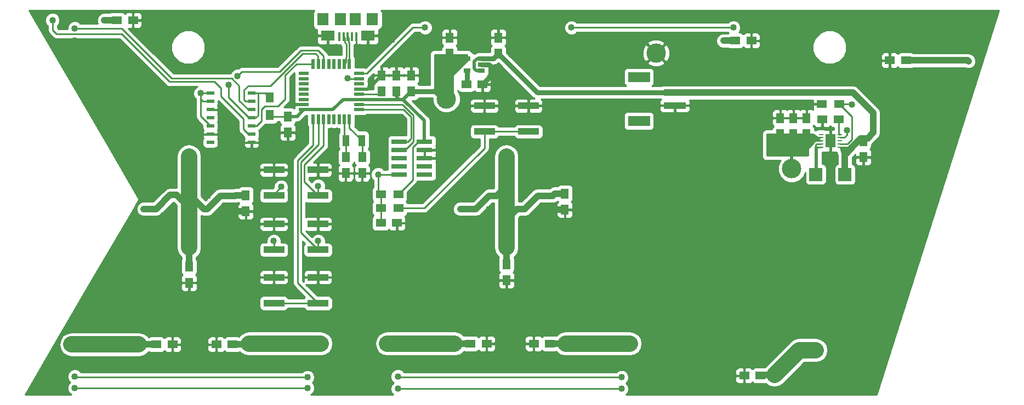
<source format=gbr>
G04 #@! TF.FileFunction,Copper,L2,Bot,Signal*
%FSLAX46Y46*%
G04 Gerber Fmt 4.6, Leading zero omitted, Abs format (unit mm)*
G04 Created by KiCad (PCBNEW 4.0.5+dfsg1-4) date Mon May 29 03:33:36 2017*
%MOMM*%
%LPD*%
G01*
G04 APERTURE LIST*
%ADD10C,0.100000*%
%ADD11R,1.250000X1.500000*%
%ADD12R,1.500000X1.250000*%
%ADD13R,3.500000X1.000000*%
%ADD14R,3.400000X1.600000*%
%ADD15R,1.500000X1.300000*%
%ADD16R,1.300000X1.500000*%
%ADD17R,1.060000X0.650000*%
%ADD18R,0.550000X1.600000*%
%ADD19R,1.600000X0.550000*%
%ADD20R,1.143000X0.508000*%
%ADD21C,3.000000*%
%ADD22R,1.000000X1.800000*%
%ADD23R,2.000000X2.000000*%
%ADD24R,0.800000X0.280000*%
%ADD25R,1.600000X2.150000*%
%ADD26R,2.400000X0.750000*%
%ADD27R,3.200000X1.000000*%
%ADD28R,0.400000X1.350000*%
%ADD29R,2.100000X1.600000*%
%ADD30R,1.800000X1.900000*%
%ADD31C,1.016000*%
%ADD32C,0.254000*%
%ADD33C,1.016000*%
%ADD34C,0.508000*%
%ADD35C,0.762000*%
%ADD36C,2.540000*%
G04 APERTURE END LIST*
D10*
D11*
X99949000Y-34016000D03*
X99949000Y-31516000D03*
D12*
X95016000Y-38735000D03*
X97516000Y-38735000D03*
D11*
X92456000Y-34016000D03*
X92456000Y-31516000D03*
X67437000Y-43708000D03*
X67437000Y-46208000D03*
D12*
X81808000Y-60198000D03*
X84308000Y-60198000D03*
D11*
X81915000Y-39858000D03*
X81915000Y-37358000D03*
X86487000Y-39858000D03*
X86487000Y-37358000D03*
X84201000Y-39858000D03*
X84201000Y-37358000D03*
X76390500Y-49994500D03*
X76390500Y-52494500D03*
X78930500Y-49994500D03*
X78930500Y-52494500D03*
X101219000Y-66568000D03*
X101219000Y-69068000D03*
X110236000Y-55646000D03*
X110236000Y-58146000D03*
D12*
X95651000Y-78867000D03*
X98151000Y-78867000D03*
X136545000Y-32004000D03*
X139045000Y-32004000D03*
X107930000Y-78867000D03*
X105430000Y-78867000D03*
X58908000Y-78994000D03*
X56408000Y-78994000D03*
X162921000Y-35052000D03*
X160421000Y-35052000D03*
X41041000Y-28829000D03*
X43541000Y-28829000D03*
X47137000Y-78994000D03*
X49637000Y-78994000D03*
X140442000Y-83820000D03*
X137942000Y-83820000D03*
D11*
X60960000Y-55900000D03*
X60960000Y-58400000D03*
X52197000Y-66949000D03*
X52197000Y-69449000D03*
D13*
X127235000Y-42021000D03*
X127235000Y-40021000D03*
D14*
X121685000Y-44421000D03*
X121685000Y-37621000D03*
D15*
X81835000Y-57912000D03*
X84535000Y-57912000D03*
X84535000Y-55753000D03*
X81835000Y-55753000D03*
D16*
X64643000Y-43514000D03*
X64643000Y-40814000D03*
D17*
X97366000Y-34737000D03*
X97366000Y-35687000D03*
X97366000Y-36637000D03*
X95166000Y-36637000D03*
X95166000Y-34737000D03*
D18*
X76968000Y-44128000D03*
X76168000Y-44128000D03*
X75368000Y-44128000D03*
X74568000Y-44128000D03*
X73768000Y-44128000D03*
X72968000Y-44128000D03*
X72168000Y-44128000D03*
X71368000Y-44128000D03*
D19*
X69918000Y-42678000D03*
X69918000Y-41878000D03*
X69918000Y-41078000D03*
X69918000Y-40278000D03*
X69918000Y-39478000D03*
X69918000Y-38678000D03*
X69918000Y-37878000D03*
X69918000Y-37078000D03*
D18*
X71368000Y-35628000D03*
X72168000Y-35628000D03*
X72968000Y-35628000D03*
X73768000Y-35628000D03*
X74568000Y-35628000D03*
X75368000Y-35628000D03*
X76168000Y-35628000D03*
X76968000Y-35628000D03*
D19*
X78418000Y-37078000D03*
X78418000Y-37878000D03*
X78418000Y-38678000D03*
X78418000Y-39478000D03*
X78418000Y-40278000D03*
X78418000Y-41078000D03*
X78418000Y-41878000D03*
X78418000Y-42678000D03*
D20*
X61849000Y-40132000D03*
X61849000Y-41402000D03*
X61849000Y-42672000D03*
X61849000Y-43942000D03*
X61849000Y-45212000D03*
X61849000Y-46482000D03*
X61849000Y-47752000D03*
X55499000Y-47752000D03*
X55499000Y-46482000D03*
X55499000Y-43942000D03*
X55499000Y-42672000D03*
X55499000Y-41402000D03*
X55499000Y-40132000D03*
X55499000Y-45212000D03*
D21*
X124333000Y-33909000D03*
X91948000Y-41021000D03*
X145288000Y-51816000D03*
D22*
X76410500Y-47434500D03*
X78910500Y-47434500D03*
D11*
X156337000Y-47518000D03*
X156337000Y-50018000D03*
D12*
X152507000Y-44196000D03*
X150007000Y-44196000D03*
D11*
X143510000Y-46462000D03*
X143510000Y-43962000D03*
X145542000Y-46462000D03*
X145542000Y-43962000D03*
X147574000Y-46462000D03*
X147574000Y-43962000D03*
D23*
X153507000Y-52705000D03*
X149007000Y-52705000D03*
D24*
X152719500Y-48498000D03*
X149794500Y-48498000D03*
X152719500Y-47998000D03*
X149794500Y-47998000D03*
X152719500Y-47498000D03*
X149794500Y-47498000D03*
X152719500Y-46998000D03*
X149794500Y-46998000D03*
X152719500Y-46498000D03*
X149794500Y-46498000D03*
D25*
X151257000Y-47498000D03*
D26*
X88564000Y-47625000D03*
X84664000Y-47625000D03*
X88564000Y-48895000D03*
X84664000Y-48895000D03*
X88564000Y-50165000D03*
X84664000Y-50165000D03*
X88564000Y-51435000D03*
X84664000Y-51435000D03*
X88564000Y-52705000D03*
X84664000Y-52705000D03*
D27*
X97819000Y-42069000D03*
X104619000Y-42069000D03*
X104619000Y-46069000D03*
X97819000Y-46069000D03*
X72107000Y-55975000D03*
X65307000Y-55975000D03*
X65307000Y-51975000D03*
X72107000Y-51975000D03*
X72107000Y-64357000D03*
X65307000Y-64357000D03*
X65307000Y-60357000D03*
X72107000Y-60357000D03*
X72107000Y-72612000D03*
X65307000Y-72612000D03*
X65307000Y-68612000D03*
X72107000Y-68612000D03*
D28*
X75408000Y-31369000D03*
X76058000Y-31369000D03*
X76708000Y-31369000D03*
X77358000Y-31369000D03*
X78008000Y-31369000D03*
D29*
X73608000Y-31219000D03*
X79808000Y-31219000D03*
D30*
X75558000Y-28694000D03*
X77858000Y-28694000D03*
X80508000Y-28694000D03*
X72908000Y-28694000D03*
D15*
X152607000Y-41783000D03*
X149907000Y-41783000D03*
D31*
X45085000Y-49911000D03*
X45212000Y-56007000D03*
X41529000Y-43942000D03*
X34544000Y-32004000D03*
X37973000Y-37973000D03*
X108331000Y-58039000D03*
X59309000Y-58039000D03*
X74295000Y-47498000D03*
X68072000Y-41910000D03*
X65659000Y-32004000D03*
X166116000Y-31877000D03*
X164211000Y-37973000D03*
X162687000Y-43942000D03*
X155575000Y-67945000D03*
X157226000Y-61976000D03*
X159131000Y-55880000D03*
X160655000Y-49911000D03*
X153797000Y-74041000D03*
X152146000Y-79883000D03*
X153416000Y-85979000D03*
X143129000Y-85979000D03*
X141224000Y-79883000D03*
X139700000Y-73914000D03*
X137795000Y-67945000D03*
X135763000Y-61976000D03*
X134112000Y-55880000D03*
X132207000Y-49911000D03*
X130683000Y-43942000D03*
X128651000Y-37973000D03*
X127127000Y-32004000D03*
X114681000Y-31877000D03*
X111125000Y-37973000D03*
X107696000Y-43942000D03*
X104267000Y-49911000D03*
X108585000Y-64008000D03*
X112014000Y-69977000D03*
X115570000Y-76073000D03*
X119126000Y-82042000D03*
X88773000Y-82042000D03*
X91821000Y-76073000D03*
X94869000Y-70104000D03*
X98298000Y-64008000D03*
X55118000Y-56007000D03*
X104013000Y-56007000D03*
X98552000Y-58039000D03*
X94107000Y-56007000D03*
X93980000Y-49911000D03*
X90424000Y-43942000D03*
X83566000Y-31877000D03*
X38735000Y-82042000D03*
X42418000Y-76073000D03*
X70485000Y-82042000D03*
X67056000Y-76073000D03*
X63500000Y-70104000D03*
X60071000Y-64008000D03*
X45974000Y-70104000D03*
X49403000Y-64008000D03*
X58555000Y-43950000D03*
X55118000Y-49911000D03*
X49403000Y-58039000D03*
X142621000Y-83693000D03*
X148971000Y-79883000D03*
X172593000Y-35179000D03*
X134747000Y-32004000D03*
X39116000Y-28829000D03*
X153797000Y-45847000D03*
X53975000Y-40132000D03*
X101219000Y-49911000D03*
X101219000Y-64135000D03*
X93218000Y-78867000D03*
X82804000Y-78867000D03*
X44450000Y-78994000D03*
X34036000Y-78994000D03*
X52197000Y-64008000D03*
X52197000Y-49911000D03*
X110363000Y-78867000D03*
X120269000Y-78867000D03*
X61468000Y-78867000D03*
X72517000Y-78867000D03*
X146939000Y-49149000D03*
X141859000Y-46863000D03*
X141986000Y-49276000D03*
X94107000Y-58039000D03*
X98552000Y-56007000D03*
X108331000Y-56007000D03*
X104013000Y-58039000D03*
X45212000Y-58039000D03*
X49276000Y-55880000D03*
X59309000Y-56007000D03*
X54991000Y-58039000D03*
X81407000Y-52705000D03*
X76708000Y-37846000D03*
X154559000Y-41910000D03*
X136271000Y-29972000D03*
X111252000Y-29972000D03*
X88646000Y-29972000D03*
X59690000Y-37465000D03*
X58293000Y-38862000D03*
X66421000Y-54610000D03*
X72136000Y-54483000D03*
X65278000Y-62992000D03*
X72136000Y-62992000D03*
X34544000Y-30099000D03*
X31115000Y-28829000D03*
X34544000Y-85725000D03*
X70485000Y-85725000D03*
X70485000Y-84074000D03*
X34544000Y-83947000D03*
X84455000Y-85852000D03*
X118999000Y-85852000D03*
X118999000Y-84074000D03*
X84455000Y-83947000D03*
D32*
X78008000Y-31369000D02*
X78008000Y-32796000D01*
X78008000Y-32796000D02*
X78867000Y-33655000D01*
D33*
X110236000Y-58146000D02*
X108438000Y-58146000D01*
X108438000Y-58146000D02*
X108331000Y-58039000D01*
X60960000Y-58400000D02*
X59670000Y-58400000D01*
X59670000Y-58400000D02*
X59309000Y-58039000D01*
D34*
X78418000Y-39478000D02*
X79795000Y-39478000D01*
X79795000Y-39478000D02*
X81915000Y-37358000D01*
D35*
X97366000Y-35687000D02*
X98552000Y-35687000D01*
X99187000Y-37064000D02*
X97516000Y-38735000D01*
X99187000Y-36322000D02*
X99187000Y-37064000D01*
X98552000Y-35687000D02*
X99187000Y-36322000D01*
D34*
X69918000Y-41878000D02*
X68104000Y-41878000D01*
X68104000Y-41878000D02*
X68072000Y-41910000D01*
D33*
X58555000Y-43950000D02*
X58547000Y-43942000D01*
D35*
X95166000Y-36637000D02*
X95166000Y-38585000D01*
X95166000Y-38585000D02*
X95016000Y-38735000D01*
D34*
X91948000Y-41021000D02*
X91208000Y-41021000D01*
X91208000Y-41021000D02*
X90045000Y-39858000D01*
D32*
X88564000Y-47625000D02*
X87630000Y-47625000D01*
X87630000Y-47625000D02*
X86741000Y-48514000D01*
X86741000Y-53547000D02*
X84535000Y-55753000D01*
X86741000Y-48514000D02*
X86741000Y-53547000D01*
X67437000Y-43708000D02*
X64837000Y-43708000D01*
X64837000Y-43708000D02*
X64643000Y-43514000D01*
D34*
X67437000Y-43708000D02*
X68888000Y-43708000D01*
X68888000Y-43708000D02*
X69918000Y-42678000D01*
X78418000Y-41078000D02*
X76016000Y-41078000D01*
X74416000Y-42678000D02*
X69918000Y-42678000D01*
X76016000Y-41078000D02*
X74416000Y-42678000D01*
X88564000Y-47625000D02*
X88564000Y-44375000D01*
X88564000Y-44375000D02*
X85267000Y-41078000D01*
D35*
X86487000Y-39858000D02*
X90045000Y-39858000D01*
X90045000Y-39858000D02*
X95166000Y-34737000D01*
X95166000Y-34737000D02*
X93177000Y-34737000D01*
X93177000Y-34737000D02*
X92456000Y-34016000D01*
D34*
X84201000Y-39858000D02*
X84201000Y-40640000D01*
X84201000Y-40640000D02*
X84639000Y-41078000D01*
X78418000Y-41078000D02*
X84639000Y-41078000D01*
X84639000Y-41078000D02*
X85267000Y-41078000D01*
X85267000Y-41078000D02*
X86487000Y-39858000D01*
D33*
X140569000Y-83693000D02*
X142621000Y-83693000D01*
D36*
X146431000Y-79883000D02*
X142621000Y-83693000D01*
X148971000Y-79883000D02*
X146431000Y-79883000D01*
D33*
X140569000Y-83693000D02*
X140442000Y-83820000D01*
X52197000Y-64008000D02*
X52197000Y-66949000D01*
X172466000Y-35052000D02*
X162921000Y-35052000D01*
X172593000Y-35179000D02*
X172466000Y-35052000D01*
X136545000Y-32004000D02*
X134747000Y-32004000D01*
X49276000Y-55880000D02*
X50292000Y-55880000D01*
X50292000Y-55880000D02*
X52197000Y-57785000D01*
X54991000Y-58039000D02*
X54483000Y-58039000D01*
X54483000Y-58039000D02*
X52197000Y-55753000D01*
X98552000Y-56007000D02*
X99695000Y-56007000D01*
X99695000Y-56007000D02*
X101219000Y-54483000D01*
X104013000Y-58039000D02*
X102870000Y-58039000D01*
X101092000Y-59944000D02*
X101219000Y-59944000D01*
X101219000Y-59817000D02*
X101092000Y-59944000D01*
X101219000Y-59690000D02*
X101219000Y-59817000D01*
X102870000Y-58039000D02*
X101219000Y-59690000D01*
X110236000Y-55646000D02*
X108692000Y-55646000D01*
X108692000Y-55646000D02*
X108331000Y-56007000D01*
X60960000Y-55900000D02*
X59416000Y-55900000D01*
X59416000Y-55900000D02*
X59309000Y-56007000D01*
X39116000Y-28829000D02*
X41041000Y-28829000D01*
D32*
X152719500Y-46998000D02*
X153408000Y-46998000D01*
X153797000Y-46609000D02*
X153797000Y-45847000D01*
X153408000Y-46998000D02*
X153797000Y-46609000D01*
X55499000Y-40132000D02*
X53975000Y-40132000D01*
X54038500Y-40322500D02*
X53975000Y-40386000D01*
X53975000Y-40894000D02*
X53975000Y-43688000D01*
X53975000Y-43688000D02*
X55499000Y-45212000D01*
D33*
X101219000Y-66568000D02*
X101219000Y-64135000D01*
D36*
X101219000Y-54483000D02*
X101219000Y-49911000D01*
X101219000Y-59944000D02*
X101219000Y-54483000D01*
X101219000Y-64008000D02*
X101219000Y-59944000D01*
D33*
X101219000Y-64135000D02*
X101219000Y-64008000D01*
X107930000Y-78867000D02*
X110363000Y-78867000D01*
X95651000Y-78867000D02*
X93218000Y-78867000D01*
D36*
X93218000Y-78867000D02*
X82804000Y-78867000D01*
D33*
X58908000Y-78994000D02*
X61341000Y-78994000D01*
X61341000Y-78994000D02*
X61468000Y-78867000D01*
X47137000Y-78994000D02*
X44450000Y-78994000D01*
D36*
X44450000Y-78994000D02*
X34036000Y-78994000D01*
X52197000Y-64008000D02*
X52197000Y-57785000D01*
X52197000Y-57785000D02*
X52197000Y-55753000D01*
X52197000Y-55753000D02*
X52197000Y-49911000D01*
D32*
X55499000Y-41402000D02*
X54356000Y-41402000D01*
X54229000Y-40132000D02*
X55499000Y-40132000D01*
X54038500Y-40322500D02*
X54229000Y-40132000D01*
X53975000Y-41021000D02*
X53975000Y-40894000D01*
X53975000Y-40894000D02*
X53975000Y-40386000D01*
X54356000Y-41402000D02*
X53975000Y-41021000D01*
D36*
X120269000Y-78867000D02*
X110363000Y-78867000D01*
X72517000Y-78867000D02*
X61468000Y-78867000D01*
D32*
X149794500Y-47498000D02*
X148590000Y-47498000D01*
X148590000Y-47498000D02*
X146939000Y-49149000D01*
X149794500Y-46998000D02*
X148110000Y-46998000D01*
X148110000Y-46998000D02*
X147574000Y-46462000D01*
D34*
X145288000Y-48006000D02*
X146030000Y-48006000D01*
X146030000Y-48006000D02*
X147574000Y-46462000D01*
X145288000Y-48240000D02*
X145288000Y-48006000D01*
X145288000Y-48006000D02*
X145288000Y-46716000D01*
X145288000Y-46716000D02*
X145542000Y-46462000D01*
X145288000Y-49276000D02*
X145288000Y-48240000D01*
X145288000Y-51816000D02*
X145288000Y-49276000D01*
X145288000Y-48240000D02*
X143510000Y-46462000D01*
D32*
X149786500Y-46990000D02*
X149794500Y-46998000D01*
D33*
X96520000Y-58039000D02*
X94107000Y-58039000D01*
X98552000Y-56007000D02*
X96520000Y-58039000D01*
X106045000Y-56007000D02*
X108331000Y-56007000D01*
X104013000Y-58039000D02*
X106045000Y-56007000D01*
X47117000Y-58039000D02*
X45212000Y-58039000D01*
X49276000Y-55880000D02*
X47117000Y-58039000D01*
X57023000Y-56007000D02*
X59309000Y-56007000D01*
X54991000Y-58039000D02*
X57023000Y-56007000D01*
D32*
X81835000Y-55753000D02*
X81835000Y-57912000D01*
X81835000Y-57912000D02*
X81808000Y-57939000D01*
X81808000Y-57939000D02*
X81808000Y-60198000D01*
X81808000Y-56288000D02*
X81835000Y-56261000D01*
X81407000Y-52705000D02*
X81407000Y-55833000D01*
X81407000Y-55833000D02*
X81835000Y-56261000D01*
X78418000Y-37878000D02*
X76740000Y-37878000D01*
X81407000Y-52705000D02*
X84664000Y-52705000D01*
X76740000Y-37878000D02*
X76708000Y-37846000D01*
X78418000Y-40278000D02*
X81495000Y-40278000D01*
X81495000Y-40278000D02*
X81915000Y-39858000D01*
X76168000Y-44128000D02*
X76168000Y-47192000D01*
X76168000Y-47192000D02*
X76390500Y-47414500D01*
X76390500Y-47414500D02*
X76390500Y-49994500D01*
X78930500Y-49994500D02*
X78930500Y-47454500D01*
X78930500Y-47454500D02*
X76968000Y-45492000D01*
X76968000Y-45492000D02*
X76968000Y-44128000D01*
X78418000Y-37078000D02*
X79635000Y-37078000D01*
X154432000Y-41783000D02*
X152607000Y-41783000D01*
X154559000Y-41910000D02*
X154432000Y-41783000D01*
X111252000Y-29972000D02*
X136271000Y-29972000D01*
X86741000Y-29972000D02*
X88646000Y-29972000D01*
X79635000Y-37078000D02*
X86741000Y-29972000D01*
X152719500Y-47998000D02*
X153916000Y-47998000D01*
X154601777Y-43777777D02*
X152607000Y-41783000D01*
X154601777Y-47312223D02*
X154601777Y-43777777D01*
X153916000Y-47998000D02*
X154601777Y-47312223D01*
X84535000Y-57912000D02*
X88519000Y-57912000D01*
X97819000Y-48612000D02*
X97819000Y-46069000D01*
X88519000Y-57912000D02*
X97819000Y-48612000D01*
X104619000Y-46069000D02*
X97819000Y-46069000D01*
X61849000Y-43942000D02*
X61468000Y-43942000D01*
X61468000Y-43942000D02*
X58293000Y-40767000D01*
X72968000Y-34360000D02*
X72968000Y-35628000D01*
X72136000Y-33528000D02*
X72968000Y-34360000D01*
X69469000Y-33528000D02*
X72136000Y-33528000D01*
X66167000Y-36830000D02*
X69469000Y-33528000D01*
X60325000Y-36830000D02*
X66167000Y-36830000D01*
X59690000Y-37465000D02*
X60325000Y-36830000D01*
X58293000Y-40767000D02*
X58293000Y-38862000D01*
X61849000Y-43942000D02*
X62484000Y-43942000D01*
X62865000Y-43561000D02*
X62865000Y-40132000D01*
X62484000Y-43942000D02*
X62865000Y-43561000D01*
X61849000Y-40132000D02*
X62865000Y-40132000D01*
X62865000Y-40132000D02*
X63961000Y-40132000D01*
X63961000Y-40132000D02*
X64643000Y-40814000D01*
X65307000Y-55975000D02*
X65307000Y-55724000D01*
X65307000Y-55724000D02*
X66421000Y-54610000D01*
X72136000Y-54483000D02*
X72107000Y-54512000D01*
X72107000Y-54512000D02*
X72107000Y-55975000D01*
X72968000Y-44128000D02*
X72968000Y-48190000D01*
X69977000Y-53845000D02*
X72107000Y-55975000D01*
X69977000Y-51181000D02*
X69977000Y-53845000D01*
X72968000Y-48190000D02*
X69977000Y-51181000D01*
X72107000Y-64357000D02*
X72107000Y-63021000D01*
X65307000Y-63021000D02*
X65307000Y-64357000D01*
X65278000Y-62992000D02*
X65307000Y-63021000D01*
X72107000Y-63021000D02*
X72136000Y-62992000D01*
X72168000Y-44128000D02*
X72168000Y-48101000D01*
X69469000Y-61719000D02*
X72107000Y-64357000D01*
X69469000Y-50800000D02*
X69469000Y-61719000D01*
X72168000Y-48101000D02*
X69469000Y-50800000D01*
X65307000Y-72612000D02*
X72107000Y-72612000D01*
X71368000Y-44128000D02*
X71368000Y-48127000D01*
X68961000Y-69466000D02*
X72107000Y-72612000D01*
X68961000Y-50534000D02*
X68961000Y-69466000D01*
X71368000Y-48127000D02*
X68961000Y-50534000D01*
X61849000Y-45212000D02*
X62611000Y-45212000D01*
X68766000Y-35628000D02*
X71368000Y-35628000D01*
X67056000Y-37338000D02*
X68766000Y-35628000D01*
X67056000Y-41021000D02*
X67056000Y-37338000D01*
X65913000Y-42164000D02*
X67056000Y-41021000D01*
X63881000Y-42164000D02*
X65913000Y-42164000D01*
X63373000Y-42672000D02*
X63881000Y-42164000D01*
X63373000Y-44450000D02*
X63373000Y-42672000D01*
X62611000Y-45212000D02*
X63373000Y-44450000D01*
X61849000Y-41402000D02*
X60960000Y-41402000D01*
X72136000Y-34417000D02*
X72136000Y-35596000D01*
X71755000Y-34036000D02*
X72136000Y-34417000D01*
X69723000Y-34036000D02*
X71755000Y-34036000D01*
X64770000Y-38989000D02*
X69723000Y-34036000D01*
X61341000Y-38989000D02*
X64770000Y-38989000D01*
X60706000Y-39624000D02*
X61341000Y-38989000D01*
X60706000Y-41148000D02*
X60706000Y-39624000D01*
X60960000Y-41402000D02*
X60706000Y-41148000D01*
X72136000Y-35596000D02*
X72168000Y-35628000D01*
X84664000Y-48895000D02*
X85598000Y-48895000D01*
X85598000Y-48895000D02*
X86868000Y-47625000D01*
X86868000Y-47625000D02*
X86868000Y-43561000D01*
X86868000Y-43561000D02*
X85185000Y-41878000D01*
X85185000Y-41878000D02*
X78418000Y-41878000D01*
X84664000Y-47625000D02*
X85979000Y-47625000D01*
X85350000Y-42678000D02*
X78418000Y-42678000D01*
X86461598Y-43789598D02*
X85350000Y-42678000D01*
X86461598Y-47142402D02*
X86461598Y-43789598D01*
X85979000Y-47625000D02*
X86461598Y-47142402D01*
X61849000Y-42672000D02*
X61341000Y-42672000D01*
X61341000Y-42672000D02*
X59944000Y-41275000D01*
X59944000Y-41275000D02*
X59944000Y-38989000D01*
X59944000Y-38989000D02*
X58801000Y-37846000D01*
X58801000Y-37846000D02*
X49530000Y-37846000D01*
X49530000Y-37846000D02*
X41783000Y-30099000D01*
X41783000Y-30099000D02*
X34544000Y-30099000D01*
X61849000Y-46482000D02*
X61341000Y-46482000D01*
X61341000Y-46482000D02*
X60579000Y-45720000D01*
X60579000Y-45720000D02*
X60579000Y-44069000D01*
X60579000Y-44069000D02*
X57150000Y-40640000D01*
X57150000Y-40640000D02*
X57150000Y-39370000D01*
X57150000Y-39370000D02*
X56134000Y-38354000D01*
X56134000Y-38354000D02*
X49149000Y-38354000D01*
X49149000Y-38354000D02*
X41783000Y-30988000D01*
X41783000Y-30988000D02*
X31750000Y-30988000D01*
X31750000Y-30988000D02*
X31115000Y-30353000D01*
X31115000Y-30353000D02*
X31115000Y-28829000D01*
X70358000Y-85725000D02*
X34544000Y-85725000D01*
X70485000Y-85725000D02*
X70358000Y-85725000D01*
X34671000Y-84074000D02*
X70485000Y-84074000D01*
X34544000Y-83947000D02*
X34671000Y-84074000D01*
X118999000Y-85852000D02*
X84455000Y-85852000D01*
X84582000Y-84074000D02*
X118999000Y-84074000D01*
X84455000Y-83947000D02*
X84582000Y-84074000D01*
X153507000Y-49546000D02*
X153507000Y-49285500D01*
D33*
X153507000Y-49546000D02*
X155956000Y-47097000D01*
X156992000Y-47097000D02*
X155956000Y-47097000D01*
D32*
X154555000Y-48498000D02*
X155956000Y-47097000D01*
X153507000Y-49285500D02*
X152719500Y-48498000D01*
D35*
X97366000Y-34737000D02*
X99228000Y-34737000D01*
X99228000Y-34737000D02*
X99949000Y-34016000D01*
X127235000Y-40021000D02*
X105954000Y-40021000D01*
X105954000Y-40021000D02*
X99949000Y-34016000D01*
D33*
X153507000Y-52705000D02*
X153507000Y-49546000D01*
X127235000Y-40021000D02*
X154702000Y-40021000D01*
X154702000Y-40021000D02*
X157861000Y-43180000D01*
X157861000Y-43180000D02*
X157861000Y-46228000D01*
X157861000Y-46228000D02*
X156992000Y-47097000D01*
D34*
X153416000Y-52614000D02*
X153507000Y-52705000D01*
D32*
X152719500Y-48498000D02*
X154555000Y-48498000D01*
D34*
X97366000Y-36637000D02*
X96581000Y-36637000D01*
X96708000Y-34737000D02*
X97366000Y-34737000D01*
X96266000Y-35179000D02*
X96708000Y-34737000D01*
X96266000Y-36322000D02*
X96266000Y-35179000D01*
X96581000Y-36637000D02*
X96266000Y-36322000D01*
D32*
X152507000Y-44196000D02*
X152507000Y-46285500D01*
X152507000Y-46285500D02*
X152719500Y-46498000D01*
D34*
X149082000Y-48498000D02*
X149082000Y-52630000D01*
X149082000Y-52630000D02*
X149007000Y-52705000D01*
D32*
X149794500Y-47998000D02*
X149106000Y-47998000D01*
X149082000Y-48498000D02*
X149794500Y-48498000D01*
X148971000Y-48387000D02*
X149082000Y-48498000D01*
X148971000Y-48133000D02*
X148971000Y-48387000D01*
X149106000Y-47998000D02*
X148971000Y-48133000D01*
X76510801Y-34507277D02*
X76413599Y-34604479D01*
X76413599Y-34604479D02*
X76413599Y-35382401D01*
X76058000Y-31369000D02*
X76228599Y-31539599D01*
X76228599Y-31539599D02*
X76228599Y-32264086D01*
X76228599Y-32264086D02*
X76510801Y-32546288D01*
X76510801Y-32546288D02*
X76510801Y-34507277D01*
X76413599Y-35382401D02*
X76168000Y-35628000D01*
X76708000Y-31369000D02*
X76708000Y-31372422D01*
X76708000Y-31372422D02*
X76878599Y-31543021D01*
X76878599Y-31543021D02*
X76878599Y-32267521D01*
X76878599Y-32267521D02*
X76968000Y-32356922D01*
X76968000Y-32356922D02*
X76968000Y-35285200D01*
X76968000Y-35285200D02*
X76968000Y-35628000D01*
X76708000Y-31369000D02*
X76708000Y-31444264D01*
X76968000Y-35234400D02*
X76968000Y-35628000D01*
G36*
X71411569Y-27492110D02*
X71360560Y-27744000D01*
X71360560Y-29644000D01*
X71404838Y-29879317D01*
X71543910Y-30095441D01*
X71756110Y-30240431D01*
X71930056Y-30275656D01*
X71923000Y-30292690D01*
X71923000Y-30996750D01*
X72081750Y-31155500D01*
X73544500Y-31155500D01*
X73544500Y-31135500D01*
X73671500Y-31135500D01*
X73671500Y-31155500D01*
X73691500Y-31155500D01*
X73691500Y-31282500D01*
X73671500Y-31282500D01*
X73671500Y-32495250D01*
X73830250Y-32654000D01*
X74784309Y-32654000D01*
X74903632Y-32604575D01*
X74956110Y-32640431D01*
X75208000Y-32691440D01*
X75608000Y-32691440D01*
X75614492Y-32690218D01*
X75665128Y-32766001D01*
X75689784Y-32802901D01*
X75748801Y-32861918D01*
X75748801Y-34201985D01*
X75643000Y-34180560D01*
X75093000Y-34180560D01*
X74963411Y-34204944D01*
X74843000Y-34180560D01*
X74293000Y-34180560D01*
X74163411Y-34204944D01*
X74043000Y-34180560D01*
X73694307Y-34180560D01*
X73671996Y-34068395D01*
X73569949Y-33915671D01*
X73506816Y-33821185D01*
X72674815Y-32989185D01*
X72542837Y-32901000D01*
X72427605Y-32824004D01*
X72136000Y-32766000D01*
X69469000Y-32766000D01*
X69177395Y-32824004D01*
X68930185Y-32989185D01*
X65851370Y-36068000D01*
X60325000Y-36068000D01*
X60033395Y-36126004D01*
X59972316Y-36166816D01*
X59786185Y-36291184D01*
X59755312Y-36322057D01*
X59463641Y-36321802D01*
X59043388Y-36495446D01*
X58721577Y-36816697D01*
X58610583Y-37084000D01*
X49845631Y-37084000D01*
X46303465Y-33541834D01*
X49434543Y-33541834D01*
X49834853Y-34510658D01*
X50575443Y-35252542D01*
X51543567Y-35654542D01*
X52591834Y-35655457D01*
X53560658Y-35255147D01*
X54302542Y-34514557D01*
X54704542Y-33546433D01*
X54705457Y-32498166D01*
X54305147Y-31529342D01*
X54217209Y-31441250D01*
X71923000Y-31441250D01*
X71923000Y-32145310D01*
X72019673Y-32378699D01*
X72198302Y-32557327D01*
X72431691Y-32654000D01*
X73385750Y-32654000D01*
X73544500Y-32495250D01*
X73544500Y-31282500D01*
X72081750Y-31282500D01*
X71923000Y-31441250D01*
X54217209Y-31441250D01*
X53564557Y-30787458D01*
X52596433Y-30385458D01*
X51548166Y-30384543D01*
X50579342Y-30784853D01*
X49837458Y-31525443D01*
X49435458Y-32493567D01*
X49434543Y-33541834D01*
X46303465Y-33541834D01*
X42850630Y-30089000D01*
X43318750Y-30089000D01*
X43477500Y-29930250D01*
X43477500Y-28892500D01*
X43604500Y-28892500D01*
X43604500Y-29930250D01*
X43763250Y-30089000D01*
X44417309Y-30089000D01*
X44650698Y-29992327D01*
X44829327Y-29813699D01*
X44926000Y-29580310D01*
X44926000Y-29051250D01*
X44767250Y-28892500D01*
X43604500Y-28892500D01*
X43477500Y-28892500D01*
X43457500Y-28892500D01*
X43457500Y-28765500D01*
X43477500Y-28765500D01*
X43477500Y-27727750D01*
X43604500Y-27727750D01*
X43604500Y-28765500D01*
X44767250Y-28765500D01*
X44926000Y-28606750D01*
X44926000Y-28077690D01*
X44829327Y-27844301D01*
X44650698Y-27665673D01*
X44417309Y-27569000D01*
X43763250Y-27569000D01*
X43604500Y-27727750D01*
X43477500Y-27727750D01*
X43318750Y-27569000D01*
X42664691Y-27569000D01*
X42431302Y-27665673D01*
X42290064Y-27806910D01*
X42255090Y-27752559D01*
X42042890Y-27607569D01*
X41791000Y-27556560D01*
X40291000Y-27556560D01*
X40055683Y-27600838D01*
X39923338Y-27686000D01*
X39116425Y-27686000D01*
X38889641Y-27685802D01*
X38469388Y-27859446D01*
X38147577Y-28180697D01*
X37973199Y-28600646D01*
X37972802Y-29055359D01*
X38089173Y-29337000D01*
X35398367Y-29337000D01*
X35192303Y-29130577D01*
X34772354Y-28956199D01*
X34317641Y-28955802D01*
X33897388Y-29129446D01*
X33575577Y-29450697D01*
X33401199Y-29870646D01*
X33400889Y-30226000D01*
X32065631Y-30226000D01*
X31877000Y-30037370D01*
X31877000Y-29683367D01*
X32083423Y-29477303D01*
X32257801Y-29057354D01*
X32258198Y-28602641D01*
X32084554Y-28182388D01*
X31763303Y-27860577D01*
X31343354Y-27686199D01*
X30888641Y-27685802D01*
X30468388Y-27859446D01*
X30146577Y-28180697D01*
X29972199Y-28600646D01*
X29971802Y-29055359D01*
X30145446Y-29475612D01*
X30353000Y-29683528D01*
X30353000Y-30353000D01*
X30411004Y-30644605D01*
X30499868Y-30777599D01*
X30576185Y-30891815D01*
X31211185Y-31526816D01*
X31290033Y-31579500D01*
X31458395Y-31691996D01*
X31750000Y-31750000D01*
X41467370Y-31750000D01*
X48610185Y-38892815D01*
X48857395Y-39057996D01*
X49149000Y-39116000D01*
X53440797Y-39116000D01*
X53328388Y-39162446D01*
X53006577Y-39483697D01*
X52832199Y-39903646D01*
X52831802Y-40358359D01*
X53005446Y-40778612D01*
X53213000Y-40986528D01*
X53213000Y-43688000D01*
X53271004Y-43979605D01*
X53351326Y-44099815D01*
X53436185Y-44226815D01*
X54280060Y-45070691D01*
X54280060Y-45466000D01*
X54324338Y-45701317D01*
X54415104Y-45842371D01*
X54389173Y-45868302D01*
X54292500Y-46101691D01*
X54292500Y-46259750D01*
X54451250Y-46418500D01*
X55435500Y-46418500D01*
X55435500Y-46398500D01*
X55562500Y-46398500D01*
X55562500Y-46418500D01*
X56546750Y-46418500D01*
X56705500Y-46259750D01*
X56705500Y-46101691D01*
X56608827Y-45868302D01*
X56582291Y-45841765D01*
X56666931Y-45717890D01*
X56717940Y-45466000D01*
X56717940Y-44958000D01*
X56673662Y-44722683D01*
X56579334Y-44576093D01*
X56666931Y-44447890D01*
X56717940Y-44196000D01*
X56717940Y-43688000D01*
X56673662Y-43452683D01*
X56582896Y-43311629D01*
X56608827Y-43285698D01*
X56705500Y-43052309D01*
X56705500Y-42894250D01*
X56546750Y-42735500D01*
X55562500Y-42735500D01*
X55562500Y-42755500D01*
X55435500Y-42755500D01*
X55435500Y-42735500D01*
X55415500Y-42735500D01*
X55415500Y-42608500D01*
X55435500Y-42608500D01*
X55435500Y-42588500D01*
X55562500Y-42588500D01*
X55562500Y-42608500D01*
X56546750Y-42608500D01*
X56705500Y-42449750D01*
X56705500Y-42291691D01*
X56608827Y-42058302D01*
X56582291Y-42031765D01*
X56666931Y-41907890D01*
X56717940Y-41656000D01*
X56717940Y-41285570D01*
X59817000Y-44384631D01*
X59817000Y-45720000D01*
X59875004Y-46011605D01*
X60036968Y-46254000D01*
X60040185Y-46258815D01*
X60656179Y-46874810D01*
X60674338Y-46971317D01*
X60765104Y-47112371D01*
X60739173Y-47138302D01*
X60642500Y-47371691D01*
X60642500Y-47529750D01*
X60801250Y-47688500D01*
X61785500Y-47688500D01*
X61785500Y-47668500D01*
X61912500Y-47668500D01*
X61912500Y-47688500D01*
X62896750Y-47688500D01*
X63055500Y-47529750D01*
X63055500Y-47371691D01*
X62958827Y-47138302D01*
X62932291Y-47111765D01*
X63016931Y-46987890D01*
X63067940Y-46736000D01*
X63067940Y-46430250D01*
X66177000Y-46430250D01*
X66177000Y-47084309D01*
X66273673Y-47317698D01*
X66452301Y-47496327D01*
X66685690Y-47593000D01*
X67214750Y-47593000D01*
X67373500Y-47434250D01*
X67373500Y-46271500D01*
X67500500Y-46271500D01*
X67500500Y-47434250D01*
X67659250Y-47593000D01*
X68188310Y-47593000D01*
X68421699Y-47496327D01*
X68600327Y-47317698D01*
X68697000Y-47084309D01*
X68697000Y-46430250D01*
X68538250Y-46271500D01*
X67500500Y-46271500D01*
X67373500Y-46271500D01*
X66335750Y-46271500D01*
X66177000Y-46430250D01*
X63067940Y-46430250D01*
X63067940Y-46228000D01*
X63023662Y-45992683D01*
X62952753Y-45882488D01*
X63149815Y-45750815D01*
X63911816Y-44988815D01*
X63967030Y-44906181D01*
X63993000Y-44911440D01*
X65293000Y-44911440D01*
X65528317Y-44867162D01*
X65744441Y-44728090D01*
X65889431Y-44515890D01*
X65898724Y-44470000D01*
X66166818Y-44470000D01*
X66208838Y-44693317D01*
X66347910Y-44909441D01*
X66416006Y-44955969D01*
X66273673Y-45098302D01*
X66177000Y-45331691D01*
X66177000Y-45985750D01*
X66335750Y-46144500D01*
X67373500Y-46144500D01*
X67373500Y-46124500D01*
X67500500Y-46124500D01*
X67500500Y-46144500D01*
X68538250Y-46144500D01*
X68697000Y-45985750D01*
X68697000Y-45331691D01*
X68600327Y-45098302D01*
X68459090Y-44957064D01*
X68513441Y-44922090D01*
X68658431Y-44709890D01*
X68681292Y-44597000D01*
X68888000Y-44597000D01*
X69228206Y-44529329D01*
X69516618Y-44336618D01*
X70252796Y-43600440D01*
X70445560Y-43600440D01*
X70445560Y-44928000D01*
X70489838Y-45163317D01*
X70606000Y-45343838D01*
X70606000Y-47811370D01*
X68422185Y-49995185D01*
X68257004Y-50242395D01*
X68199000Y-50534000D01*
X68199000Y-69466000D01*
X68257004Y-69757605D01*
X68381756Y-69944309D01*
X68422185Y-70004815D01*
X70061474Y-71644104D01*
X70055559Y-71647910D01*
X69917477Y-71850000D01*
X67492992Y-71850000D01*
X67371090Y-71660559D01*
X67158890Y-71515569D01*
X66907000Y-71464560D01*
X63707000Y-71464560D01*
X63471683Y-71508838D01*
X63255559Y-71647910D01*
X63110569Y-71860110D01*
X63059560Y-72112000D01*
X63059560Y-73112000D01*
X63103838Y-73347317D01*
X63242910Y-73563441D01*
X63455110Y-73708431D01*
X63707000Y-73759440D01*
X66907000Y-73759440D01*
X67142317Y-73715162D01*
X67358441Y-73576090D01*
X67496523Y-73374000D01*
X69921008Y-73374000D01*
X70042910Y-73563441D01*
X70255110Y-73708431D01*
X70507000Y-73759440D01*
X73707000Y-73759440D01*
X73942317Y-73715162D01*
X74158441Y-73576090D01*
X74303431Y-73363890D01*
X74354440Y-73112000D01*
X74354440Y-72112000D01*
X74310162Y-71876683D01*
X74171090Y-71660559D01*
X73958890Y-71515569D01*
X73707000Y-71464560D01*
X72037190Y-71464560D01*
X70276453Y-69703823D01*
X70380691Y-69747000D01*
X71884750Y-69747000D01*
X72043500Y-69588250D01*
X72043500Y-68675500D01*
X72170500Y-68675500D01*
X72170500Y-69588250D01*
X72329250Y-69747000D01*
X73833309Y-69747000D01*
X74066698Y-69650327D01*
X74245327Y-69471699D01*
X74320485Y-69290250D01*
X99959000Y-69290250D01*
X99959000Y-69944309D01*
X100055673Y-70177698D01*
X100234301Y-70356327D01*
X100467690Y-70453000D01*
X100996750Y-70453000D01*
X101155500Y-70294250D01*
X101155500Y-69131500D01*
X101282500Y-69131500D01*
X101282500Y-70294250D01*
X101441250Y-70453000D01*
X101970310Y-70453000D01*
X102203699Y-70356327D01*
X102382327Y-70177698D01*
X102479000Y-69944309D01*
X102479000Y-69290250D01*
X102320250Y-69131500D01*
X101282500Y-69131500D01*
X101155500Y-69131500D01*
X100117750Y-69131500D01*
X99959000Y-69290250D01*
X74320485Y-69290250D01*
X74342000Y-69238310D01*
X74342000Y-68834250D01*
X74183250Y-68675500D01*
X72170500Y-68675500D01*
X72043500Y-68675500D01*
X70030750Y-68675500D01*
X69872000Y-68834250D01*
X69872000Y-69238310D01*
X69915176Y-69342546D01*
X69723000Y-69150370D01*
X69723000Y-67985690D01*
X69872000Y-67985690D01*
X69872000Y-68389750D01*
X70030750Y-68548500D01*
X72043500Y-68548500D01*
X72043500Y-67635750D01*
X72170500Y-67635750D01*
X72170500Y-68548500D01*
X74183250Y-68548500D01*
X74342000Y-68389750D01*
X74342000Y-67985690D01*
X74245327Y-67752301D01*
X74066698Y-67573673D01*
X73833309Y-67477000D01*
X72329250Y-67477000D01*
X72170500Y-67635750D01*
X72043500Y-67635750D01*
X71884750Y-67477000D01*
X70380691Y-67477000D01*
X70147302Y-67573673D01*
X69968673Y-67752301D01*
X69872000Y-67985690D01*
X69723000Y-67985690D01*
X69723000Y-63050630D01*
X70061474Y-63389104D01*
X70055559Y-63392910D01*
X69910569Y-63605110D01*
X69859560Y-63857000D01*
X69859560Y-64857000D01*
X69903838Y-65092317D01*
X70042910Y-65308441D01*
X70255110Y-65453431D01*
X70507000Y-65504440D01*
X73707000Y-65504440D01*
X73942317Y-65460162D01*
X74158441Y-65321090D01*
X74303431Y-65108890D01*
X74354440Y-64857000D01*
X74354440Y-63857000D01*
X74310162Y-63621683D01*
X74171090Y-63405559D01*
X73958890Y-63260569D01*
X73707000Y-63209560D01*
X73278810Y-63209560D01*
X73279198Y-62765641D01*
X73105554Y-62345388D01*
X72784303Y-62023577D01*
X72364354Y-61849199D01*
X71909641Y-61848802D01*
X71489388Y-62022446D01*
X71169454Y-62341823D01*
X70276453Y-61448823D01*
X70380691Y-61492000D01*
X71884750Y-61492000D01*
X72043500Y-61333250D01*
X72043500Y-60420500D01*
X72170500Y-60420500D01*
X72170500Y-61333250D01*
X72329250Y-61492000D01*
X73833309Y-61492000D01*
X74066698Y-61395327D01*
X74245327Y-61216699D01*
X74342000Y-60983310D01*
X74342000Y-60579250D01*
X74183250Y-60420500D01*
X72170500Y-60420500D01*
X72043500Y-60420500D01*
X72023500Y-60420500D01*
X72023500Y-60293500D01*
X72043500Y-60293500D01*
X72043500Y-59380750D01*
X72170500Y-59380750D01*
X72170500Y-60293500D01*
X74183250Y-60293500D01*
X74342000Y-60134750D01*
X74342000Y-59730690D01*
X74245327Y-59497301D01*
X74066698Y-59318673D01*
X73833309Y-59222000D01*
X72329250Y-59222000D01*
X72170500Y-59380750D01*
X72043500Y-59380750D01*
X71884750Y-59222000D01*
X70380691Y-59222000D01*
X70231000Y-59284004D01*
X70231000Y-57054957D01*
X70255110Y-57071431D01*
X70507000Y-57122440D01*
X73707000Y-57122440D01*
X73942317Y-57078162D01*
X74158441Y-56939090D01*
X74303431Y-56726890D01*
X74354440Y-56475000D01*
X74354440Y-55475000D01*
X74310162Y-55239683D01*
X74171090Y-55023559D01*
X73958890Y-54878569D01*
X73707000Y-54827560D01*
X73230548Y-54827560D01*
X73278801Y-54711354D01*
X73279198Y-54256641D01*
X73105554Y-53836388D01*
X72784303Y-53514577D01*
X72364354Y-53340199D01*
X71909641Y-53339802D01*
X71489388Y-53513446D01*
X71167577Y-53834697D01*
X71131415Y-53921785D01*
X70739000Y-53529370D01*
X70739000Y-53110000D01*
X71884750Y-53110000D01*
X72043500Y-52951250D01*
X72043500Y-52038500D01*
X72170500Y-52038500D01*
X72170500Y-52951250D01*
X72329250Y-53110000D01*
X73833309Y-53110000D01*
X74066698Y-53013327D01*
X74245327Y-52834699D01*
X74294183Y-52716750D01*
X75130500Y-52716750D01*
X75130500Y-53370809D01*
X75227173Y-53604198D01*
X75405801Y-53782827D01*
X75639190Y-53879500D01*
X76168250Y-53879500D01*
X76327000Y-53720750D01*
X76327000Y-52558000D01*
X76454000Y-52558000D01*
X76454000Y-53720750D01*
X76612750Y-53879500D01*
X77141810Y-53879500D01*
X77375199Y-53782827D01*
X77553827Y-53604198D01*
X77650500Y-53370809D01*
X77650500Y-52716750D01*
X77670500Y-52716750D01*
X77670500Y-53370809D01*
X77767173Y-53604198D01*
X77945801Y-53782827D01*
X78179190Y-53879500D01*
X78708250Y-53879500D01*
X78867000Y-53720750D01*
X78867000Y-52558000D01*
X78994000Y-52558000D01*
X78994000Y-53720750D01*
X79152750Y-53879500D01*
X79681810Y-53879500D01*
X79915199Y-53782827D01*
X80093827Y-53604198D01*
X80190500Y-53370809D01*
X80190500Y-52716750D01*
X80031750Y-52558000D01*
X78994000Y-52558000D01*
X78867000Y-52558000D01*
X77829250Y-52558000D01*
X77670500Y-52716750D01*
X77650500Y-52716750D01*
X77491750Y-52558000D01*
X76454000Y-52558000D01*
X76327000Y-52558000D01*
X75289250Y-52558000D01*
X75130500Y-52716750D01*
X74294183Y-52716750D01*
X74342000Y-52601310D01*
X74342000Y-52197250D01*
X74183250Y-52038500D01*
X72170500Y-52038500D01*
X72043500Y-52038500D01*
X72023500Y-52038500D01*
X72023500Y-51911500D01*
X72043500Y-51911500D01*
X72043500Y-50998750D01*
X72170500Y-50998750D01*
X72170500Y-51911500D01*
X74183250Y-51911500D01*
X74342000Y-51752750D01*
X74342000Y-51348690D01*
X74245327Y-51115301D01*
X74066698Y-50936673D01*
X73833309Y-50840000D01*
X72329250Y-50840000D01*
X72170500Y-50998750D01*
X72043500Y-50998750D01*
X71884750Y-50840000D01*
X71395630Y-50840000D01*
X73506816Y-48728815D01*
X73630086Y-48544327D01*
X73671996Y-48481605D01*
X73730000Y-48190000D01*
X73730000Y-45575440D01*
X74043000Y-45575440D01*
X74172589Y-45551056D01*
X74293000Y-45575440D01*
X74843000Y-45575440D01*
X74972589Y-45551056D01*
X75093000Y-45575440D01*
X75406000Y-45575440D01*
X75406000Y-46148064D01*
X75314069Y-46282610D01*
X75263060Y-46534500D01*
X75263060Y-48334500D01*
X75307338Y-48569817D01*
X75405138Y-48721802D01*
X75314059Y-48780410D01*
X75169069Y-48992610D01*
X75118060Y-49244500D01*
X75118060Y-50744500D01*
X75162338Y-50979817D01*
X75301410Y-51195941D01*
X75369506Y-51242469D01*
X75227173Y-51384802D01*
X75130500Y-51618191D01*
X75130500Y-52272250D01*
X75289250Y-52431000D01*
X76327000Y-52431000D01*
X76327000Y-52411000D01*
X76454000Y-52411000D01*
X76454000Y-52431000D01*
X77491750Y-52431000D01*
X77650500Y-52272250D01*
X77650500Y-51618191D01*
X77553827Y-51384802D01*
X77412590Y-51243564D01*
X77466941Y-51208590D01*
X77611931Y-50996390D01*
X77660410Y-50756991D01*
X77702338Y-50979817D01*
X77841410Y-51195941D01*
X77909506Y-51242469D01*
X77767173Y-51384802D01*
X77670500Y-51618191D01*
X77670500Y-52272250D01*
X77829250Y-52431000D01*
X78867000Y-52431000D01*
X78867000Y-52411000D01*
X78994000Y-52411000D01*
X78994000Y-52431000D01*
X80031750Y-52431000D01*
X80190500Y-52272250D01*
X80190500Y-51618191D01*
X80093827Y-51384802D01*
X79952590Y-51243564D01*
X80006941Y-51208590D01*
X80151931Y-50996390D01*
X80202940Y-50744500D01*
X80202940Y-49244500D01*
X80158662Y-49009183D01*
X80019590Y-48793059D01*
X79914692Y-48721386D01*
X80006931Y-48586390D01*
X80057940Y-48334500D01*
X80057940Y-46534500D01*
X80013662Y-46299183D01*
X79874590Y-46083059D01*
X79662390Y-45938069D01*
X79410500Y-45887060D01*
X78440690Y-45887060D01*
X77796440Y-45242810D01*
X77839431Y-45179890D01*
X77890440Y-44928000D01*
X77890440Y-43600440D01*
X79218000Y-43600440D01*
X79453317Y-43556162D01*
X79633838Y-43440000D01*
X85034370Y-43440000D01*
X85699598Y-44105228D01*
X85699598Y-46602560D01*
X83464000Y-46602560D01*
X83228683Y-46646838D01*
X83012559Y-46785910D01*
X82867569Y-46998110D01*
X82816560Y-47250000D01*
X82816560Y-48000000D01*
X82860838Y-48235317D01*
X82874970Y-48257279D01*
X82867569Y-48268110D01*
X82816560Y-48520000D01*
X82816560Y-49270000D01*
X82860838Y-49505317D01*
X82874970Y-49527279D01*
X82867569Y-49538110D01*
X82816560Y-49790000D01*
X82816560Y-50540000D01*
X82860838Y-50775317D01*
X82874970Y-50797279D01*
X82867569Y-50808110D01*
X82816560Y-51060000D01*
X82816560Y-51810000D01*
X82841586Y-51943000D01*
X82261367Y-51943000D01*
X82055303Y-51736577D01*
X81635354Y-51562199D01*
X81180641Y-51561802D01*
X80760388Y-51735446D01*
X80438577Y-52056697D01*
X80264199Y-52476646D01*
X80263802Y-52931359D01*
X80437446Y-53351612D01*
X80645000Y-53559528D01*
X80645000Y-54631548D01*
X80633559Y-54638910D01*
X80488569Y-54851110D01*
X80437560Y-55103000D01*
X80437560Y-56403000D01*
X80481838Y-56638317D01*
X80608311Y-56834862D01*
X80488569Y-57010110D01*
X80437560Y-57262000D01*
X80437560Y-58562000D01*
X80481838Y-58797317D01*
X80620910Y-59013441D01*
X80685907Y-59057851D01*
X80606559Y-59108910D01*
X80461569Y-59321110D01*
X80410560Y-59573000D01*
X80410560Y-60823000D01*
X80454838Y-61058317D01*
X80593910Y-61274441D01*
X80806110Y-61419431D01*
X81058000Y-61470440D01*
X82558000Y-61470440D01*
X82793317Y-61426162D01*
X83009441Y-61287090D01*
X83055969Y-61218994D01*
X83198302Y-61361327D01*
X83431691Y-61458000D01*
X84085750Y-61458000D01*
X84244500Y-61299250D01*
X84244500Y-60261500D01*
X84371500Y-60261500D01*
X84371500Y-61299250D01*
X84530250Y-61458000D01*
X85184309Y-61458000D01*
X85417698Y-61361327D01*
X85596327Y-61182699D01*
X85693000Y-60949310D01*
X85693000Y-60420250D01*
X85534250Y-60261500D01*
X84371500Y-60261500D01*
X84244500Y-60261500D01*
X84224500Y-60261500D01*
X84224500Y-60134500D01*
X84244500Y-60134500D01*
X84244500Y-60114500D01*
X84371500Y-60114500D01*
X84371500Y-60134500D01*
X85534250Y-60134500D01*
X85693000Y-59975750D01*
X85693000Y-59446690D01*
X85596327Y-59213301D01*
X85537275Y-59154250D01*
X85736441Y-59026090D01*
X85881431Y-58813890D01*
X85909759Y-58674000D01*
X88519000Y-58674000D01*
X88810605Y-58615996D01*
X89057815Y-58450815D01*
X89243271Y-58265359D01*
X92963802Y-58265359D01*
X93137446Y-58685612D01*
X93458697Y-59007423D01*
X93878646Y-59181801D01*
X94333359Y-59182198D01*
X94333838Y-59182000D01*
X96520000Y-59182000D01*
X96957407Y-59094994D01*
X97328223Y-58847223D01*
X99025446Y-57150000D01*
X99314000Y-57150000D01*
X99314000Y-64008000D01*
X99459009Y-64737012D01*
X99871962Y-65355038D01*
X100057213Y-65478819D01*
X99997569Y-65566110D01*
X99946560Y-65818000D01*
X99946560Y-67318000D01*
X99990838Y-67553317D01*
X100129910Y-67769441D01*
X100198006Y-67815969D01*
X100055673Y-67958302D01*
X99959000Y-68191691D01*
X99959000Y-68845750D01*
X100117750Y-69004500D01*
X101155500Y-69004500D01*
X101155500Y-68984500D01*
X101282500Y-68984500D01*
X101282500Y-69004500D01*
X102320250Y-69004500D01*
X102479000Y-68845750D01*
X102479000Y-68191691D01*
X102382327Y-67958302D01*
X102241090Y-67817064D01*
X102295441Y-67782090D01*
X102440431Y-67569890D01*
X102491440Y-67318000D01*
X102491440Y-65818000D01*
X102447162Y-65582683D01*
X102380466Y-65479034D01*
X102566038Y-65355038D01*
X102978991Y-64737012D01*
X103124000Y-64008000D01*
X103124000Y-59401446D01*
X103343446Y-59182000D01*
X104012575Y-59182000D01*
X104239359Y-59182198D01*
X104659612Y-59008554D01*
X104981423Y-58687303D01*
X104981622Y-58686824D01*
X105300196Y-58368250D01*
X108976000Y-58368250D01*
X108976000Y-59022309D01*
X109072673Y-59255698D01*
X109251301Y-59434327D01*
X109484690Y-59531000D01*
X110013750Y-59531000D01*
X110172500Y-59372250D01*
X110172500Y-58209500D01*
X110299500Y-58209500D01*
X110299500Y-59372250D01*
X110458250Y-59531000D01*
X110987310Y-59531000D01*
X111220699Y-59434327D01*
X111399327Y-59255698D01*
X111496000Y-59022309D01*
X111496000Y-58368250D01*
X111337250Y-58209500D01*
X110299500Y-58209500D01*
X110172500Y-58209500D01*
X109134750Y-58209500D01*
X108976000Y-58368250D01*
X105300196Y-58368250D01*
X106518446Y-57150000D01*
X108330575Y-57150000D01*
X108557359Y-57150198D01*
X108977612Y-56976554D01*
X109131281Y-56823153D01*
X109146910Y-56847441D01*
X109215006Y-56893969D01*
X109072673Y-57036302D01*
X108976000Y-57269691D01*
X108976000Y-57923750D01*
X109134750Y-58082500D01*
X110172500Y-58082500D01*
X110172500Y-58062500D01*
X110299500Y-58062500D01*
X110299500Y-58082500D01*
X111337250Y-58082500D01*
X111496000Y-57923750D01*
X111496000Y-57269691D01*
X111399327Y-57036302D01*
X111258090Y-56895064D01*
X111312441Y-56860090D01*
X111457431Y-56647890D01*
X111508440Y-56396000D01*
X111508440Y-54896000D01*
X111464162Y-54660683D01*
X111325090Y-54444559D01*
X111112890Y-54299569D01*
X110861000Y-54248560D01*
X109611000Y-54248560D01*
X109375683Y-54292838D01*
X109159559Y-54431910D01*
X109110985Y-54503000D01*
X108692000Y-54503000D01*
X108254593Y-54590006D01*
X107883777Y-54837777D01*
X107857554Y-54864000D01*
X106045000Y-54864000D01*
X105607593Y-54951006D01*
X105236777Y-55198777D01*
X103539554Y-56896000D01*
X103124000Y-56896000D01*
X103124000Y-49911000D01*
X102978991Y-49181988D01*
X102566038Y-48563962D01*
X101948012Y-48151009D01*
X101219000Y-48006000D01*
X100489988Y-48151009D01*
X99871962Y-48563962D01*
X99459009Y-49181988D01*
X99314000Y-49911000D01*
X99314000Y-54771554D01*
X99221554Y-54864000D01*
X98552425Y-54864000D01*
X98325641Y-54863802D01*
X97905388Y-55037446D01*
X97583577Y-55358697D01*
X97583378Y-55359176D01*
X96046554Y-56896000D01*
X94107425Y-56896000D01*
X93880641Y-56895802D01*
X93460388Y-57069446D01*
X93138577Y-57390697D01*
X92964199Y-57810646D01*
X92963802Y-58265359D01*
X89243271Y-58265359D01*
X98357815Y-49150815D01*
X98522996Y-48903605D01*
X98531073Y-48863000D01*
X98581000Y-48612000D01*
X98581000Y-47216440D01*
X99419000Y-47216440D01*
X99654317Y-47172162D01*
X99870441Y-47033090D01*
X100008523Y-46831000D01*
X102433008Y-46831000D01*
X102554910Y-47020441D01*
X102767110Y-47165431D01*
X103019000Y-47216440D01*
X106219000Y-47216440D01*
X106454317Y-47172162D01*
X106670441Y-47033090D01*
X106815431Y-46820890D01*
X106866440Y-46569000D01*
X106866440Y-45569000D01*
X106822162Y-45333683D01*
X106683090Y-45117559D01*
X106470890Y-44972569D01*
X106219000Y-44921560D01*
X103019000Y-44921560D01*
X102783683Y-44965838D01*
X102567559Y-45104910D01*
X102429477Y-45307000D01*
X100004992Y-45307000D01*
X99883090Y-45117559D01*
X99670890Y-44972569D01*
X99419000Y-44921560D01*
X96219000Y-44921560D01*
X95983683Y-44965838D01*
X95767559Y-45104910D01*
X95622569Y-45317110D01*
X95571560Y-45569000D01*
X95571560Y-46569000D01*
X95615838Y-46804317D01*
X95754910Y-47020441D01*
X95967110Y-47165431D01*
X96219000Y-47216440D01*
X97057000Y-47216440D01*
X97057000Y-48296370D01*
X88203370Y-57150000D01*
X85911366Y-57150000D01*
X85888162Y-57026683D01*
X85761689Y-56830138D01*
X85881431Y-56654890D01*
X85932440Y-56403000D01*
X85932440Y-55433190D01*
X87279815Y-54085815D01*
X87444996Y-53838605D01*
X87461827Y-53753988D01*
X87467108Y-53727440D01*
X89764000Y-53727440D01*
X89999317Y-53683162D01*
X90215441Y-53544090D01*
X90360431Y-53331890D01*
X90411440Y-53080000D01*
X90411440Y-52330000D01*
X90367162Y-52094683D01*
X90353030Y-52072721D01*
X90360431Y-52061890D01*
X90411440Y-51810000D01*
X90411440Y-51060000D01*
X90367162Y-50824683D01*
X90346622Y-50792762D01*
X90399000Y-50666310D01*
X90399000Y-50387250D01*
X90240250Y-50228500D01*
X88627500Y-50228500D01*
X88627500Y-50248500D01*
X88500500Y-50248500D01*
X88500500Y-50228500D01*
X88480500Y-50228500D01*
X88480500Y-50101500D01*
X88500500Y-50101500D01*
X88500500Y-48958500D01*
X88627500Y-48958500D01*
X88627500Y-50101500D01*
X90240250Y-50101500D01*
X90399000Y-49942750D01*
X90399000Y-49663690D01*
X90343624Y-49530000D01*
X90399000Y-49396310D01*
X90399000Y-49117250D01*
X90240250Y-48958500D01*
X88627500Y-48958500D01*
X88500500Y-48958500D01*
X88480500Y-48958500D01*
X88480500Y-48831500D01*
X88500500Y-48831500D01*
X88500500Y-48811500D01*
X88627500Y-48811500D01*
X88627500Y-48831500D01*
X90240250Y-48831500D01*
X90399000Y-48672750D01*
X90399000Y-48393690D01*
X90347876Y-48270265D01*
X90360431Y-48251890D01*
X90411440Y-48000000D01*
X90411440Y-47250000D01*
X90367162Y-47014683D01*
X90228090Y-46798559D01*
X90015890Y-46653569D01*
X89764000Y-46602560D01*
X89453000Y-46602560D01*
X89453000Y-44375000D01*
X89385329Y-44034794D01*
X89192618Y-43746382D01*
X89067236Y-43621000D01*
X119337560Y-43621000D01*
X119337560Y-45221000D01*
X119381838Y-45456317D01*
X119520910Y-45672441D01*
X119733110Y-45817431D01*
X119985000Y-45868440D01*
X123385000Y-45868440D01*
X123620317Y-45824162D01*
X123836441Y-45685090D01*
X123981431Y-45472890D01*
X124032440Y-45221000D01*
X124032440Y-43621000D01*
X123988162Y-43385683D01*
X123849090Y-43169559D01*
X123636890Y-43024569D01*
X123385000Y-42973560D01*
X119985000Y-42973560D01*
X119749683Y-43017838D01*
X119533559Y-43156910D01*
X119388569Y-43369110D01*
X119337560Y-43621000D01*
X89067236Y-43621000D01*
X86701676Y-41255440D01*
X87112000Y-41255440D01*
X87347317Y-41211162D01*
X87563441Y-41072090D01*
X87698790Y-40874000D01*
X89803764Y-40874000D01*
X89813120Y-40883356D01*
X89812630Y-41443815D01*
X90136980Y-42228800D01*
X90737041Y-42829909D01*
X91521459Y-43155628D01*
X92370815Y-43156370D01*
X93155800Y-42832020D01*
X93697514Y-42291250D01*
X95584000Y-42291250D01*
X95584000Y-42695310D01*
X95680673Y-42928699D01*
X95859302Y-43107327D01*
X96092691Y-43204000D01*
X97596750Y-43204000D01*
X97755500Y-43045250D01*
X97755500Y-42132500D01*
X97882500Y-42132500D01*
X97882500Y-43045250D01*
X98041250Y-43204000D01*
X99545309Y-43204000D01*
X99778698Y-43107327D01*
X99957327Y-42928699D01*
X100054000Y-42695310D01*
X100054000Y-42291250D01*
X102384000Y-42291250D01*
X102384000Y-42695310D01*
X102480673Y-42928699D01*
X102659302Y-43107327D01*
X102892691Y-43204000D01*
X104396750Y-43204000D01*
X104555500Y-43045250D01*
X104555500Y-42132500D01*
X104682500Y-42132500D01*
X104682500Y-43045250D01*
X104841250Y-43204000D01*
X106345309Y-43204000D01*
X106578698Y-43107327D01*
X106757327Y-42928699D01*
X106854000Y-42695310D01*
X106854000Y-42291250D01*
X106806000Y-42243250D01*
X124850000Y-42243250D01*
X124850000Y-42647309D01*
X124946673Y-42880698D01*
X125125301Y-43059327D01*
X125358690Y-43156000D01*
X127012750Y-43156000D01*
X127171500Y-42997250D01*
X127171500Y-42084500D01*
X127298500Y-42084500D01*
X127298500Y-42997250D01*
X127457250Y-43156000D01*
X129111310Y-43156000D01*
X129281050Y-43085691D01*
X142250000Y-43085691D01*
X142250000Y-43739750D01*
X142408750Y-43898500D01*
X143446500Y-43898500D01*
X143446500Y-42735750D01*
X143573500Y-42735750D01*
X143573500Y-43898500D01*
X145478500Y-43898500D01*
X145478500Y-42735750D01*
X145605500Y-42735750D01*
X145605500Y-43898500D01*
X147510500Y-43898500D01*
X147510500Y-42735750D01*
X147351750Y-42577000D01*
X146822690Y-42577000D01*
X146589301Y-42673673D01*
X146558000Y-42704974D01*
X146526699Y-42673673D01*
X146293310Y-42577000D01*
X145764250Y-42577000D01*
X145605500Y-42735750D01*
X145478500Y-42735750D01*
X145319750Y-42577000D01*
X144790690Y-42577000D01*
X144557301Y-42673673D01*
X144526000Y-42704974D01*
X144494699Y-42673673D01*
X144261310Y-42577000D01*
X143732250Y-42577000D01*
X143573500Y-42735750D01*
X143446500Y-42735750D01*
X143287750Y-42577000D01*
X142758690Y-42577000D01*
X142525301Y-42673673D01*
X142346673Y-42852302D01*
X142250000Y-43085691D01*
X129281050Y-43085691D01*
X129344699Y-43059327D01*
X129523327Y-42880698D01*
X129620000Y-42647309D01*
X129620000Y-42243250D01*
X129461250Y-42084500D01*
X127298500Y-42084500D01*
X127171500Y-42084500D01*
X125008750Y-42084500D01*
X124850000Y-42243250D01*
X106806000Y-42243250D01*
X106695250Y-42132500D01*
X104682500Y-42132500D01*
X104555500Y-42132500D01*
X102542750Y-42132500D01*
X102384000Y-42291250D01*
X100054000Y-42291250D01*
X99895250Y-42132500D01*
X97882500Y-42132500D01*
X97755500Y-42132500D01*
X95742750Y-42132500D01*
X95584000Y-42291250D01*
X93697514Y-42291250D01*
X93756909Y-42231959D01*
X94082628Y-41447541D01*
X94082632Y-41442690D01*
X95584000Y-41442690D01*
X95584000Y-41846750D01*
X95742750Y-42005500D01*
X97755500Y-42005500D01*
X97755500Y-41092750D01*
X97882500Y-41092750D01*
X97882500Y-42005500D01*
X99895250Y-42005500D01*
X100054000Y-41846750D01*
X100054000Y-41442690D01*
X102384000Y-41442690D01*
X102384000Y-41846750D01*
X102542750Y-42005500D01*
X104555500Y-42005500D01*
X104555500Y-41092750D01*
X104396750Y-40934000D01*
X102892691Y-40934000D01*
X102659302Y-41030673D01*
X102480673Y-41209301D01*
X102384000Y-41442690D01*
X100054000Y-41442690D01*
X99957327Y-41209301D01*
X99778698Y-41030673D01*
X99545309Y-40934000D01*
X98041250Y-40934000D01*
X97882500Y-41092750D01*
X97755500Y-41092750D01*
X97596750Y-40934000D01*
X96092691Y-40934000D01*
X95859302Y-41030673D01*
X95680673Y-41209301D01*
X95584000Y-41442690D01*
X94082632Y-41442690D01*
X94083370Y-40598185D01*
X93759020Y-39813200D01*
X93726000Y-39780122D01*
X93726000Y-39693474D01*
X93801910Y-39811441D01*
X94014110Y-39956431D01*
X94266000Y-40007440D01*
X95766000Y-40007440D01*
X96001317Y-39963162D01*
X96217441Y-39824090D01*
X96263969Y-39755994D01*
X96406302Y-39898327D01*
X96639691Y-39995000D01*
X97293750Y-39995000D01*
X97452500Y-39836250D01*
X97452500Y-38798500D01*
X97579500Y-38798500D01*
X97579500Y-39836250D01*
X97738250Y-39995000D01*
X98392309Y-39995000D01*
X98625698Y-39898327D01*
X98804327Y-39719699D01*
X98901000Y-39486310D01*
X98901000Y-38957250D01*
X98742250Y-38798500D01*
X97579500Y-38798500D01*
X97452500Y-38798500D01*
X97432500Y-38798500D01*
X97432500Y-38671500D01*
X97452500Y-38671500D01*
X97452500Y-38651500D01*
X97579500Y-38651500D01*
X97579500Y-38671500D01*
X98742250Y-38671500D01*
X98901000Y-38512750D01*
X98901000Y-37983690D01*
X98804327Y-37750301D01*
X98625698Y-37571673D01*
X98392309Y-37475000D01*
X98271433Y-37475000D01*
X98347441Y-37426090D01*
X98492431Y-37213890D01*
X98543440Y-36962000D01*
X98543440Y-36312000D01*
X98517081Y-36171914D01*
X98531000Y-36138310D01*
X98531000Y-35909250D01*
X98374750Y-35753000D01*
X99228000Y-35753000D01*
X99552300Y-35688493D01*
X99616807Y-35675662D01*
X99946420Y-35455420D01*
X99949000Y-35452840D01*
X105235579Y-40739420D01*
X105436991Y-40873999D01*
X105526788Y-40934000D01*
X104841250Y-40934000D01*
X104682500Y-41092750D01*
X104682500Y-42005500D01*
X106695250Y-42005500D01*
X106854000Y-41846750D01*
X106854000Y-41442690D01*
X106757327Y-41209301D01*
X106585025Y-41037000D01*
X125070974Y-41037000D01*
X124946673Y-41161302D01*
X124850000Y-41394691D01*
X124850000Y-41798750D01*
X125008750Y-41957500D01*
X127171500Y-41957500D01*
X127171500Y-41937500D01*
X127298500Y-41937500D01*
X127298500Y-41957500D01*
X129461250Y-41957500D01*
X129620000Y-41798750D01*
X129620000Y-41394691D01*
X129524445Y-41164000D01*
X148522000Y-41164000D01*
X148522000Y-41560750D01*
X148680750Y-41719500D01*
X149843500Y-41719500D01*
X149843500Y-41699500D01*
X149970500Y-41699500D01*
X149970500Y-41719500D01*
X149990500Y-41719500D01*
X149990500Y-41846500D01*
X149970500Y-41846500D01*
X149970500Y-41866500D01*
X149843500Y-41866500D01*
X149843500Y-41846500D01*
X148680750Y-41846500D01*
X148522000Y-42005250D01*
X148522000Y-42559310D01*
X148576917Y-42691891D01*
X148558699Y-42673673D01*
X148325310Y-42577000D01*
X147796250Y-42577000D01*
X147637500Y-42735750D01*
X147637500Y-43898500D01*
X147657500Y-43898500D01*
X147657500Y-44025500D01*
X147637500Y-44025500D01*
X147637500Y-44045500D01*
X147510500Y-44045500D01*
X147510500Y-44025500D01*
X145605500Y-44025500D01*
X145605500Y-44045500D01*
X145478500Y-44045500D01*
X145478500Y-44025500D01*
X143573500Y-44025500D01*
X143573500Y-44045500D01*
X143446500Y-44045500D01*
X143446500Y-44025500D01*
X142408750Y-44025500D01*
X142250000Y-44184250D01*
X142250000Y-44838309D01*
X142346673Y-45071698D01*
X142487910Y-45212936D01*
X142433559Y-45247910D01*
X142288569Y-45460110D01*
X142237560Y-45712000D01*
X142237560Y-45720000D01*
X141859425Y-45720000D01*
X141632641Y-45719802D01*
X141632162Y-45720000D01*
X141351000Y-45720000D01*
X141120205Y-45763427D01*
X140908233Y-45899827D01*
X140766029Y-46107949D01*
X140716000Y-46355000D01*
X140716000Y-46862309D01*
X140715802Y-47089359D01*
X140716000Y-47089838D01*
X140716000Y-49911000D01*
X140759427Y-50141795D01*
X140895827Y-50353767D01*
X141103949Y-50495971D01*
X141351000Y-50546000D01*
X143538235Y-50546000D01*
X143479091Y-50605041D01*
X143153372Y-51389459D01*
X143152630Y-52238815D01*
X143476980Y-53023800D01*
X144077041Y-53624909D01*
X144861459Y-53950628D01*
X145710815Y-53951370D01*
X146495800Y-53627020D01*
X147096909Y-53026959D01*
X147359560Y-52394426D01*
X147359560Y-53705000D01*
X147403838Y-53940317D01*
X147542910Y-54156441D01*
X147755110Y-54301431D01*
X148007000Y-54352440D01*
X150007000Y-54352440D01*
X150242317Y-54308162D01*
X150458441Y-54169090D01*
X150603431Y-53956890D01*
X150654440Y-53705000D01*
X150654440Y-51705000D01*
X150610162Y-51469683D01*
X150471090Y-51253559D01*
X150258890Y-51108569D01*
X150007000Y-51057560D01*
X149971000Y-51057560D01*
X149971000Y-49285440D01*
X150194500Y-49285440D01*
X150429817Y-49241162D01*
X150481352Y-49208000D01*
X151034750Y-49208000D01*
X151193500Y-49049250D01*
X151193500Y-47561500D01*
X151173500Y-47561500D01*
X151173500Y-47434500D01*
X151193500Y-47434500D01*
X151193500Y-45946750D01*
X151034750Y-45788000D01*
X150485073Y-45788000D01*
X150446390Y-45761569D01*
X150194500Y-45710560D01*
X149394500Y-45710560D01*
X149159183Y-45754838D01*
X148995933Y-45859886D01*
X148926549Y-45816521D01*
X148846440Y-45793546D01*
X148846440Y-45712000D01*
X148802162Y-45476683D01*
X148663090Y-45260559D01*
X148594994Y-45214031D01*
X148692211Y-45116814D01*
X148718673Y-45180699D01*
X148897302Y-45359327D01*
X149130691Y-45456000D01*
X149784750Y-45456000D01*
X149943500Y-45297250D01*
X149943500Y-44259500D01*
X149923500Y-44259500D01*
X149923500Y-44132500D01*
X149943500Y-44132500D01*
X149943500Y-44112500D01*
X150070500Y-44112500D01*
X150070500Y-44132500D01*
X150090500Y-44132500D01*
X150090500Y-44259500D01*
X150070500Y-44259500D01*
X150070500Y-45297250D01*
X150229250Y-45456000D01*
X150883309Y-45456000D01*
X151116698Y-45359327D01*
X151257936Y-45218090D01*
X151292910Y-45272441D01*
X151505110Y-45417431D01*
X151745000Y-45466010D01*
X151745000Y-45788000D01*
X151479250Y-45788000D01*
X151320500Y-45946750D01*
X151320500Y-47434500D01*
X151340500Y-47434500D01*
X151340500Y-47561500D01*
X151320500Y-47561500D01*
X151320500Y-49049250D01*
X151479250Y-49208000D01*
X152028927Y-49208000D01*
X152067610Y-49234431D01*
X152216196Y-49264520D01*
X152364000Y-49757199D01*
X152364000Y-51084467D01*
X152271683Y-51101838D01*
X152055559Y-51240910D01*
X151910569Y-51453110D01*
X151859560Y-51705000D01*
X151859560Y-53705000D01*
X151903838Y-53940317D01*
X152042910Y-54156441D01*
X152255110Y-54301431D01*
X152507000Y-54352440D01*
X154507000Y-54352440D01*
X154742317Y-54308162D01*
X154958441Y-54169090D01*
X155103431Y-53956890D01*
X155154440Y-53705000D01*
X155154440Y-51705000D01*
X155110162Y-51469683D01*
X154971090Y-51253559D01*
X154758890Y-51108569D01*
X154650000Y-51086518D01*
X154650000Y-50240250D01*
X155077000Y-50240250D01*
X155077000Y-50894309D01*
X155173673Y-51127698D01*
X155352301Y-51306327D01*
X155585690Y-51403000D01*
X156114750Y-51403000D01*
X156273500Y-51244250D01*
X156273500Y-50081500D01*
X156400500Y-50081500D01*
X156400500Y-51244250D01*
X156559250Y-51403000D01*
X157088310Y-51403000D01*
X157321699Y-51306327D01*
X157500327Y-51127698D01*
X157597000Y-50894309D01*
X157597000Y-50240250D01*
X157438250Y-50081500D01*
X156400500Y-50081500D01*
X156273500Y-50081500D01*
X155235750Y-50081500D01*
X155077000Y-50240250D01*
X154650000Y-50240250D01*
X154650000Y-50067673D01*
X155077000Y-49593229D01*
X155077000Y-49795750D01*
X155235750Y-49954500D01*
X156273500Y-49954500D01*
X156273500Y-49934500D01*
X156400500Y-49934500D01*
X156400500Y-49954500D01*
X157438250Y-49954500D01*
X157597000Y-49795750D01*
X157597000Y-49141691D01*
X157500327Y-48908302D01*
X157359090Y-48767064D01*
X157413441Y-48732090D01*
X157558431Y-48519890D01*
X157609440Y-48268000D01*
X157609440Y-48032700D01*
X157800223Y-47905223D01*
X158669223Y-47036223D01*
X158916994Y-46665407D01*
X159004000Y-46228000D01*
X159004000Y-43180000D01*
X158916994Y-42742593D01*
X158669223Y-42371777D01*
X155510223Y-39212777D01*
X155139407Y-38965006D01*
X154702000Y-38878000D01*
X129006925Y-38878000D01*
X128985000Y-38873560D01*
X125485000Y-38873560D01*
X125249683Y-38917838D01*
X125114229Y-39005000D01*
X123650096Y-39005000D01*
X123836441Y-38885090D01*
X123981431Y-38672890D01*
X124032440Y-38421000D01*
X124032440Y-36821000D01*
X123988162Y-36585683D01*
X123849090Y-36369559D01*
X123636890Y-36224569D01*
X123385000Y-36173560D01*
X119985000Y-36173560D01*
X119749683Y-36217838D01*
X119533559Y-36356910D01*
X119388569Y-36569110D01*
X119337560Y-36821000D01*
X119337560Y-38421000D01*
X119381838Y-38656317D01*
X119520910Y-38872441D01*
X119714917Y-39005000D01*
X106374841Y-39005000D01*
X102750032Y-35380191D01*
X122951612Y-35380191D01*
X123105410Y-35706665D01*
X123886792Y-36039605D01*
X124736104Y-36048178D01*
X125524047Y-35731082D01*
X125560590Y-35706665D01*
X125714388Y-35380191D01*
X124333000Y-33998803D01*
X122951612Y-35380191D01*
X102750032Y-35380191D01*
X101681945Y-34312104D01*
X122193822Y-34312104D01*
X122510918Y-35100047D01*
X122535335Y-35136590D01*
X122861809Y-35290388D01*
X124243197Y-33909000D01*
X124422803Y-33909000D01*
X125804191Y-35290388D01*
X126130665Y-35136590D01*
X126463605Y-34355208D01*
X126471815Y-33541834D01*
X148494543Y-33541834D01*
X148894853Y-34510658D01*
X149635443Y-35252542D01*
X150603567Y-35654542D01*
X151651834Y-35655457D01*
X152574425Y-35274250D01*
X159036000Y-35274250D01*
X159036000Y-35803310D01*
X159132673Y-36036699D01*
X159311302Y-36215327D01*
X159544691Y-36312000D01*
X160198750Y-36312000D01*
X160357500Y-36153250D01*
X160357500Y-35115500D01*
X159194750Y-35115500D01*
X159036000Y-35274250D01*
X152574425Y-35274250D01*
X152620658Y-35255147D01*
X153362542Y-34514557D01*
X153451347Y-34300690D01*
X159036000Y-34300690D01*
X159036000Y-34829750D01*
X159194750Y-34988500D01*
X160357500Y-34988500D01*
X160357500Y-33950750D01*
X160484500Y-33950750D01*
X160484500Y-34988500D01*
X160504500Y-34988500D01*
X160504500Y-35115500D01*
X160484500Y-35115500D01*
X160484500Y-36153250D01*
X160643250Y-36312000D01*
X161297309Y-36312000D01*
X161530698Y-36215327D01*
X161671936Y-36074090D01*
X161706910Y-36128441D01*
X161919110Y-36273431D01*
X162171000Y-36324440D01*
X163671000Y-36324440D01*
X163906317Y-36280162D01*
X164038662Y-36195000D01*
X172059275Y-36195000D01*
X172364646Y-36321801D01*
X172819359Y-36322198D01*
X173239612Y-36148554D01*
X173561423Y-35827303D01*
X173735801Y-35407354D01*
X173736198Y-34952641D01*
X173562554Y-34532388D01*
X173241303Y-34210577D01*
X173197010Y-34192185D01*
X172903407Y-33996006D01*
X172466000Y-33909000D01*
X164037678Y-33909000D01*
X163922890Y-33830569D01*
X163671000Y-33779560D01*
X162171000Y-33779560D01*
X161935683Y-33823838D01*
X161719559Y-33962910D01*
X161673031Y-34031006D01*
X161530698Y-33888673D01*
X161297309Y-33792000D01*
X160643250Y-33792000D01*
X160484500Y-33950750D01*
X160357500Y-33950750D01*
X160198750Y-33792000D01*
X159544691Y-33792000D01*
X159311302Y-33888673D01*
X159132673Y-34067301D01*
X159036000Y-34300690D01*
X153451347Y-34300690D01*
X153764542Y-33546433D01*
X153765457Y-32498166D01*
X153365147Y-31529342D01*
X152624557Y-30787458D01*
X151656433Y-30385458D01*
X150608166Y-30384543D01*
X149639342Y-30784853D01*
X148897458Y-31525443D01*
X148495458Y-32493567D01*
X148494543Y-33541834D01*
X126471815Y-33541834D01*
X126472178Y-33505896D01*
X126155082Y-32717953D01*
X126130665Y-32681410D01*
X125804191Y-32527612D01*
X124422803Y-33909000D01*
X124243197Y-33909000D01*
X122861809Y-32527612D01*
X122535335Y-32681410D01*
X122202395Y-33462792D01*
X122193822Y-34312104D01*
X101681945Y-34312104D01*
X101221440Y-33851600D01*
X101221440Y-33266000D01*
X101177162Y-33030683D01*
X101038090Y-32814559D01*
X100969994Y-32768031D01*
X101112327Y-32625698D01*
X101190153Y-32437809D01*
X122951612Y-32437809D01*
X124333000Y-33819197D01*
X125714388Y-32437809D01*
X125560590Y-32111335D01*
X124779208Y-31778395D01*
X123929896Y-31769822D01*
X123141953Y-32086918D01*
X123105410Y-32111335D01*
X122951612Y-32437809D01*
X101190153Y-32437809D01*
X101209000Y-32392309D01*
X101209000Y-31738250D01*
X101050250Y-31579500D01*
X100012500Y-31579500D01*
X100012500Y-31599500D01*
X99885500Y-31599500D01*
X99885500Y-31579500D01*
X98847750Y-31579500D01*
X98689000Y-31738250D01*
X98689000Y-32392309D01*
X98785673Y-32625698D01*
X98926910Y-32766936D01*
X98872559Y-32801910D01*
X98727569Y-33014110D01*
X98676560Y-33266000D01*
X98676560Y-33721000D01*
X97366000Y-33721000D01*
X97147008Y-33764560D01*
X96836000Y-33764560D01*
X96600683Y-33808838D01*
X96464577Y-33896420D01*
X96367794Y-33915671D01*
X96202343Y-34026222D01*
X96160090Y-33960559D01*
X95947890Y-33815569D01*
X95833312Y-33792366D01*
X95705173Y-33593233D01*
X95497051Y-33451029D01*
X95250000Y-33401000D01*
X93728440Y-33401000D01*
X93728440Y-33266000D01*
X93684162Y-33030683D01*
X93545090Y-32814559D01*
X93476994Y-32768031D01*
X93619327Y-32625698D01*
X93716000Y-32392309D01*
X93716000Y-31738250D01*
X93557250Y-31579500D01*
X92519500Y-31579500D01*
X92519500Y-31599500D01*
X92392500Y-31599500D01*
X92392500Y-31579500D01*
X91354750Y-31579500D01*
X91196000Y-31738250D01*
X91196000Y-32392309D01*
X91292673Y-32625698D01*
X91433910Y-32766936D01*
X91379559Y-32801910D01*
X91234569Y-33014110D01*
X91183560Y-33266000D01*
X91183560Y-33401000D01*
X90043000Y-33401000D01*
X89812205Y-33444427D01*
X89600233Y-33580827D01*
X89458029Y-33788949D01*
X89408000Y-34036000D01*
X89408000Y-38842000D01*
X87695418Y-38842000D01*
X87576090Y-38656559D01*
X87507994Y-38610031D01*
X87650327Y-38467698D01*
X87747000Y-38234309D01*
X87747000Y-37580250D01*
X87588250Y-37421500D01*
X86550500Y-37421500D01*
X86550500Y-37441500D01*
X86423500Y-37441500D01*
X86423500Y-37421500D01*
X85385750Y-37421500D01*
X85344000Y-37463250D01*
X85302250Y-37421500D01*
X84264500Y-37421500D01*
X84264500Y-37441500D01*
X84137500Y-37441500D01*
X84137500Y-37421500D01*
X83099750Y-37421500D01*
X83058000Y-37463250D01*
X83016250Y-37421500D01*
X81978500Y-37421500D01*
X81978500Y-37441500D01*
X81851500Y-37441500D01*
X81851500Y-37421500D01*
X80813750Y-37421500D01*
X80655000Y-37580250D01*
X80655000Y-38234309D01*
X80751673Y-38467698D01*
X80892910Y-38608936D01*
X80838559Y-38643910D01*
X80693569Y-38856110D01*
X80642560Y-39108000D01*
X80642560Y-39516000D01*
X79630048Y-39516000D01*
X79574603Y-39478116D01*
X79669441Y-39417090D01*
X79671211Y-39414500D01*
X79694250Y-39414500D01*
X79853000Y-39255750D01*
X79853000Y-39076690D01*
X79844532Y-39056247D01*
X79865440Y-38953000D01*
X79865440Y-38403000D01*
X79841056Y-38273411D01*
X79865440Y-38153000D01*
X79865440Y-37794163D01*
X79926605Y-37781996D01*
X80173815Y-37616815D01*
X80655000Y-37135630D01*
X80655000Y-37135750D01*
X80813750Y-37294500D01*
X81851500Y-37294500D01*
X81851500Y-36131750D01*
X81978500Y-36131750D01*
X81978500Y-37294500D01*
X83016250Y-37294500D01*
X83058000Y-37252750D01*
X83099750Y-37294500D01*
X84137500Y-37294500D01*
X84137500Y-36131750D01*
X84264500Y-36131750D01*
X84264500Y-37294500D01*
X85302250Y-37294500D01*
X85344000Y-37252750D01*
X85385750Y-37294500D01*
X86423500Y-37294500D01*
X86423500Y-36131750D01*
X86550500Y-36131750D01*
X86550500Y-37294500D01*
X87588250Y-37294500D01*
X87747000Y-37135750D01*
X87747000Y-36481691D01*
X87650327Y-36248302D01*
X87471699Y-36069673D01*
X87238310Y-35973000D01*
X86709250Y-35973000D01*
X86550500Y-36131750D01*
X86423500Y-36131750D01*
X86264750Y-35973000D01*
X85735690Y-35973000D01*
X85502301Y-36069673D01*
X85344000Y-36227975D01*
X85185699Y-36069673D01*
X84952310Y-35973000D01*
X84423250Y-35973000D01*
X84264500Y-36131750D01*
X84137500Y-36131750D01*
X83978750Y-35973000D01*
X83449690Y-35973000D01*
X83216301Y-36069673D01*
X83058000Y-36227975D01*
X82899699Y-36069673D01*
X82666310Y-35973000D01*
X82137250Y-35973000D01*
X81978500Y-36131750D01*
X81851500Y-36131750D01*
X81755190Y-36035440D01*
X87056631Y-30734000D01*
X87791633Y-30734000D01*
X87997697Y-30940423D01*
X88417646Y-31114801D01*
X88872359Y-31115198D01*
X89292612Y-30941554D01*
X89595001Y-30639691D01*
X91196000Y-30639691D01*
X91196000Y-31293750D01*
X91354750Y-31452500D01*
X92392500Y-31452500D01*
X92392500Y-30289750D01*
X92519500Y-30289750D01*
X92519500Y-31452500D01*
X93557250Y-31452500D01*
X93716000Y-31293750D01*
X93716000Y-30639691D01*
X98689000Y-30639691D01*
X98689000Y-31293750D01*
X98847750Y-31452500D01*
X99885500Y-31452500D01*
X99885500Y-30289750D01*
X100012500Y-30289750D01*
X100012500Y-31452500D01*
X101050250Y-31452500D01*
X101209000Y-31293750D01*
X101209000Y-30639691D01*
X101112327Y-30406302D01*
X100933699Y-30227673D01*
X100862929Y-30198359D01*
X110108802Y-30198359D01*
X110282446Y-30618612D01*
X110603697Y-30940423D01*
X111023646Y-31114801D01*
X111478359Y-31115198D01*
X111898612Y-30941554D01*
X112106528Y-30734000D01*
X135416633Y-30734000D01*
X135498013Y-30815522D01*
X135427338Y-30861000D01*
X134747425Y-30861000D01*
X134520641Y-30860802D01*
X134100388Y-31034446D01*
X133778577Y-31355697D01*
X133604199Y-31775646D01*
X133603802Y-32230359D01*
X133777446Y-32650612D01*
X134098697Y-32972423D01*
X134518646Y-33146801D01*
X134973359Y-33147198D01*
X134973838Y-33147000D01*
X135428322Y-33147000D01*
X135543110Y-33225431D01*
X135795000Y-33276440D01*
X137295000Y-33276440D01*
X137530317Y-33232162D01*
X137746441Y-33093090D01*
X137792969Y-33024994D01*
X137935302Y-33167327D01*
X138168691Y-33264000D01*
X138822750Y-33264000D01*
X138981500Y-33105250D01*
X138981500Y-32067500D01*
X139108500Y-32067500D01*
X139108500Y-33105250D01*
X139267250Y-33264000D01*
X139921309Y-33264000D01*
X140154698Y-33167327D01*
X140333327Y-32988699D01*
X140430000Y-32755310D01*
X140430000Y-32226250D01*
X140271250Y-32067500D01*
X139108500Y-32067500D01*
X138981500Y-32067500D01*
X138961500Y-32067500D01*
X138961500Y-31940500D01*
X138981500Y-31940500D01*
X138981500Y-30902750D01*
X139108500Y-30902750D01*
X139108500Y-31940500D01*
X140271250Y-31940500D01*
X140430000Y-31781750D01*
X140430000Y-31252690D01*
X140333327Y-31019301D01*
X140154698Y-30840673D01*
X139921309Y-30744000D01*
X139267250Y-30744000D01*
X139108500Y-30902750D01*
X138981500Y-30902750D01*
X138822750Y-30744000D01*
X138168691Y-30744000D01*
X137935302Y-30840673D01*
X137794064Y-30981910D01*
X137759090Y-30927559D01*
X137546890Y-30782569D01*
X137295000Y-30731560D01*
X137127972Y-30731560D01*
X137239423Y-30620303D01*
X137413801Y-30200354D01*
X137414198Y-29745641D01*
X137240554Y-29325388D01*
X136919303Y-29003577D01*
X136499354Y-28829199D01*
X136044641Y-28828802D01*
X135624388Y-29002446D01*
X135416472Y-29210000D01*
X112106367Y-29210000D01*
X111900303Y-29003577D01*
X111480354Y-28829199D01*
X111025641Y-28828802D01*
X110605388Y-29002446D01*
X110283577Y-29323697D01*
X110109199Y-29743646D01*
X110108802Y-30198359D01*
X100862929Y-30198359D01*
X100700310Y-30131000D01*
X100171250Y-30131000D01*
X100012500Y-30289750D01*
X99885500Y-30289750D01*
X99726750Y-30131000D01*
X99197690Y-30131000D01*
X98964301Y-30227673D01*
X98785673Y-30406302D01*
X98689000Y-30639691D01*
X93716000Y-30639691D01*
X93619327Y-30406302D01*
X93440699Y-30227673D01*
X93207310Y-30131000D01*
X92678250Y-30131000D01*
X92519500Y-30289750D01*
X92392500Y-30289750D01*
X92233750Y-30131000D01*
X91704690Y-30131000D01*
X91471301Y-30227673D01*
X91292673Y-30406302D01*
X91196000Y-30639691D01*
X89595001Y-30639691D01*
X89614423Y-30620303D01*
X89788801Y-30200354D01*
X89789198Y-29745641D01*
X89615554Y-29325388D01*
X89294303Y-29003577D01*
X88874354Y-28829199D01*
X88419641Y-28828802D01*
X87999388Y-29002446D01*
X87791472Y-29210000D01*
X86741000Y-29210000D01*
X86449396Y-29268003D01*
X86202185Y-29433184D01*
X79435720Y-36199649D01*
X79218000Y-36155560D01*
X77890440Y-36155560D01*
X77890440Y-34828000D01*
X77846162Y-34592683D01*
X77730000Y-34412162D01*
X77730000Y-32679000D01*
X77785750Y-32679000D01*
X77861395Y-32603355D01*
X78009441Y-32508090D01*
X78071500Y-32417264D01*
X78071500Y-32520250D01*
X78230250Y-32679000D01*
X78334309Y-32679000D01*
X78513178Y-32604910D01*
X78631691Y-32654000D01*
X79585750Y-32654000D01*
X79744500Y-32495250D01*
X79744500Y-31282500D01*
X79871500Y-31282500D01*
X79871500Y-32495250D01*
X80030250Y-32654000D01*
X80984309Y-32654000D01*
X81217698Y-32557327D01*
X81396327Y-32378699D01*
X81493000Y-32145310D01*
X81493000Y-31441250D01*
X81334250Y-31282500D01*
X79871500Y-31282500D01*
X79744500Y-31282500D01*
X79724500Y-31282500D01*
X79724500Y-31155500D01*
X79744500Y-31155500D01*
X79744500Y-31135500D01*
X79871500Y-31135500D01*
X79871500Y-31155500D01*
X81334250Y-31155500D01*
X81493000Y-30996750D01*
X81493000Y-30292690D01*
X81486374Y-30276693D01*
X81643317Y-30247162D01*
X81859441Y-30108090D01*
X82004431Y-29895890D01*
X82055440Y-29644000D01*
X82055440Y-27744000D01*
X82011162Y-27508683D01*
X81880096Y-27305000D01*
X177245509Y-27305000D01*
X158403033Y-86741000D01*
X119726306Y-86741000D01*
X119967423Y-86500303D01*
X120141801Y-86080354D01*
X120142198Y-85625641D01*
X119968554Y-85205388D01*
X119726447Y-84962859D01*
X119967423Y-84722303D01*
X120141801Y-84302354D01*
X120142028Y-84042250D01*
X136557000Y-84042250D01*
X136557000Y-84571310D01*
X136653673Y-84804699D01*
X136832302Y-84983327D01*
X137065691Y-85080000D01*
X137719750Y-85080000D01*
X137878500Y-84921250D01*
X137878500Y-83883500D01*
X136715750Y-83883500D01*
X136557000Y-84042250D01*
X120142028Y-84042250D01*
X120142198Y-83847641D01*
X119968554Y-83427388D01*
X119647303Y-83105577D01*
X119558470Y-83068690D01*
X136557000Y-83068690D01*
X136557000Y-83597750D01*
X136715750Y-83756500D01*
X137878500Y-83756500D01*
X137878500Y-82718750D01*
X138005500Y-82718750D01*
X138005500Y-83756500D01*
X138025500Y-83756500D01*
X138025500Y-83883500D01*
X138005500Y-83883500D01*
X138005500Y-84921250D01*
X138164250Y-85080000D01*
X138818309Y-85080000D01*
X139051698Y-84983327D01*
X139192936Y-84842090D01*
X139227910Y-84896441D01*
X139440110Y-85041431D01*
X139692000Y-85092440D01*
X141192000Y-85092440D01*
X141317145Y-85068892D01*
X141891988Y-85452991D01*
X142621000Y-85597999D01*
X143350012Y-85452991D01*
X143968038Y-85040038D01*
X147220077Y-81788000D01*
X148971000Y-81788000D01*
X149700012Y-81642991D01*
X150318038Y-81230038D01*
X150730991Y-80612012D01*
X150876000Y-79883000D01*
X150730991Y-79153988D01*
X150318038Y-78535962D01*
X149700012Y-78123009D01*
X148971000Y-77978000D01*
X146431000Y-77978000D01*
X145701988Y-78123009D01*
X145083962Y-78535961D01*
X141273962Y-82345962D01*
X141139258Y-82547560D01*
X139692000Y-82547560D01*
X139456683Y-82591838D01*
X139240559Y-82730910D01*
X139194031Y-82799006D01*
X139051698Y-82656673D01*
X138818309Y-82560000D01*
X138164250Y-82560000D01*
X138005500Y-82718750D01*
X137878500Y-82718750D01*
X137719750Y-82560000D01*
X137065691Y-82560000D01*
X136832302Y-82656673D01*
X136653673Y-82835301D01*
X136557000Y-83068690D01*
X119558470Y-83068690D01*
X119227354Y-82931199D01*
X118772641Y-82930802D01*
X118352388Y-83104446D01*
X118144472Y-83312000D01*
X85429352Y-83312000D01*
X85424554Y-83300388D01*
X85103303Y-82978577D01*
X84683354Y-82804199D01*
X84228641Y-82803802D01*
X83808388Y-82977446D01*
X83486577Y-83298697D01*
X83312199Y-83718646D01*
X83311802Y-84173359D01*
X83485446Y-84593612D01*
X83791053Y-84899751D01*
X83486577Y-85203697D01*
X83312199Y-85623646D01*
X83311802Y-86078359D01*
X83485446Y-86498612D01*
X83727412Y-86741000D01*
X71019203Y-86741000D01*
X71131612Y-86694554D01*
X71453423Y-86373303D01*
X71627801Y-85953354D01*
X71628198Y-85498641D01*
X71454554Y-85078388D01*
X71275947Y-84899470D01*
X71453423Y-84722303D01*
X71627801Y-84302354D01*
X71628198Y-83847641D01*
X71454554Y-83427388D01*
X71133303Y-83105577D01*
X70713354Y-82931199D01*
X70258641Y-82930802D01*
X69838388Y-83104446D01*
X69630472Y-83312000D01*
X35518352Y-83312000D01*
X35513554Y-83300388D01*
X35192303Y-82978577D01*
X34772354Y-82804199D01*
X34317641Y-82803802D01*
X33897388Y-82977446D01*
X33575577Y-83298697D01*
X33401199Y-83718646D01*
X33400802Y-84173359D01*
X33574446Y-84593612D01*
X33816553Y-84836141D01*
X33575577Y-85076697D01*
X33401199Y-85496646D01*
X33400802Y-85951359D01*
X33574446Y-86371612D01*
X33895697Y-86693423D01*
X34010275Y-86741000D01*
X26890779Y-86741000D01*
X31396356Y-78994000D01*
X32131000Y-78994000D01*
X32276009Y-79723012D01*
X32688962Y-80341038D01*
X33306988Y-80753991D01*
X34036000Y-80899000D01*
X44450000Y-80899000D01*
X45179012Y-80753991D01*
X45797038Y-80341038D01*
X45933372Y-80137000D01*
X46020322Y-80137000D01*
X46135110Y-80215431D01*
X46387000Y-80266440D01*
X47887000Y-80266440D01*
X48122317Y-80222162D01*
X48338441Y-80083090D01*
X48384969Y-80014994D01*
X48527302Y-80157327D01*
X48760691Y-80254000D01*
X49414750Y-80254000D01*
X49573500Y-80095250D01*
X49573500Y-79057500D01*
X49700500Y-79057500D01*
X49700500Y-80095250D01*
X49859250Y-80254000D01*
X50513309Y-80254000D01*
X50746698Y-80157327D01*
X50925327Y-79978699D01*
X51022000Y-79745310D01*
X51022000Y-79216250D01*
X55023000Y-79216250D01*
X55023000Y-79745310D01*
X55119673Y-79978699D01*
X55298302Y-80157327D01*
X55531691Y-80254000D01*
X56185750Y-80254000D01*
X56344500Y-80095250D01*
X56344500Y-79057500D01*
X55181750Y-79057500D01*
X55023000Y-79216250D01*
X51022000Y-79216250D01*
X50863250Y-79057500D01*
X49700500Y-79057500D01*
X49573500Y-79057500D01*
X49553500Y-79057500D01*
X49553500Y-78930500D01*
X49573500Y-78930500D01*
X49573500Y-77892750D01*
X49700500Y-77892750D01*
X49700500Y-78930500D01*
X50863250Y-78930500D01*
X51022000Y-78771750D01*
X51022000Y-78242690D01*
X55023000Y-78242690D01*
X55023000Y-78771750D01*
X55181750Y-78930500D01*
X56344500Y-78930500D01*
X56344500Y-77892750D01*
X56471500Y-77892750D01*
X56471500Y-78930500D01*
X56491500Y-78930500D01*
X56491500Y-79057500D01*
X56471500Y-79057500D01*
X56471500Y-80095250D01*
X56630250Y-80254000D01*
X57284309Y-80254000D01*
X57517698Y-80157327D01*
X57658936Y-80016090D01*
X57693910Y-80070441D01*
X57906110Y-80215431D01*
X58158000Y-80266440D01*
X59658000Y-80266440D01*
X59893317Y-80222162D01*
X60025662Y-80137000D01*
X60069487Y-80137000D01*
X60120962Y-80214038D01*
X60738988Y-80626991D01*
X61468000Y-80772000D01*
X72517000Y-80772000D01*
X73246012Y-80626991D01*
X73864038Y-80214038D01*
X74276991Y-79596012D01*
X74422000Y-78867000D01*
X80899000Y-78867000D01*
X81044009Y-79596012D01*
X81456962Y-80214038D01*
X82074988Y-80626991D01*
X82804000Y-80772000D01*
X93218000Y-80772000D01*
X93947012Y-80626991D01*
X94565038Y-80214038D01*
X94649011Y-80088364D01*
X94649110Y-80088431D01*
X94901000Y-80139440D01*
X96401000Y-80139440D01*
X96636317Y-80095162D01*
X96852441Y-79956090D01*
X96898969Y-79887994D01*
X97041302Y-80030327D01*
X97274691Y-80127000D01*
X97928750Y-80127000D01*
X98087500Y-79968250D01*
X98087500Y-78930500D01*
X98214500Y-78930500D01*
X98214500Y-79968250D01*
X98373250Y-80127000D01*
X99027309Y-80127000D01*
X99260698Y-80030327D01*
X99439327Y-79851699D01*
X99536000Y-79618310D01*
X99536000Y-79089250D01*
X104045000Y-79089250D01*
X104045000Y-79618310D01*
X104141673Y-79851699D01*
X104320302Y-80030327D01*
X104553691Y-80127000D01*
X105207750Y-80127000D01*
X105366500Y-79968250D01*
X105366500Y-78930500D01*
X104203750Y-78930500D01*
X104045000Y-79089250D01*
X99536000Y-79089250D01*
X99377250Y-78930500D01*
X98214500Y-78930500D01*
X98087500Y-78930500D01*
X98067500Y-78930500D01*
X98067500Y-78803500D01*
X98087500Y-78803500D01*
X98087500Y-77765750D01*
X98214500Y-77765750D01*
X98214500Y-78803500D01*
X99377250Y-78803500D01*
X99536000Y-78644750D01*
X99536000Y-78115690D01*
X104045000Y-78115690D01*
X104045000Y-78644750D01*
X104203750Y-78803500D01*
X105366500Y-78803500D01*
X105366500Y-77765750D01*
X105493500Y-77765750D01*
X105493500Y-78803500D01*
X105513500Y-78803500D01*
X105513500Y-78930500D01*
X105493500Y-78930500D01*
X105493500Y-79968250D01*
X105652250Y-80127000D01*
X106306309Y-80127000D01*
X106539698Y-80030327D01*
X106680936Y-79889090D01*
X106715910Y-79943441D01*
X106928110Y-80088431D01*
X107180000Y-80139440D01*
X108680000Y-80139440D01*
X108915317Y-80095162D01*
X108930153Y-80085616D01*
X109015962Y-80214038D01*
X109633988Y-80626991D01*
X110363000Y-80772000D01*
X120269000Y-80772000D01*
X120998012Y-80626991D01*
X121616038Y-80214038D01*
X122028991Y-79596012D01*
X122174000Y-78867000D01*
X122028991Y-78137988D01*
X121616038Y-77519962D01*
X120998012Y-77107009D01*
X120269000Y-76962000D01*
X110363000Y-76962000D01*
X109633988Y-77107009D01*
X109015962Y-77519962D01*
X108931989Y-77645636D01*
X108931890Y-77645569D01*
X108680000Y-77594560D01*
X107180000Y-77594560D01*
X106944683Y-77638838D01*
X106728559Y-77777910D01*
X106682031Y-77846006D01*
X106539698Y-77703673D01*
X106306309Y-77607000D01*
X105652250Y-77607000D01*
X105493500Y-77765750D01*
X105366500Y-77765750D01*
X105207750Y-77607000D01*
X104553691Y-77607000D01*
X104320302Y-77703673D01*
X104141673Y-77882301D01*
X104045000Y-78115690D01*
X99536000Y-78115690D01*
X99439327Y-77882301D01*
X99260698Y-77703673D01*
X99027309Y-77607000D01*
X98373250Y-77607000D01*
X98214500Y-77765750D01*
X98087500Y-77765750D01*
X97928750Y-77607000D01*
X97274691Y-77607000D01*
X97041302Y-77703673D01*
X96900064Y-77844910D01*
X96865090Y-77790559D01*
X96652890Y-77645569D01*
X96401000Y-77594560D01*
X94901000Y-77594560D01*
X94665683Y-77638838D01*
X94650847Y-77648384D01*
X94565038Y-77519962D01*
X93947012Y-77107009D01*
X93218000Y-76962000D01*
X82804000Y-76962000D01*
X82074988Y-77107009D01*
X81456962Y-77519962D01*
X81044009Y-78137988D01*
X80899000Y-78867000D01*
X74422000Y-78867000D01*
X74276991Y-78137988D01*
X73864038Y-77519962D01*
X73246012Y-77107009D01*
X72517000Y-76962000D01*
X61468000Y-76962000D01*
X60738988Y-77107009D01*
X60120962Y-77519962D01*
X59938921Y-77792405D01*
X59909890Y-77772569D01*
X59658000Y-77721560D01*
X58158000Y-77721560D01*
X57922683Y-77765838D01*
X57706559Y-77904910D01*
X57660031Y-77973006D01*
X57517698Y-77830673D01*
X57284309Y-77734000D01*
X56630250Y-77734000D01*
X56471500Y-77892750D01*
X56344500Y-77892750D01*
X56185750Y-77734000D01*
X55531691Y-77734000D01*
X55298302Y-77830673D01*
X55119673Y-78009301D01*
X55023000Y-78242690D01*
X51022000Y-78242690D01*
X50925327Y-78009301D01*
X50746698Y-77830673D01*
X50513309Y-77734000D01*
X49859250Y-77734000D01*
X49700500Y-77892750D01*
X49573500Y-77892750D01*
X49414750Y-77734000D01*
X48760691Y-77734000D01*
X48527302Y-77830673D01*
X48386064Y-77971910D01*
X48351090Y-77917559D01*
X48138890Y-77772569D01*
X47887000Y-77721560D01*
X46387000Y-77721560D01*
X46151683Y-77765838D01*
X46019338Y-77851000D01*
X45933372Y-77851000D01*
X45797038Y-77646962D01*
X45179012Y-77234009D01*
X44450000Y-77089000D01*
X34036000Y-77089000D01*
X33306988Y-77234009D01*
X32688962Y-77646962D01*
X32276009Y-78264988D01*
X32131000Y-78994000D01*
X31396356Y-78994000D01*
X36818373Y-69671250D01*
X50937000Y-69671250D01*
X50937000Y-70325309D01*
X51033673Y-70558698D01*
X51212301Y-70737327D01*
X51445690Y-70834000D01*
X51974750Y-70834000D01*
X52133500Y-70675250D01*
X52133500Y-69512500D01*
X52260500Y-69512500D01*
X52260500Y-70675250D01*
X52419250Y-70834000D01*
X52948310Y-70834000D01*
X53181699Y-70737327D01*
X53360327Y-70558698D01*
X53457000Y-70325309D01*
X53457000Y-69671250D01*
X53298250Y-69512500D01*
X52260500Y-69512500D01*
X52133500Y-69512500D01*
X51095750Y-69512500D01*
X50937000Y-69671250D01*
X36818373Y-69671250D01*
X43451925Y-58265359D01*
X44068802Y-58265359D01*
X44242446Y-58685612D01*
X44563697Y-59007423D01*
X44983646Y-59181801D01*
X45438359Y-59182198D01*
X45438838Y-59182000D01*
X47117000Y-59182000D01*
X47554407Y-59094994D01*
X47925223Y-58847223D01*
X49749446Y-57023000D01*
X49818554Y-57023000D01*
X50292000Y-57496446D01*
X50292000Y-64008000D01*
X50437009Y-64737012D01*
X50849962Y-65355038D01*
X51054000Y-65491372D01*
X51054000Y-65832322D01*
X50975569Y-65947110D01*
X50924560Y-66199000D01*
X50924560Y-67699000D01*
X50968838Y-67934317D01*
X51107910Y-68150441D01*
X51176006Y-68196969D01*
X51033673Y-68339302D01*
X50937000Y-68572691D01*
X50937000Y-69226750D01*
X51095750Y-69385500D01*
X52133500Y-69385500D01*
X52133500Y-69365500D01*
X52260500Y-69365500D01*
X52260500Y-69385500D01*
X53298250Y-69385500D01*
X53457000Y-69226750D01*
X53457000Y-68834250D01*
X63072000Y-68834250D01*
X63072000Y-69238310D01*
X63168673Y-69471699D01*
X63347302Y-69650327D01*
X63580691Y-69747000D01*
X65084750Y-69747000D01*
X65243500Y-69588250D01*
X65243500Y-68675500D01*
X65370500Y-68675500D01*
X65370500Y-69588250D01*
X65529250Y-69747000D01*
X67033309Y-69747000D01*
X67266698Y-69650327D01*
X67445327Y-69471699D01*
X67542000Y-69238310D01*
X67542000Y-68834250D01*
X67383250Y-68675500D01*
X65370500Y-68675500D01*
X65243500Y-68675500D01*
X63230750Y-68675500D01*
X63072000Y-68834250D01*
X53457000Y-68834250D01*
X53457000Y-68572691D01*
X53360327Y-68339302D01*
X53219090Y-68198064D01*
X53273441Y-68163090D01*
X53394653Y-67985690D01*
X63072000Y-67985690D01*
X63072000Y-68389750D01*
X63230750Y-68548500D01*
X65243500Y-68548500D01*
X65243500Y-67635750D01*
X65370500Y-67635750D01*
X65370500Y-68548500D01*
X67383250Y-68548500D01*
X67542000Y-68389750D01*
X67542000Y-67985690D01*
X67445327Y-67752301D01*
X67266698Y-67573673D01*
X67033309Y-67477000D01*
X65529250Y-67477000D01*
X65370500Y-67635750D01*
X65243500Y-67635750D01*
X65084750Y-67477000D01*
X63580691Y-67477000D01*
X63347302Y-67573673D01*
X63168673Y-67752301D01*
X63072000Y-67985690D01*
X53394653Y-67985690D01*
X53418431Y-67950890D01*
X53469440Y-67699000D01*
X53469440Y-66199000D01*
X53425162Y-65963683D01*
X53340000Y-65831338D01*
X53340000Y-65491372D01*
X53544038Y-65355038D01*
X53956991Y-64737012D01*
X54102000Y-64008000D01*
X54102000Y-63857000D01*
X63059560Y-63857000D01*
X63059560Y-64857000D01*
X63103838Y-65092317D01*
X63242910Y-65308441D01*
X63455110Y-65453431D01*
X63707000Y-65504440D01*
X66907000Y-65504440D01*
X67142317Y-65460162D01*
X67358441Y-65321090D01*
X67503431Y-65108890D01*
X67554440Y-64857000D01*
X67554440Y-63857000D01*
X67510162Y-63621683D01*
X67371090Y-63405559D01*
X67158890Y-63260569D01*
X66907000Y-63209560D01*
X66420810Y-63209560D01*
X66421198Y-62765641D01*
X66247554Y-62345388D01*
X65926303Y-62023577D01*
X65506354Y-61849199D01*
X65051641Y-61848802D01*
X64631388Y-62022446D01*
X64309577Y-62343697D01*
X64135199Y-62763646D01*
X64134810Y-63209560D01*
X63707000Y-63209560D01*
X63471683Y-63253838D01*
X63255559Y-63392910D01*
X63110569Y-63605110D01*
X63059560Y-63857000D01*
X54102000Y-63857000D01*
X54102000Y-60579250D01*
X63072000Y-60579250D01*
X63072000Y-60983310D01*
X63168673Y-61216699D01*
X63347302Y-61395327D01*
X63580691Y-61492000D01*
X65084750Y-61492000D01*
X65243500Y-61333250D01*
X65243500Y-60420500D01*
X65370500Y-60420500D01*
X65370500Y-61333250D01*
X65529250Y-61492000D01*
X67033309Y-61492000D01*
X67266698Y-61395327D01*
X67445327Y-61216699D01*
X67542000Y-60983310D01*
X67542000Y-60579250D01*
X67383250Y-60420500D01*
X65370500Y-60420500D01*
X65243500Y-60420500D01*
X63230750Y-60420500D01*
X63072000Y-60579250D01*
X54102000Y-60579250D01*
X54102000Y-59106214D01*
X54483000Y-59182000D01*
X54990575Y-59182000D01*
X55217359Y-59182198D01*
X55637612Y-59008554D01*
X55959423Y-58687303D01*
X55959622Y-58686824D01*
X56024196Y-58622250D01*
X59700000Y-58622250D01*
X59700000Y-59276309D01*
X59796673Y-59509698D01*
X59975301Y-59688327D01*
X60208690Y-59785000D01*
X60737750Y-59785000D01*
X60896500Y-59626250D01*
X60896500Y-58463500D01*
X61023500Y-58463500D01*
X61023500Y-59626250D01*
X61182250Y-59785000D01*
X61711310Y-59785000D01*
X61842425Y-59730690D01*
X63072000Y-59730690D01*
X63072000Y-60134750D01*
X63230750Y-60293500D01*
X65243500Y-60293500D01*
X65243500Y-59380750D01*
X65370500Y-59380750D01*
X65370500Y-60293500D01*
X67383250Y-60293500D01*
X67542000Y-60134750D01*
X67542000Y-59730690D01*
X67445327Y-59497301D01*
X67266698Y-59318673D01*
X67033309Y-59222000D01*
X65529250Y-59222000D01*
X65370500Y-59380750D01*
X65243500Y-59380750D01*
X65084750Y-59222000D01*
X63580691Y-59222000D01*
X63347302Y-59318673D01*
X63168673Y-59497301D01*
X63072000Y-59730690D01*
X61842425Y-59730690D01*
X61944699Y-59688327D01*
X62123327Y-59509698D01*
X62220000Y-59276309D01*
X62220000Y-58622250D01*
X62061250Y-58463500D01*
X61023500Y-58463500D01*
X60896500Y-58463500D01*
X59858750Y-58463500D01*
X59700000Y-58622250D01*
X56024196Y-58622250D01*
X57496446Y-57150000D01*
X59308575Y-57150000D01*
X59535359Y-57150198D01*
X59794799Y-57043000D01*
X59833304Y-57043000D01*
X59870910Y-57101441D01*
X59939006Y-57147969D01*
X59796673Y-57290302D01*
X59700000Y-57523691D01*
X59700000Y-58177750D01*
X59858750Y-58336500D01*
X60896500Y-58336500D01*
X60896500Y-58316500D01*
X61023500Y-58316500D01*
X61023500Y-58336500D01*
X62061250Y-58336500D01*
X62220000Y-58177750D01*
X62220000Y-57523691D01*
X62123327Y-57290302D01*
X61982090Y-57149064D01*
X62036441Y-57114090D01*
X62181431Y-56901890D01*
X62232440Y-56650000D01*
X62232440Y-55475000D01*
X63059560Y-55475000D01*
X63059560Y-56475000D01*
X63103838Y-56710317D01*
X63242910Y-56926441D01*
X63455110Y-57071431D01*
X63707000Y-57122440D01*
X66907000Y-57122440D01*
X67142317Y-57078162D01*
X67358441Y-56939090D01*
X67503431Y-56726890D01*
X67554440Y-56475000D01*
X67554440Y-55475000D01*
X67510162Y-55239683D01*
X67441477Y-55132943D01*
X67563801Y-54838354D01*
X67564198Y-54383641D01*
X67390554Y-53963388D01*
X67069303Y-53641577D01*
X66649354Y-53467199D01*
X66194641Y-53466802D01*
X65774388Y-53640446D01*
X65452577Y-53961697D01*
X65278199Y-54381646D01*
X65277943Y-54675427D01*
X65125810Y-54827560D01*
X63707000Y-54827560D01*
X63471683Y-54871838D01*
X63255559Y-55010910D01*
X63110569Y-55223110D01*
X63059560Y-55475000D01*
X62232440Y-55475000D01*
X62232440Y-55150000D01*
X62188162Y-54914683D01*
X62049090Y-54698559D01*
X61836890Y-54553569D01*
X61585000Y-54502560D01*
X60335000Y-54502560D01*
X60099683Y-54546838D01*
X59883559Y-54685910D01*
X59834985Y-54757000D01*
X59416000Y-54757000D01*
X58978593Y-54844006D01*
X58948670Y-54864000D01*
X57023000Y-54864000D01*
X56585593Y-54951006D01*
X56214777Y-55198777D01*
X54737000Y-56676554D01*
X54102000Y-56041554D01*
X54102000Y-52197250D01*
X63072000Y-52197250D01*
X63072000Y-52601310D01*
X63168673Y-52834699D01*
X63347302Y-53013327D01*
X63580691Y-53110000D01*
X65084750Y-53110000D01*
X65243500Y-52951250D01*
X65243500Y-52038500D01*
X65370500Y-52038500D01*
X65370500Y-52951250D01*
X65529250Y-53110000D01*
X67033309Y-53110000D01*
X67266698Y-53013327D01*
X67445327Y-52834699D01*
X67542000Y-52601310D01*
X67542000Y-52197250D01*
X67383250Y-52038500D01*
X65370500Y-52038500D01*
X65243500Y-52038500D01*
X63230750Y-52038500D01*
X63072000Y-52197250D01*
X54102000Y-52197250D01*
X54102000Y-51348690D01*
X63072000Y-51348690D01*
X63072000Y-51752750D01*
X63230750Y-51911500D01*
X65243500Y-51911500D01*
X65243500Y-50998750D01*
X65370500Y-50998750D01*
X65370500Y-51911500D01*
X67383250Y-51911500D01*
X67542000Y-51752750D01*
X67542000Y-51348690D01*
X67445327Y-51115301D01*
X67266698Y-50936673D01*
X67033309Y-50840000D01*
X65529250Y-50840000D01*
X65370500Y-50998750D01*
X65243500Y-50998750D01*
X65084750Y-50840000D01*
X63580691Y-50840000D01*
X63347302Y-50936673D01*
X63168673Y-51115301D01*
X63072000Y-51348690D01*
X54102000Y-51348690D01*
X54102000Y-49911000D01*
X53956991Y-49181988D01*
X53544038Y-48563962D01*
X52926012Y-48151009D01*
X52197000Y-48006000D01*
X51467988Y-48151009D01*
X50849962Y-48563962D01*
X50437009Y-49181988D01*
X50292000Y-49911000D01*
X50292000Y-54737000D01*
X49276425Y-54737000D01*
X49049641Y-54736802D01*
X48629388Y-54910446D01*
X48307577Y-55231697D01*
X48307378Y-55232176D01*
X46643554Y-56896000D01*
X45212425Y-56896000D01*
X44985641Y-56895802D01*
X44565388Y-57069446D01*
X44243577Y-57390697D01*
X44069199Y-57810646D01*
X44068802Y-58265359D01*
X43451925Y-58265359D01*
X44432783Y-56578849D01*
X44448975Y-56531107D01*
X44445316Y-56480826D01*
X44432855Y-56451275D01*
X39239181Y-47498000D01*
X54280060Y-47498000D01*
X54280060Y-48006000D01*
X54324338Y-48241317D01*
X54463410Y-48457441D01*
X54675610Y-48602431D01*
X54927500Y-48653440D01*
X56070500Y-48653440D01*
X56305817Y-48609162D01*
X56521941Y-48470090D01*
X56666931Y-48257890D01*
X56717940Y-48006000D01*
X56717940Y-47974250D01*
X60642500Y-47974250D01*
X60642500Y-48132309D01*
X60739173Y-48365698D01*
X60917801Y-48544327D01*
X61151190Y-48641000D01*
X61626750Y-48641000D01*
X61785500Y-48482250D01*
X61785500Y-47815500D01*
X61912500Y-47815500D01*
X61912500Y-48482250D01*
X62071250Y-48641000D01*
X62546810Y-48641000D01*
X62780199Y-48544327D01*
X62958827Y-48365698D01*
X63055500Y-48132309D01*
X63055500Y-47974250D01*
X62896750Y-47815500D01*
X61912500Y-47815500D01*
X61785500Y-47815500D01*
X60801250Y-47815500D01*
X60642500Y-47974250D01*
X56717940Y-47974250D01*
X56717940Y-47498000D01*
X56673662Y-47262683D01*
X56582896Y-47121629D01*
X56608827Y-47095698D01*
X56705500Y-46862309D01*
X56705500Y-46704250D01*
X56546750Y-46545500D01*
X55562500Y-46545500D01*
X55562500Y-46565500D01*
X55435500Y-46565500D01*
X55435500Y-46545500D01*
X54451250Y-46545500D01*
X54292500Y-46704250D01*
X54292500Y-46862309D01*
X54389173Y-47095698D01*
X54415709Y-47122235D01*
X54331069Y-47246110D01*
X54280060Y-47498000D01*
X39239181Y-47498000D01*
X27525492Y-27305000D01*
X71539416Y-27305000D01*
X71411569Y-27492110D01*
X71411569Y-27492110D01*
G37*
X71411569Y-27492110D02*
X71360560Y-27744000D01*
X71360560Y-29644000D01*
X71404838Y-29879317D01*
X71543910Y-30095441D01*
X71756110Y-30240431D01*
X71930056Y-30275656D01*
X71923000Y-30292690D01*
X71923000Y-30996750D01*
X72081750Y-31155500D01*
X73544500Y-31155500D01*
X73544500Y-31135500D01*
X73671500Y-31135500D01*
X73671500Y-31155500D01*
X73691500Y-31155500D01*
X73691500Y-31282500D01*
X73671500Y-31282500D01*
X73671500Y-32495250D01*
X73830250Y-32654000D01*
X74784309Y-32654000D01*
X74903632Y-32604575D01*
X74956110Y-32640431D01*
X75208000Y-32691440D01*
X75608000Y-32691440D01*
X75614492Y-32690218D01*
X75665128Y-32766001D01*
X75689784Y-32802901D01*
X75748801Y-32861918D01*
X75748801Y-34201985D01*
X75643000Y-34180560D01*
X75093000Y-34180560D01*
X74963411Y-34204944D01*
X74843000Y-34180560D01*
X74293000Y-34180560D01*
X74163411Y-34204944D01*
X74043000Y-34180560D01*
X73694307Y-34180560D01*
X73671996Y-34068395D01*
X73569949Y-33915671D01*
X73506816Y-33821185D01*
X72674815Y-32989185D01*
X72542837Y-32901000D01*
X72427605Y-32824004D01*
X72136000Y-32766000D01*
X69469000Y-32766000D01*
X69177395Y-32824004D01*
X68930185Y-32989185D01*
X65851370Y-36068000D01*
X60325000Y-36068000D01*
X60033395Y-36126004D01*
X59972316Y-36166816D01*
X59786185Y-36291184D01*
X59755312Y-36322057D01*
X59463641Y-36321802D01*
X59043388Y-36495446D01*
X58721577Y-36816697D01*
X58610583Y-37084000D01*
X49845631Y-37084000D01*
X46303465Y-33541834D01*
X49434543Y-33541834D01*
X49834853Y-34510658D01*
X50575443Y-35252542D01*
X51543567Y-35654542D01*
X52591834Y-35655457D01*
X53560658Y-35255147D01*
X54302542Y-34514557D01*
X54704542Y-33546433D01*
X54705457Y-32498166D01*
X54305147Y-31529342D01*
X54217209Y-31441250D01*
X71923000Y-31441250D01*
X71923000Y-32145310D01*
X72019673Y-32378699D01*
X72198302Y-32557327D01*
X72431691Y-32654000D01*
X73385750Y-32654000D01*
X73544500Y-32495250D01*
X73544500Y-31282500D01*
X72081750Y-31282500D01*
X71923000Y-31441250D01*
X54217209Y-31441250D01*
X53564557Y-30787458D01*
X52596433Y-30385458D01*
X51548166Y-30384543D01*
X50579342Y-30784853D01*
X49837458Y-31525443D01*
X49435458Y-32493567D01*
X49434543Y-33541834D01*
X46303465Y-33541834D01*
X42850630Y-30089000D01*
X43318750Y-30089000D01*
X43477500Y-29930250D01*
X43477500Y-28892500D01*
X43604500Y-28892500D01*
X43604500Y-29930250D01*
X43763250Y-30089000D01*
X44417309Y-30089000D01*
X44650698Y-29992327D01*
X44829327Y-29813699D01*
X44926000Y-29580310D01*
X44926000Y-29051250D01*
X44767250Y-28892500D01*
X43604500Y-28892500D01*
X43477500Y-28892500D01*
X43457500Y-28892500D01*
X43457500Y-28765500D01*
X43477500Y-28765500D01*
X43477500Y-27727750D01*
X43604500Y-27727750D01*
X43604500Y-28765500D01*
X44767250Y-28765500D01*
X44926000Y-28606750D01*
X44926000Y-28077690D01*
X44829327Y-27844301D01*
X44650698Y-27665673D01*
X44417309Y-27569000D01*
X43763250Y-27569000D01*
X43604500Y-27727750D01*
X43477500Y-27727750D01*
X43318750Y-27569000D01*
X42664691Y-27569000D01*
X42431302Y-27665673D01*
X42290064Y-27806910D01*
X42255090Y-27752559D01*
X42042890Y-27607569D01*
X41791000Y-27556560D01*
X40291000Y-27556560D01*
X40055683Y-27600838D01*
X39923338Y-27686000D01*
X39116425Y-27686000D01*
X38889641Y-27685802D01*
X38469388Y-27859446D01*
X38147577Y-28180697D01*
X37973199Y-28600646D01*
X37972802Y-29055359D01*
X38089173Y-29337000D01*
X35398367Y-29337000D01*
X35192303Y-29130577D01*
X34772354Y-28956199D01*
X34317641Y-28955802D01*
X33897388Y-29129446D01*
X33575577Y-29450697D01*
X33401199Y-29870646D01*
X33400889Y-30226000D01*
X32065631Y-30226000D01*
X31877000Y-30037370D01*
X31877000Y-29683367D01*
X32083423Y-29477303D01*
X32257801Y-29057354D01*
X32258198Y-28602641D01*
X32084554Y-28182388D01*
X31763303Y-27860577D01*
X31343354Y-27686199D01*
X30888641Y-27685802D01*
X30468388Y-27859446D01*
X30146577Y-28180697D01*
X29972199Y-28600646D01*
X29971802Y-29055359D01*
X30145446Y-29475612D01*
X30353000Y-29683528D01*
X30353000Y-30353000D01*
X30411004Y-30644605D01*
X30499868Y-30777599D01*
X30576185Y-30891815D01*
X31211185Y-31526816D01*
X31290033Y-31579500D01*
X31458395Y-31691996D01*
X31750000Y-31750000D01*
X41467370Y-31750000D01*
X48610185Y-38892815D01*
X48857395Y-39057996D01*
X49149000Y-39116000D01*
X53440797Y-39116000D01*
X53328388Y-39162446D01*
X53006577Y-39483697D01*
X52832199Y-39903646D01*
X52831802Y-40358359D01*
X53005446Y-40778612D01*
X53213000Y-40986528D01*
X53213000Y-43688000D01*
X53271004Y-43979605D01*
X53351326Y-44099815D01*
X53436185Y-44226815D01*
X54280060Y-45070691D01*
X54280060Y-45466000D01*
X54324338Y-45701317D01*
X54415104Y-45842371D01*
X54389173Y-45868302D01*
X54292500Y-46101691D01*
X54292500Y-46259750D01*
X54451250Y-46418500D01*
X55435500Y-46418500D01*
X55435500Y-46398500D01*
X55562500Y-46398500D01*
X55562500Y-46418500D01*
X56546750Y-46418500D01*
X56705500Y-46259750D01*
X56705500Y-46101691D01*
X56608827Y-45868302D01*
X56582291Y-45841765D01*
X56666931Y-45717890D01*
X56717940Y-45466000D01*
X56717940Y-44958000D01*
X56673662Y-44722683D01*
X56579334Y-44576093D01*
X56666931Y-44447890D01*
X56717940Y-44196000D01*
X56717940Y-43688000D01*
X56673662Y-43452683D01*
X56582896Y-43311629D01*
X56608827Y-43285698D01*
X56705500Y-43052309D01*
X56705500Y-42894250D01*
X56546750Y-42735500D01*
X55562500Y-42735500D01*
X55562500Y-42755500D01*
X55435500Y-42755500D01*
X55435500Y-42735500D01*
X55415500Y-42735500D01*
X55415500Y-42608500D01*
X55435500Y-42608500D01*
X55435500Y-42588500D01*
X55562500Y-42588500D01*
X55562500Y-42608500D01*
X56546750Y-42608500D01*
X56705500Y-42449750D01*
X56705500Y-42291691D01*
X56608827Y-42058302D01*
X56582291Y-42031765D01*
X56666931Y-41907890D01*
X56717940Y-41656000D01*
X56717940Y-41285570D01*
X59817000Y-44384631D01*
X59817000Y-45720000D01*
X59875004Y-46011605D01*
X60036968Y-46254000D01*
X60040185Y-46258815D01*
X60656179Y-46874810D01*
X60674338Y-46971317D01*
X60765104Y-47112371D01*
X60739173Y-47138302D01*
X60642500Y-47371691D01*
X60642500Y-47529750D01*
X60801250Y-47688500D01*
X61785500Y-47688500D01*
X61785500Y-47668500D01*
X61912500Y-47668500D01*
X61912500Y-47688500D01*
X62896750Y-47688500D01*
X63055500Y-47529750D01*
X63055500Y-47371691D01*
X62958827Y-47138302D01*
X62932291Y-47111765D01*
X63016931Y-46987890D01*
X63067940Y-46736000D01*
X63067940Y-46430250D01*
X66177000Y-46430250D01*
X66177000Y-47084309D01*
X66273673Y-47317698D01*
X66452301Y-47496327D01*
X66685690Y-47593000D01*
X67214750Y-47593000D01*
X67373500Y-47434250D01*
X67373500Y-46271500D01*
X67500500Y-46271500D01*
X67500500Y-47434250D01*
X67659250Y-47593000D01*
X68188310Y-47593000D01*
X68421699Y-47496327D01*
X68600327Y-47317698D01*
X68697000Y-47084309D01*
X68697000Y-46430250D01*
X68538250Y-46271500D01*
X67500500Y-46271500D01*
X67373500Y-46271500D01*
X66335750Y-46271500D01*
X66177000Y-46430250D01*
X63067940Y-46430250D01*
X63067940Y-46228000D01*
X63023662Y-45992683D01*
X62952753Y-45882488D01*
X63149815Y-45750815D01*
X63911816Y-44988815D01*
X63967030Y-44906181D01*
X63993000Y-44911440D01*
X65293000Y-44911440D01*
X65528317Y-44867162D01*
X65744441Y-44728090D01*
X65889431Y-44515890D01*
X65898724Y-44470000D01*
X66166818Y-44470000D01*
X66208838Y-44693317D01*
X66347910Y-44909441D01*
X66416006Y-44955969D01*
X66273673Y-45098302D01*
X66177000Y-45331691D01*
X66177000Y-45985750D01*
X66335750Y-46144500D01*
X67373500Y-46144500D01*
X67373500Y-46124500D01*
X67500500Y-46124500D01*
X67500500Y-46144500D01*
X68538250Y-46144500D01*
X68697000Y-45985750D01*
X68697000Y-45331691D01*
X68600327Y-45098302D01*
X68459090Y-44957064D01*
X68513441Y-44922090D01*
X68658431Y-44709890D01*
X68681292Y-44597000D01*
X68888000Y-44597000D01*
X69228206Y-44529329D01*
X69516618Y-44336618D01*
X70252796Y-43600440D01*
X70445560Y-43600440D01*
X70445560Y-44928000D01*
X70489838Y-45163317D01*
X70606000Y-45343838D01*
X70606000Y-47811370D01*
X68422185Y-49995185D01*
X68257004Y-50242395D01*
X68199000Y-50534000D01*
X68199000Y-69466000D01*
X68257004Y-69757605D01*
X68381756Y-69944309D01*
X68422185Y-70004815D01*
X70061474Y-71644104D01*
X70055559Y-71647910D01*
X69917477Y-71850000D01*
X67492992Y-71850000D01*
X67371090Y-71660559D01*
X67158890Y-71515569D01*
X66907000Y-71464560D01*
X63707000Y-71464560D01*
X63471683Y-71508838D01*
X63255559Y-71647910D01*
X63110569Y-71860110D01*
X63059560Y-72112000D01*
X63059560Y-73112000D01*
X63103838Y-73347317D01*
X63242910Y-73563441D01*
X63455110Y-73708431D01*
X63707000Y-73759440D01*
X66907000Y-73759440D01*
X67142317Y-73715162D01*
X67358441Y-73576090D01*
X67496523Y-73374000D01*
X69921008Y-73374000D01*
X70042910Y-73563441D01*
X70255110Y-73708431D01*
X70507000Y-73759440D01*
X73707000Y-73759440D01*
X73942317Y-73715162D01*
X74158441Y-73576090D01*
X74303431Y-73363890D01*
X74354440Y-73112000D01*
X74354440Y-72112000D01*
X74310162Y-71876683D01*
X74171090Y-71660559D01*
X73958890Y-71515569D01*
X73707000Y-71464560D01*
X72037190Y-71464560D01*
X70276453Y-69703823D01*
X70380691Y-69747000D01*
X71884750Y-69747000D01*
X72043500Y-69588250D01*
X72043500Y-68675500D01*
X72170500Y-68675500D01*
X72170500Y-69588250D01*
X72329250Y-69747000D01*
X73833309Y-69747000D01*
X74066698Y-69650327D01*
X74245327Y-69471699D01*
X74320485Y-69290250D01*
X99959000Y-69290250D01*
X99959000Y-69944309D01*
X100055673Y-70177698D01*
X100234301Y-70356327D01*
X100467690Y-70453000D01*
X100996750Y-70453000D01*
X101155500Y-70294250D01*
X101155500Y-69131500D01*
X101282500Y-69131500D01*
X101282500Y-70294250D01*
X101441250Y-70453000D01*
X101970310Y-70453000D01*
X102203699Y-70356327D01*
X102382327Y-70177698D01*
X102479000Y-69944309D01*
X102479000Y-69290250D01*
X102320250Y-69131500D01*
X101282500Y-69131500D01*
X101155500Y-69131500D01*
X100117750Y-69131500D01*
X99959000Y-69290250D01*
X74320485Y-69290250D01*
X74342000Y-69238310D01*
X74342000Y-68834250D01*
X74183250Y-68675500D01*
X72170500Y-68675500D01*
X72043500Y-68675500D01*
X70030750Y-68675500D01*
X69872000Y-68834250D01*
X69872000Y-69238310D01*
X69915176Y-69342546D01*
X69723000Y-69150370D01*
X69723000Y-67985690D01*
X69872000Y-67985690D01*
X69872000Y-68389750D01*
X70030750Y-68548500D01*
X72043500Y-68548500D01*
X72043500Y-67635750D01*
X72170500Y-67635750D01*
X72170500Y-68548500D01*
X74183250Y-68548500D01*
X74342000Y-68389750D01*
X74342000Y-67985690D01*
X74245327Y-67752301D01*
X74066698Y-67573673D01*
X73833309Y-67477000D01*
X72329250Y-67477000D01*
X72170500Y-67635750D01*
X72043500Y-67635750D01*
X71884750Y-67477000D01*
X70380691Y-67477000D01*
X70147302Y-67573673D01*
X69968673Y-67752301D01*
X69872000Y-67985690D01*
X69723000Y-67985690D01*
X69723000Y-63050630D01*
X70061474Y-63389104D01*
X70055559Y-63392910D01*
X69910569Y-63605110D01*
X69859560Y-63857000D01*
X69859560Y-64857000D01*
X69903838Y-65092317D01*
X70042910Y-65308441D01*
X70255110Y-65453431D01*
X70507000Y-65504440D01*
X73707000Y-65504440D01*
X73942317Y-65460162D01*
X74158441Y-65321090D01*
X74303431Y-65108890D01*
X74354440Y-64857000D01*
X74354440Y-63857000D01*
X74310162Y-63621683D01*
X74171090Y-63405559D01*
X73958890Y-63260569D01*
X73707000Y-63209560D01*
X73278810Y-63209560D01*
X73279198Y-62765641D01*
X73105554Y-62345388D01*
X72784303Y-62023577D01*
X72364354Y-61849199D01*
X71909641Y-61848802D01*
X71489388Y-62022446D01*
X71169454Y-62341823D01*
X70276453Y-61448823D01*
X70380691Y-61492000D01*
X71884750Y-61492000D01*
X72043500Y-61333250D01*
X72043500Y-60420500D01*
X72170500Y-60420500D01*
X72170500Y-61333250D01*
X72329250Y-61492000D01*
X73833309Y-61492000D01*
X74066698Y-61395327D01*
X74245327Y-61216699D01*
X74342000Y-60983310D01*
X74342000Y-60579250D01*
X74183250Y-60420500D01*
X72170500Y-60420500D01*
X72043500Y-60420500D01*
X72023500Y-60420500D01*
X72023500Y-60293500D01*
X72043500Y-60293500D01*
X72043500Y-59380750D01*
X72170500Y-59380750D01*
X72170500Y-60293500D01*
X74183250Y-60293500D01*
X74342000Y-60134750D01*
X74342000Y-59730690D01*
X74245327Y-59497301D01*
X74066698Y-59318673D01*
X73833309Y-59222000D01*
X72329250Y-59222000D01*
X72170500Y-59380750D01*
X72043500Y-59380750D01*
X71884750Y-59222000D01*
X70380691Y-59222000D01*
X70231000Y-59284004D01*
X70231000Y-57054957D01*
X70255110Y-57071431D01*
X70507000Y-57122440D01*
X73707000Y-57122440D01*
X73942317Y-57078162D01*
X74158441Y-56939090D01*
X74303431Y-56726890D01*
X74354440Y-56475000D01*
X74354440Y-55475000D01*
X74310162Y-55239683D01*
X74171090Y-55023559D01*
X73958890Y-54878569D01*
X73707000Y-54827560D01*
X73230548Y-54827560D01*
X73278801Y-54711354D01*
X73279198Y-54256641D01*
X73105554Y-53836388D01*
X72784303Y-53514577D01*
X72364354Y-53340199D01*
X71909641Y-53339802D01*
X71489388Y-53513446D01*
X71167577Y-53834697D01*
X71131415Y-53921785D01*
X70739000Y-53529370D01*
X70739000Y-53110000D01*
X71884750Y-53110000D01*
X72043500Y-52951250D01*
X72043500Y-52038500D01*
X72170500Y-52038500D01*
X72170500Y-52951250D01*
X72329250Y-53110000D01*
X73833309Y-53110000D01*
X74066698Y-53013327D01*
X74245327Y-52834699D01*
X74294183Y-52716750D01*
X75130500Y-52716750D01*
X75130500Y-53370809D01*
X75227173Y-53604198D01*
X75405801Y-53782827D01*
X75639190Y-53879500D01*
X76168250Y-53879500D01*
X76327000Y-53720750D01*
X76327000Y-52558000D01*
X76454000Y-52558000D01*
X76454000Y-53720750D01*
X76612750Y-53879500D01*
X77141810Y-53879500D01*
X77375199Y-53782827D01*
X77553827Y-53604198D01*
X77650500Y-53370809D01*
X77650500Y-52716750D01*
X77670500Y-52716750D01*
X77670500Y-53370809D01*
X77767173Y-53604198D01*
X77945801Y-53782827D01*
X78179190Y-53879500D01*
X78708250Y-53879500D01*
X78867000Y-53720750D01*
X78867000Y-52558000D01*
X78994000Y-52558000D01*
X78994000Y-53720750D01*
X79152750Y-53879500D01*
X79681810Y-53879500D01*
X79915199Y-53782827D01*
X80093827Y-53604198D01*
X80190500Y-53370809D01*
X80190500Y-52716750D01*
X80031750Y-52558000D01*
X78994000Y-52558000D01*
X78867000Y-52558000D01*
X77829250Y-52558000D01*
X77670500Y-52716750D01*
X77650500Y-52716750D01*
X77491750Y-52558000D01*
X76454000Y-52558000D01*
X76327000Y-52558000D01*
X75289250Y-52558000D01*
X75130500Y-52716750D01*
X74294183Y-52716750D01*
X74342000Y-52601310D01*
X74342000Y-52197250D01*
X74183250Y-52038500D01*
X72170500Y-52038500D01*
X72043500Y-52038500D01*
X72023500Y-52038500D01*
X72023500Y-51911500D01*
X72043500Y-51911500D01*
X72043500Y-50998750D01*
X72170500Y-50998750D01*
X72170500Y-51911500D01*
X74183250Y-51911500D01*
X74342000Y-51752750D01*
X74342000Y-51348690D01*
X74245327Y-51115301D01*
X74066698Y-50936673D01*
X73833309Y-50840000D01*
X72329250Y-50840000D01*
X72170500Y-50998750D01*
X72043500Y-50998750D01*
X71884750Y-50840000D01*
X71395630Y-50840000D01*
X73506816Y-48728815D01*
X73630086Y-48544327D01*
X73671996Y-48481605D01*
X73730000Y-48190000D01*
X73730000Y-45575440D01*
X74043000Y-45575440D01*
X74172589Y-45551056D01*
X74293000Y-45575440D01*
X74843000Y-45575440D01*
X74972589Y-45551056D01*
X75093000Y-45575440D01*
X75406000Y-45575440D01*
X75406000Y-46148064D01*
X75314069Y-46282610D01*
X75263060Y-46534500D01*
X75263060Y-48334500D01*
X75307338Y-48569817D01*
X75405138Y-48721802D01*
X75314059Y-48780410D01*
X75169069Y-48992610D01*
X75118060Y-49244500D01*
X75118060Y-50744500D01*
X75162338Y-50979817D01*
X75301410Y-51195941D01*
X75369506Y-51242469D01*
X75227173Y-51384802D01*
X75130500Y-51618191D01*
X75130500Y-52272250D01*
X75289250Y-52431000D01*
X76327000Y-52431000D01*
X76327000Y-52411000D01*
X76454000Y-52411000D01*
X76454000Y-52431000D01*
X77491750Y-52431000D01*
X77650500Y-52272250D01*
X77650500Y-51618191D01*
X77553827Y-51384802D01*
X77412590Y-51243564D01*
X77466941Y-51208590D01*
X77611931Y-50996390D01*
X77660410Y-50756991D01*
X77702338Y-50979817D01*
X77841410Y-51195941D01*
X77909506Y-51242469D01*
X77767173Y-51384802D01*
X77670500Y-51618191D01*
X77670500Y-52272250D01*
X77829250Y-52431000D01*
X78867000Y-52431000D01*
X78867000Y-52411000D01*
X78994000Y-52411000D01*
X78994000Y-52431000D01*
X80031750Y-52431000D01*
X80190500Y-52272250D01*
X80190500Y-51618191D01*
X80093827Y-51384802D01*
X79952590Y-51243564D01*
X80006941Y-51208590D01*
X80151931Y-50996390D01*
X80202940Y-50744500D01*
X80202940Y-49244500D01*
X80158662Y-49009183D01*
X80019590Y-48793059D01*
X79914692Y-48721386D01*
X80006931Y-48586390D01*
X80057940Y-48334500D01*
X80057940Y-46534500D01*
X80013662Y-46299183D01*
X79874590Y-46083059D01*
X79662390Y-45938069D01*
X79410500Y-45887060D01*
X78440690Y-45887060D01*
X77796440Y-45242810D01*
X77839431Y-45179890D01*
X77890440Y-44928000D01*
X77890440Y-43600440D01*
X79218000Y-43600440D01*
X79453317Y-43556162D01*
X79633838Y-43440000D01*
X85034370Y-43440000D01*
X85699598Y-44105228D01*
X85699598Y-46602560D01*
X83464000Y-46602560D01*
X83228683Y-46646838D01*
X83012559Y-46785910D01*
X82867569Y-46998110D01*
X82816560Y-47250000D01*
X82816560Y-48000000D01*
X82860838Y-48235317D01*
X82874970Y-48257279D01*
X82867569Y-48268110D01*
X82816560Y-48520000D01*
X82816560Y-49270000D01*
X82860838Y-49505317D01*
X82874970Y-49527279D01*
X82867569Y-49538110D01*
X82816560Y-49790000D01*
X82816560Y-50540000D01*
X82860838Y-50775317D01*
X82874970Y-50797279D01*
X82867569Y-50808110D01*
X82816560Y-51060000D01*
X82816560Y-51810000D01*
X82841586Y-51943000D01*
X82261367Y-51943000D01*
X82055303Y-51736577D01*
X81635354Y-51562199D01*
X81180641Y-51561802D01*
X80760388Y-51735446D01*
X80438577Y-52056697D01*
X80264199Y-52476646D01*
X80263802Y-52931359D01*
X80437446Y-53351612D01*
X80645000Y-53559528D01*
X80645000Y-54631548D01*
X80633559Y-54638910D01*
X80488569Y-54851110D01*
X80437560Y-55103000D01*
X80437560Y-56403000D01*
X80481838Y-56638317D01*
X80608311Y-56834862D01*
X80488569Y-57010110D01*
X80437560Y-57262000D01*
X80437560Y-58562000D01*
X80481838Y-58797317D01*
X80620910Y-59013441D01*
X80685907Y-59057851D01*
X80606559Y-59108910D01*
X80461569Y-59321110D01*
X80410560Y-59573000D01*
X80410560Y-60823000D01*
X80454838Y-61058317D01*
X80593910Y-61274441D01*
X80806110Y-61419431D01*
X81058000Y-61470440D01*
X82558000Y-61470440D01*
X82793317Y-61426162D01*
X83009441Y-61287090D01*
X83055969Y-61218994D01*
X83198302Y-61361327D01*
X83431691Y-61458000D01*
X84085750Y-61458000D01*
X84244500Y-61299250D01*
X84244500Y-60261500D01*
X84371500Y-60261500D01*
X84371500Y-61299250D01*
X84530250Y-61458000D01*
X85184309Y-61458000D01*
X85417698Y-61361327D01*
X85596327Y-61182699D01*
X85693000Y-60949310D01*
X85693000Y-60420250D01*
X85534250Y-60261500D01*
X84371500Y-60261500D01*
X84244500Y-60261500D01*
X84224500Y-60261500D01*
X84224500Y-60134500D01*
X84244500Y-60134500D01*
X84244500Y-60114500D01*
X84371500Y-60114500D01*
X84371500Y-60134500D01*
X85534250Y-60134500D01*
X85693000Y-59975750D01*
X85693000Y-59446690D01*
X85596327Y-59213301D01*
X85537275Y-59154250D01*
X85736441Y-59026090D01*
X85881431Y-58813890D01*
X85909759Y-58674000D01*
X88519000Y-58674000D01*
X88810605Y-58615996D01*
X89057815Y-58450815D01*
X89243271Y-58265359D01*
X92963802Y-58265359D01*
X93137446Y-58685612D01*
X93458697Y-59007423D01*
X93878646Y-59181801D01*
X94333359Y-59182198D01*
X94333838Y-59182000D01*
X96520000Y-59182000D01*
X96957407Y-59094994D01*
X97328223Y-58847223D01*
X99025446Y-57150000D01*
X99314000Y-57150000D01*
X99314000Y-64008000D01*
X99459009Y-64737012D01*
X99871962Y-65355038D01*
X100057213Y-65478819D01*
X99997569Y-65566110D01*
X99946560Y-65818000D01*
X99946560Y-67318000D01*
X99990838Y-67553317D01*
X100129910Y-67769441D01*
X100198006Y-67815969D01*
X100055673Y-67958302D01*
X99959000Y-68191691D01*
X99959000Y-68845750D01*
X100117750Y-69004500D01*
X101155500Y-69004500D01*
X101155500Y-68984500D01*
X101282500Y-68984500D01*
X101282500Y-69004500D01*
X102320250Y-69004500D01*
X102479000Y-68845750D01*
X102479000Y-68191691D01*
X102382327Y-67958302D01*
X102241090Y-67817064D01*
X102295441Y-67782090D01*
X102440431Y-67569890D01*
X102491440Y-67318000D01*
X102491440Y-65818000D01*
X102447162Y-65582683D01*
X102380466Y-65479034D01*
X102566038Y-65355038D01*
X102978991Y-64737012D01*
X103124000Y-64008000D01*
X103124000Y-59401446D01*
X103343446Y-59182000D01*
X104012575Y-59182000D01*
X104239359Y-59182198D01*
X104659612Y-59008554D01*
X104981423Y-58687303D01*
X104981622Y-58686824D01*
X105300196Y-58368250D01*
X108976000Y-58368250D01*
X108976000Y-59022309D01*
X109072673Y-59255698D01*
X109251301Y-59434327D01*
X109484690Y-59531000D01*
X110013750Y-59531000D01*
X110172500Y-59372250D01*
X110172500Y-58209500D01*
X110299500Y-58209500D01*
X110299500Y-59372250D01*
X110458250Y-59531000D01*
X110987310Y-59531000D01*
X111220699Y-59434327D01*
X111399327Y-59255698D01*
X111496000Y-59022309D01*
X111496000Y-58368250D01*
X111337250Y-58209500D01*
X110299500Y-58209500D01*
X110172500Y-58209500D01*
X109134750Y-58209500D01*
X108976000Y-58368250D01*
X105300196Y-58368250D01*
X106518446Y-57150000D01*
X108330575Y-57150000D01*
X108557359Y-57150198D01*
X108977612Y-56976554D01*
X109131281Y-56823153D01*
X109146910Y-56847441D01*
X109215006Y-56893969D01*
X109072673Y-57036302D01*
X108976000Y-57269691D01*
X108976000Y-57923750D01*
X109134750Y-58082500D01*
X110172500Y-58082500D01*
X110172500Y-58062500D01*
X110299500Y-58062500D01*
X110299500Y-58082500D01*
X111337250Y-58082500D01*
X111496000Y-57923750D01*
X111496000Y-57269691D01*
X111399327Y-57036302D01*
X111258090Y-56895064D01*
X111312441Y-56860090D01*
X111457431Y-56647890D01*
X111508440Y-56396000D01*
X111508440Y-54896000D01*
X111464162Y-54660683D01*
X111325090Y-54444559D01*
X111112890Y-54299569D01*
X110861000Y-54248560D01*
X109611000Y-54248560D01*
X109375683Y-54292838D01*
X109159559Y-54431910D01*
X109110985Y-54503000D01*
X108692000Y-54503000D01*
X108254593Y-54590006D01*
X107883777Y-54837777D01*
X107857554Y-54864000D01*
X106045000Y-54864000D01*
X105607593Y-54951006D01*
X105236777Y-55198777D01*
X103539554Y-56896000D01*
X103124000Y-56896000D01*
X103124000Y-49911000D01*
X102978991Y-49181988D01*
X102566038Y-48563962D01*
X101948012Y-48151009D01*
X101219000Y-48006000D01*
X100489988Y-48151009D01*
X99871962Y-48563962D01*
X99459009Y-49181988D01*
X99314000Y-49911000D01*
X99314000Y-54771554D01*
X99221554Y-54864000D01*
X98552425Y-54864000D01*
X98325641Y-54863802D01*
X97905388Y-55037446D01*
X97583577Y-55358697D01*
X97583378Y-55359176D01*
X96046554Y-56896000D01*
X94107425Y-56896000D01*
X93880641Y-56895802D01*
X93460388Y-57069446D01*
X93138577Y-57390697D01*
X92964199Y-57810646D01*
X92963802Y-58265359D01*
X89243271Y-58265359D01*
X98357815Y-49150815D01*
X98522996Y-48903605D01*
X98531073Y-48863000D01*
X98581000Y-48612000D01*
X98581000Y-47216440D01*
X99419000Y-47216440D01*
X99654317Y-47172162D01*
X99870441Y-47033090D01*
X100008523Y-46831000D01*
X102433008Y-46831000D01*
X102554910Y-47020441D01*
X102767110Y-47165431D01*
X103019000Y-47216440D01*
X106219000Y-47216440D01*
X106454317Y-47172162D01*
X106670441Y-47033090D01*
X106815431Y-46820890D01*
X106866440Y-46569000D01*
X106866440Y-45569000D01*
X106822162Y-45333683D01*
X106683090Y-45117559D01*
X106470890Y-44972569D01*
X106219000Y-44921560D01*
X103019000Y-44921560D01*
X102783683Y-44965838D01*
X102567559Y-45104910D01*
X102429477Y-45307000D01*
X100004992Y-45307000D01*
X99883090Y-45117559D01*
X99670890Y-44972569D01*
X99419000Y-44921560D01*
X96219000Y-44921560D01*
X95983683Y-44965838D01*
X95767559Y-45104910D01*
X95622569Y-45317110D01*
X95571560Y-45569000D01*
X95571560Y-46569000D01*
X95615838Y-46804317D01*
X95754910Y-47020441D01*
X95967110Y-47165431D01*
X96219000Y-47216440D01*
X97057000Y-47216440D01*
X97057000Y-48296370D01*
X88203370Y-57150000D01*
X85911366Y-57150000D01*
X85888162Y-57026683D01*
X85761689Y-56830138D01*
X85881431Y-56654890D01*
X85932440Y-56403000D01*
X85932440Y-55433190D01*
X87279815Y-54085815D01*
X87444996Y-53838605D01*
X87461827Y-53753988D01*
X87467108Y-53727440D01*
X89764000Y-53727440D01*
X89999317Y-53683162D01*
X90215441Y-53544090D01*
X90360431Y-53331890D01*
X90411440Y-53080000D01*
X90411440Y-52330000D01*
X90367162Y-52094683D01*
X90353030Y-52072721D01*
X90360431Y-52061890D01*
X90411440Y-51810000D01*
X90411440Y-51060000D01*
X90367162Y-50824683D01*
X90346622Y-50792762D01*
X90399000Y-50666310D01*
X90399000Y-50387250D01*
X90240250Y-50228500D01*
X88627500Y-50228500D01*
X88627500Y-50248500D01*
X88500500Y-50248500D01*
X88500500Y-50228500D01*
X88480500Y-50228500D01*
X88480500Y-50101500D01*
X88500500Y-50101500D01*
X88500500Y-48958500D01*
X88627500Y-48958500D01*
X88627500Y-50101500D01*
X90240250Y-50101500D01*
X90399000Y-49942750D01*
X90399000Y-49663690D01*
X90343624Y-49530000D01*
X90399000Y-49396310D01*
X90399000Y-49117250D01*
X90240250Y-48958500D01*
X88627500Y-48958500D01*
X88500500Y-48958500D01*
X88480500Y-48958500D01*
X88480500Y-48831500D01*
X88500500Y-48831500D01*
X88500500Y-48811500D01*
X88627500Y-48811500D01*
X88627500Y-48831500D01*
X90240250Y-48831500D01*
X90399000Y-48672750D01*
X90399000Y-48393690D01*
X90347876Y-48270265D01*
X90360431Y-48251890D01*
X90411440Y-48000000D01*
X90411440Y-47250000D01*
X90367162Y-47014683D01*
X90228090Y-46798559D01*
X90015890Y-46653569D01*
X89764000Y-46602560D01*
X89453000Y-46602560D01*
X89453000Y-44375000D01*
X89385329Y-44034794D01*
X89192618Y-43746382D01*
X89067236Y-43621000D01*
X119337560Y-43621000D01*
X119337560Y-45221000D01*
X119381838Y-45456317D01*
X119520910Y-45672441D01*
X119733110Y-45817431D01*
X119985000Y-45868440D01*
X123385000Y-45868440D01*
X123620317Y-45824162D01*
X123836441Y-45685090D01*
X123981431Y-45472890D01*
X124032440Y-45221000D01*
X124032440Y-43621000D01*
X123988162Y-43385683D01*
X123849090Y-43169559D01*
X123636890Y-43024569D01*
X123385000Y-42973560D01*
X119985000Y-42973560D01*
X119749683Y-43017838D01*
X119533559Y-43156910D01*
X119388569Y-43369110D01*
X119337560Y-43621000D01*
X89067236Y-43621000D01*
X86701676Y-41255440D01*
X87112000Y-41255440D01*
X87347317Y-41211162D01*
X87563441Y-41072090D01*
X87698790Y-40874000D01*
X89803764Y-40874000D01*
X89813120Y-40883356D01*
X89812630Y-41443815D01*
X90136980Y-42228800D01*
X90737041Y-42829909D01*
X91521459Y-43155628D01*
X92370815Y-43156370D01*
X93155800Y-42832020D01*
X93697514Y-42291250D01*
X95584000Y-42291250D01*
X95584000Y-42695310D01*
X95680673Y-42928699D01*
X95859302Y-43107327D01*
X96092691Y-43204000D01*
X97596750Y-43204000D01*
X97755500Y-43045250D01*
X97755500Y-42132500D01*
X97882500Y-42132500D01*
X97882500Y-43045250D01*
X98041250Y-43204000D01*
X99545309Y-43204000D01*
X99778698Y-43107327D01*
X99957327Y-42928699D01*
X100054000Y-42695310D01*
X100054000Y-42291250D01*
X102384000Y-42291250D01*
X102384000Y-42695310D01*
X102480673Y-42928699D01*
X102659302Y-43107327D01*
X102892691Y-43204000D01*
X104396750Y-43204000D01*
X104555500Y-43045250D01*
X104555500Y-42132500D01*
X104682500Y-42132500D01*
X104682500Y-43045250D01*
X104841250Y-43204000D01*
X106345309Y-43204000D01*
X106578698Y-43107327D01*
X106757327Y-42928699D01*
X106854000Y-42695310D01*
X106854000Y-42291250D01*
X106806000Y-42243250D01*
X124850000Y-42243250D01*
X124850000Y-42647309D01*
X124946673Y-42880698D01*
X125125301Y-43059327D01*
X125358690Y-43156000D01*
X127012750Y-43156000D01*
X127171500Y-42997250D01*
X127171500Y-42084500D01*
X127298500Y-42084500D01*
X127298500Y-42997250D01*
X127457250Y-43156000D01*
X129111310Y-43156000D01*
X129281050Y-43085691D01*
X142250000Y-43085691D01*
X142250000Y-43739750D01*
X142408750Y-43898500D01*
X143446500Y-43898500D01*
X143446500Y-42735750D01*
X143573500Y-42735750D01*
X143573500Y-43898500D01*
X145478500Y-43898500D01*
X145478500Y-42735750D01*
X145605500Y-42735750D01*
X145605500Y-43898500D01*
X147510500Y-43898500D01*
X147510500Y-42735750D01*
X147351750Y-42577000D01*
X146822690Y-42577000D01*
X146589301Y-42673673D01*
X146558000Y-42704974D01*
X146526699Y-42673673D01*
X146293310Y-42577000D01*
X145764250Y-42577000D01*
X145605500Y-42735750D01*
X145478500Y-42735750D01*
X145319750Y-42577000D01*
X144790690Y-42577000D01*
X144557301Y-42673673D01*
X144526000Y-42704974D01*
X144494699Y-42673673D01*
X144261310Y-42577000D01*
X143732250Y-42577000D01*
X143573500Y-42735750D01*
X143446500Y-42735750D01*
X143287750Y-42577000D01*
X142758690Y-42577000D01*
X142525301Y-42673673D01*
X142346673Y-42852302D01*
X142250000Y-43085691D01*
X129281050Y-43085691D01*
X129344699Y-43059327D01*
X129523327Y-42880698D01*
X129620000Y-42647309D01*
X129620000Y-42243250D01*
X129461250Y-42084500D01*
X127298500Y-42084500D01*
X127171500Y-42084500D01*
X125008750Y-42084500D01*
X124850000Y-42243250D01*
X106806000Y-42243250D01*
X106695250Y-42132500D01*
X104682500Y-42132500D01*
X104555500Y-42132500D01*
X102542750Y-42132500D01*
X102384000Y-42291250D01*
X100054000Y-42291250D01*
X99895250Y-42132500D01*
X97882500Y-42132500D01*
X97755500Y-42132500D01*
X95742750Y-42132500D01*
X95584000Y-42291250D01*
X93697514Y-42291250D01*
X93756909Y-42231959D01*
X94082628Y-41447541D01*
X94082632Y-41442690D01*
X95584000Y-41442690D01*
X95584000Y-41846750D01*
X95742750Y-42005500D01*
X97755500Y-42005500D01*
X97755500Y-41092750D01*
X97882500Y-41092750D01*
X97882500Y-42005500D01*
X99895250Y-42005500D01*
X100054000Y-41846750D01*
X100054000Y-41442690D01*
X102384000Y-41442690D01*
X102384000Y-41846750D01*
X102542750Y-42005500D01*
X104555500Y-42005500D01*
X104555500Y-41092750D01*
X104396750Y-40934000D01*
X102892691Y-40934000D01*
X102659302Y-41030673D01*
X102480673Y-41209301D01*
X102384000Y-41442690D01*
X100054000Y-41442690D01*
X99957327Y-41209301D01*
X99778698Y-41030673D01*
X99545309Y-40934000D01*
X98041250Y-40934000D01*
X97882500Y-41092750D01*
X97755500Y-41092750D01*
X97596750Y-40934000D01*
X96092691Y-40934000D01*
X95859302Y-41030673D01*
X95680673Y-41209301D01*
X95584000Y-41442690D01*
X94082632Y-41442690D01*
X94083370Y-40598185D01*
X93759020Y-39813200D01*
X93726000Y-39780122D01*
X93726000Y-39693474D01*
X93801910Y-39811441D01*
X94014110Y-39956431D01*
X94266000Y-40007440D01*
X95766000Y-40007440D01*
X96001317Y-39963162D01*
X96217441Y-39824090D01*
X96263969Y-39755994D01*
X96406302Y-39898327D01*
X96639691Y-39995000D01*
X97293750Y-39995000D01*
X97452500Y-39836250D01*
X97452500Y-38798500D01*
X97579500Y-38798500D01*
X97579500Y-39836250D01*
X97738250Y-39995000D01*
X98392309Y-39995000D01*
X98625698Y-39898327D01*
X98804327Y-39719699D01*
X98901000Y-39486310D01*
X98901000Y-38957250D01*
X98742250Y-38798500D01*
X97579500Y-38798500D01*
X97452500Y-38798500D01*
X97432500Y-38798500D01*
X97432500Y-38671500D01*
X97452500Y-38671500D01*
X97452500Y-38651500D01*
X97579500Y-38651500D01*
X97579500Y-38671500D01*
X98742250Y-38671500D01*
X98901000Y-38512750D01*
X98901000Y-37983690D01*
X98804327Y-37750301D01*
X98625698Y-37571673D01*
X98392309Y-37475000D01*
X98271433Y-37475000D01*
X98347441Y-37426090D01*
X98492431Y-37213890D01*
X98543440Y-36962000D01*
X98543440Y-36312000D01*
X98517081Y-36171914D01*
X98531000Y-36138310D01*
X98531000Y-35909250D01*
X98374750Y-35753000D01*
X99228000Y-35753000D01*
X99552300Y-35688493D01*
X99616807Y-35675662D01*
X99946420Y-35455420D01*
X99949000Y-35452840D01*
X105235579Y-40739420D01*
X105436991Y-40873999D01*
X105526788Y-40934000D01*
X104841250Y-40934000D01*
X104682500Y-41092750D01*
X104682500Y-42005500D01*
X106695250Y-42005500D01*
X106854000Y-41846750D01*
X106854000Y-41442690D01*
X106757327Y-41209301D01*
X106585025Y-41037000D01*
X125070974Y-41037000D01*
X124946673Y-41161302D01*
X124850000Y-41394691D01*
X124850000Y-41798750D01*
X125008750Y-41957500D01*
X127171500Y-41957500D01*
X127171500Y-41937500D01*
X127298500Y-41937500D01*
X127298500Y-41957500D01*
X129461250Y-41957500D01*
X129620000Y-41798750D01*
X129620000Y-41394691D01*
X129524445Y-41164000D01*
X148522000Y-41164000D01*
X148522000Y-41560750D01*
X148680750Y-41719500D01*
X149843500Y-41719500D01*
X149843500Y-41699500D01*
X149970500Y-41699500D01*
X149970500Y-41719500D01*
X149990500Y-41719500D01*
X149990500Y-41846500D01*
X149970500Y-41846500D01*
X149970500Y-41866500D01*
X149843500Y-41866500D01*
X149843500Y-41846500D01*
X148680750Y-41846500D01*
X148522000Y-42005250D01*
X148522000Y-42559310D01*
X148576917Y-42691891D01*
X148558699Y-42673673D01*
X148325310Y-42577000D01*
X147796250Y-42577000D01*
X147637500Y-42735750D01*
X147637500Y-43898500D01*
X147657500Y-43898500D01*
X147657500Y-44025500D01*
X147637500Y-44025500D01*
X147637500Y-44045500D01*
X147510500Y-44045500D01*
X147510500Y-44025500D01*
X145605500Y-44025500D01*
X145605500Y-44045500D01*
X145478500Y-44045500D01*
X145478500Y-44025500D01*
X143573500Y-44025500D01*
X143573500Y-44045500D01*
X143446500Y-44045500D01*
X143446500Y-44025500D01*
X142408750Y-44025500D01*
X142250000Y-44184250D01*
X142250000Y-44838309D01*
X142346673Y-45071698D01*
X142487910Y-45212936D01*
X142433559Y-45247910D01*
X142288569Y-45460110D01*
X142237560Y-45712000D01*
X142237560Y-45720000D01*
X141859425Y-45720000D01*
X141632641Y-45719802D01*
X141632162Y-45720000D01*
X141351000Y-45720000D01*
X141120205Y-45763427D01*
X140908233Y-45899827D01*
X140766029Y-46107949D01*
X140716000Y-46355000D01*
X140716000Y-46862309D01*
X140715802Y-47089359D01*
X140716000Y-47089838D01*
X140716000Y-49911000D01*
X140759427Y-50141795D01*
X140895827Y-50353767D01*
X141103949Y-50495971D01*
X141351000Y-50546000D01*
X143538235Y-50546000D01*
X143479091Y-50605041D01*
X143153372Y-51389459D01*
X143152630Y-52238815D01*
X143476980Y-53023800D01*
X144077041Y-53624909D01*
X144861459Y-53950628D01*
X145710815Y-53951370D01*
X146495800Y-53627020D01*
X147096909Y-53026959D01*
X147359560Y-52394426D01*
X147359560Y-53705000D01*
X147403838Y-53940317D01*
X147542910Y-54156441D01*
X147755110Y-54301431D01*
X148007000Y-54352440D01*
X150007000Y-54352440D01*
X150242317Y-54308162D01*
X150458441Y-54169090D01*
X150603431Y-53956890D01*
X150654440Y-53705000D01*
X150654440Y-51705000D01*
X150610162Y-51469683D01*
X150471090Y-51253559D01*
X150258890Y-51108569D01*
X150007000Y-51057560D01*
X149971000Y-51057560D01*
X149971000Y-49285440D01*
X150194500Y-49285440D01*
X150429817Y-49241162D01*
X150481352Y-49208000D01*
X151034750Y-49208000D01*
X151193500Y-49049250D01*
X151193500Y-47561500D01*
X151173500Y-47561500D01*
X151173500Y-47434500D01*
X151193500Y-47434500D01*
X151193500Y-45946750D01*
X151034750Y-45788000D01*
X150485073Y-45788000D01*
X150446390Y-45761569D01*
X150194500Y-45710560D01*
X149394500Y-45710560D01*
X149159183Y-45754838D01*
X148995933Y-45859886D01*
X148926549Y-45816521D01*
X148846440Y-45793546D01*
X148846440Y-45712000D01*
X148802162Y-45476683D01*
X148663090Y-45260559D01*
X148594994Y-45214031D01*
X148692211Y-45116814D01*
X148718673Y-45180699D01*
X148897302Y-45359327D01*
X149130691Y-45456000D01*
X149784750Y-45456000D01*
X149943500Y-45297250D01*
X149943500Y-44259500D01*
X149923500Y-44259500D01*
X149923500Y-44132500D01*
X149943500Y-44132500D01*
X149943500Y-44112500D01*
X150070500Y-44112500D01*
X150070500Y-44132500D01*
X150090500Y-44132500D01*
X150090500Y-44259500D01*
X150070500Y-44259500D01*
X150070500Y-45297250D01*
X150229250Y-45456000D01*
X150883309Y-45456000D01*
X151116698Y-45359327D01*
X151257936Y-45218090D01*
X151292910Y-45272441D01*
X151505110Y-45417431D01*
X151745000Y-45466010D01*
X151745000Y-45788000D01*
X151479250Y-45788000D01*
X151320500Y-45946750D01*
X151320500Y-47434500D01*
X151340500Y-47434500D01*
X151340500Y-47561500D01*
X151320500Y-47561500D01*
X151320500Y-49049250D01*
X151479250Y-49208000D01*
X152028927Y-49208000D01*
X152067610Y-49234431D01*
X152216196Y-49264520D01*
X152364000Y-49757199D01*
X152364000Y-51084467D01*
X152271683Y-51101838D01*
X152055559Y-51240910D01*
X151910569Y-51453110D01*
X151859560Y-51705000D01*
X151859560Y-53705000D01*
X151903838Y-53940317D01*
X152042910Y-54156441D01*
X152255110Y-54301431D01*
X152507000Y-54352440D01*
X154507000Y-54352440D01*
X154742317Y-54308162D01*
X154958441Y-54169090D01*
X155103431Y-53956890D01*
X155154440Y-53705000D01*
X155154440Y-51705000D01*
X155110162Y-51469683D01*
X154971090Y-51253559D01*
X154758890Y-51108569D01*
X154650000Y-51086518D01*
X154650000Y-50240250D01*
X155077000Y-50240250D01*
X155077000Y-50894309D01*
X155173673Y-51127698D01*
X155352301Y-51306327D01*
X155585690Y-51403000D01*
X156114750Y-51403000D01*
X156273500Y-51244250D01*
X156273500Y-50081500D01*
X156400500Y-50081500D01*
X156400500Y-51244250D01*
X156559250Y-51403000D01*
X157088310Y-51403000D01*
X157321699Y-51306327D01*
X157500327Y-51127698D01*
X157597000Y-50894309D01*
X157597000Y-50240250D01*
X157438250Y-50081500D01*
X156400500Y-50081500D01*
X156273500Y-50081500D01*
X155235750Y-50081500D01*
X155077000Y-50240250D01*
X154650000Y-50240250D01*
X154650000Y-50067673D01*
X155077000Y-49593229D01*
X155077000Y-49795750D01*
X155235750Y-49954500D01*
X156273500Y-49954500D01*
X156273500Y-49934500D01*
X156400500Y-49934500D01*
X156400500Y-49954500D01*
X157438250Y-49954500D01*
X157597000Y-49795750D01*
X157597000Y-49141691D01*
X157500327Y-48908302D01*
X157359090Y-48767064D01*
X157413441Y-48732090D01*
X157558431Y-48519890D01*
X157609440Y-48268000D01*
X157609440Y-48032700D01*
X157800223Y-47905223D01*
X158669223Y-47036223D01*
X158916994Y-46665407D01*
X159004000Y-46228000D01*
X159004000Y-43180000D01*
X158916994Y-42742593D01*
X158669223Y-42371777D01*
X155510223Y-39212777D01*
X155139407Y-38965006D01*
X154702000Y-38878000D01*
X129006925Y-38878000D01*
X128985000Y-38873560D01*
X125485000Y-38873560D01*
X125249683Y-38917838D01*
X125114229Y-39005000D01*
X123650096Y-39005000D01*
X123836441Y-38885090D01*
X123981431Y-38672890D01*
X124032440Y-38421000D01*
X124032440Y-36821000D01*
X123988162Y-36585683D01*
X123849090Y-36369559D01*
X123636890Y-36224569D01*
X123385000Y-36173560D01*
X119985000Y-36173560D01*
X119749683Y-36217838D01*
X119533559Y-36356910D01*
X119388569Y-36569110D01*
X119337560Y-36821000D01*
X119337560Y-38421000D01*
X119381838Y-38656317D01*
X119520910Y-38872441D01*
X119714917Y-39005000D01*
X106374841Y-39005000D01*
X102750032Y-35380191D01*
X122951612Y-35380191D01*
X123105410Y-35706665D01*
X123886792Y-36039605D01*
X124736104Y-36048178D01*
X125524047Y-35731082D01*
X125560590Y-35706665D01*
X125714388Y-35380191D01*
X124333000Y-33998803D01*
X122951612Y-35380191D01*
X102750032Y-35380191D01*
X101681945Y-34312104D01*
X122193822Y-34312104D01*
X122510918Y-35100047D01*
X122535335Y-35136590D01*
X122861809Y-35290388D01*
X124243197Y-33909000D01*
X124422803Y-33909000D01*
X125804191Y-35290388D01*
X126130665Y-35136590D01*
X126463605Y-34355208D01*
X126471815Y-33541834D01*
X148494543Y-33541834D01*
X148894853Y-34510658D01*
X149635443Y-35252542D01*
X150603567Y-35654542D01*
X151651834Y-35655457D01*
X152574425Y-35274250D01*
X159036000Y-35274250D01*
X159036000Y-35803310D01*
X159132673Y-36036699D01*
X159311302Y-36215327D01*
X159544691Y-36312000D01*
X160198750Y-36312000D01*
X160357500Y-36153250D01*
X160357500Y-35115500D01*
X159194750Y-35115500D01*
X159036000Y-35274250D01*
X152574425Y-35274250D01*
X152620658Y-35255147D01*
X153362542Y-34514557D01*
X153451347Y-34300690D01*
X159036000Y-34300690D01*
X159036000Y-34829750D01*
X159194750Y-34988500D01*
X160357500Y-34988500D01*
X160357500Y-33950750D01*
X160484500Y-33950750D01*
X160484500Y-34988500D01*
X160504500Y-34988500D01*
X160504500Y-35115500D01*
X160484500Y-35115500D01*
X160484500Y-36153250D01*
X160643250Y-36312000D01*
X161297309Y-36312000D01*
X161530698Y-36215327D01*
X161671936Y-36074090D01*
X161706910Y-36128441D01*
X161919110Y-36273431D01*
X162171000Y-36324440D01*
X163671000Y-36324440D01*
X163906317Y-36280162D01*
X164038662Y-36195000D01*
X172059275Y-36195000D01*
X172364646Y-36321801D01*
X172819359Y-36322198D01*
X173239612Y-36148554D01*
X173561423Y-35827303D01*
X173735801Y-35407354D01*
X173736198Y-34952641D01*
X173562554Y-34532388D01*
X173241303Y-34210577D01*
X173197010Y-34192185D01*
X172903407Y-33996006D01*
X172466000Y-33909000D01*
X164037678Y-33909000D01*
X163922890Y-33830569D01*
X163671000Y-33779560D01*
X162171000Y-33779560D01*
X161935683Y-33823838D01*
X161719559Y-33962910D01*
X161673031Y-34031006D01*
X161530698Y-33888673D01*
X161297309Y-33792000D01*
X160643250Y-33792000D01*
X160484500Y-33950750D01*
X160357500Y-33950750D01*
X160198750Y-33792000D01*
X159544691Y-33792000D01*
X159311302Y-33888673D01*
X159132673Y-34067301D01*
X159036000Y-34300690D01*
X153451347Y-34300690D01*
X153764542Y-33546433D01*
X153765457Y-32498166D01*
X153365147Y-31529342D01*
X152624557Y-30787458D01*
X151656433Y-30385458D01*
X150608166Y-30384543D01*
X149639342Y-30784853D01*
X148897458Y-31525443D01*
X148495458Y-32493567D01*
X148494543Y-33541834D01*
X126471815Y-33541834D01*
X126472178Y-33505896D01*
X126155082Y-32717953D01*
X126130665Y-32681410D01*
X125804191Y-32527612D01*
X124422803Y-33909000D01*
X124243197Y-33909000D01*
X122861809Y-32527612D01*
X122535335Y-32681410D01*
X122202395Y-33462792D01*
X122193822Y-34312104D01*
X101681945Y-34312104D01*
X101221440Y-33851600D01*
X101221440Y-33266000D01*
X101177162Y-33030683D01*
X101038090Y-32814559D01*
X100969994Y-32768031D01*
X101112327Y-32625698D01*
X101190153Y-32437809D01*
X122951612Y-32437809D01*
X124333000Y-33819197D01*
X125714388Y-32437809D01*
X125560590Y-32111335D01*
X124779208Y-31778395D01*
X123929896Y-31769822D01*
X123141953Y-32086918D01*
X123105410Y-32111335D01*
X122951612Y-32437809D01*
X101190153Y-32437809D01*
X101209000Y-32392309D01*
X101209000Y-31738250D01*
X101050250Y-31579500D01*
X100012500Y-31579500D01*
X100012500Y-31599500D01*
X99885500Y-31599500D01*
X99885500Y-31579500D01*
X98847750Y-31579500D01*
X98689000Y-31738250D01*
X98689000Y-32392309D01*
X98785673Y-32625698D01*
X98926910Y-32766936D01*
X98872559Y-32801910D01*
X98727569Y-33014110D01*
X98676560Y-33266000D01*
X98676560Y-33721000D01*
X97366000Y-33721000D01*
X97147008Y-33764560D01*
X96836000Y-33764560D01*
X96600683Y-33808838D01*
X96464577Y-33896420D01*
X96367794Y-33915671D01*
X96202343Y-34026222D01*
X96160090Y-33960559D01*
X95947890Y-33815569D01*
X95833312Y-33792366D01*
X95705173Y-33593233D01*
X95497051Y-33451029D01*
X95250000Y-33401000D01*
X93728440Y-33401000D01*
X93728440Y-33266000D01*
X93684162Y-33030683D01*
X93545090Y-32814559D01*
X93476994Y-32768031D01*
X93619327Y-32625698D01*
X93716000Y-32392309D01*
X93716000Y-31738250D01*
X93557250Y-31579500D01*
X92519500Y-31579500D01*
X92519500Y-31599500D01*
X92392500Y-31599500D01*
X92392500Y-31579500D01*
X91354750Y-31579500D01*
X91196000Y-31738250D01*
X91196000Y-32392309D01*
X91292673Y-32625698D01*
X91433910Y-32766936D01*
X91379559Y-32801910D01*
X91234569Y-33014110D01*
X91183560Y-33266000D01*
X91183560Y-33401000D01*
X90043000Y-33401000D01*
X89812205Y-33444427D01*
X89600233Y-33580827D01*
X89458029Y-33788949D01*
X89408000Y-34036000D01*
X89408000Y-38842000D01*
X87695418Y-38842000D01*
X87576090Y-38656559D01*
X87507994Y-38610031D01*
X87650327Y-38467698D01*
X87747000Y-38234309D01*
X87747000Y-37580250D01*
X87588250Y-37421500D01*
X86550500Y-37421500D01*
X86550500Y-37441500D01*
X86423500Y-37441500D01*
X86423500Y-37421500D01*
X85385750Y-37421500D01*
X85344000Y-37463250D01*
X85302250Y-37421500D01*
X84264500Y-37421500D01*
X84264500Y-37441500D01*
X84137500Y-37441500D01*
X84137500Y-37421500D01*
X83099750Y-37421500D01*
X83058000Y-37463250D01*
X83016250Y-37421500D01*
X81978500Y-37421500D01*
X81978500Y-37441500D01*
X81851500Y-37441500D01*
X81851500Y-37421500D01*
X80813750Y-37421500D01*
X80655000Y-37580250D01*
X80655000Y-38234309D01*
X80751673Y-38467698D01*
X80892910Y-38608936D01*
X80838559Y-38643910D01*
X80693569Y-38856110D01*
X80642560Y-39108000D01*
X80642560Y-39516000D01*
X79630048Y-39516000D01*
X79574603Y-39478116D01*
X79669441Y-39417090D01*
X79671211Y-39414500D01*
X79694250Y-39414500D01*
X79853000Y-39255750D01*
X79853000Y-39076690D01*
X79844532Y-39056247D01*
X79865440Y-38953000D01*
X79865440Y-38403000D01*
X79841056Y-38273411D01*
X79865440Y-38153000D01*
X79865440Y-37794163D01*
X79926605Y-37781996D01*
X80173815Y-37616815D01*
X80655000Y-37135630D01*
X80655000Y-37135750D01*
X80813750Y-37294500D01*
X81851500Y-37294500D01*
X81851500Y-36131750D01*
X81978500Y-36131750D01*
X81978500Y-37294500D01*
X83016250Y-37294500D01*
X83058000Y-37252750D01*
X83099750Y-37294500D01*
X84137500Y-37294500D01*
X84137500Y-36131750D01*
X84264500Y-36131750D01*
X84264500Y-37294500D01*
X85302250Y-37294500D01*
X85344000Y-37252750D01*
X85385750Y-37294500D01*
X86423500Y-37294500D01*
X86423500Y-36131750D01*
X86550500Y-36131750D01*
X86550500Y-37294500D01*
X87588250Y-37294500D01*
X87747000Y-37135750D01*
X87747000Y-36481691D01*
X87650327Y-36248302D01*
X87471699Y-36069673D01*
X87238310Y-35973000D01*
X86709250Y-35973000D01*
X86550500Y-36131750D01*
X86423500Y-36131750D01*
X86264750Y-35973000D01*
X85735690Y-35973000D01*
X85502301Y-36069673D01*
X85344000Y-36227975D01*
X85185699Y-36069673D01*
X84952310Y-35973000D01*
X84423250Y-35973000D01*
X84264500Y-36131750D01*
X84137500Y-36131750D01*
X83978750Y-35973000D01*
X83449690Y-35973000D01*
X83216301Y-36069673D01*
X83058000Y-36227975D01*
X82899699Y-36069673D01*
X82666310Y-35973000D01*
X82137250Y-35973000D01*
X81978500Y-36131750D01*
X81851500Y-36131750D01*
X81755190Y-36035440D01*
X87056631Y-30734000D01*
X87791633Y-30734000D01*
X87997697Y-30940423D01*
X88417646Y-31114801D01*
X88872359Y-31115198D01*
X89292612Y-30941554D01*
X89595001Y-30639691D01*
X91196000Y-30639691D01*
X91196000Y-31293750D01*
X91354750Y-31452500D01*
X92392500Y-31452500D01*
X92392500Y-30289750D01*
X92519500Y-30289750D01*
X92519500Y-31452500D01*
X93557250Y-31452500D01*
X93716000Y-31293750D01*
X93716000Y-30639691D01*
X98689000Y-30639691D01*
X98689000Y-31293750D01*
X98847750Y-31452500D01*
X99885500Y-31452500D01*
X99885500Y-30289750D01*
X100012500Y-30289750D01*
X100012500Y-31452500D01*
X101050250Y-31452500D01*
X101209000Y-31293750D01*
X101209000Y-30639691D01*
X101112327Y-30406302D01*
X100933699Y-30227673D01*
X100862929Y-30198359D01*
X110108802Y-30198359D01*
X110282446Y-30618612D01*
X110603697Y-30940423D01*
X111023646Y-31114801D01*
X111478359Y-31115198D01*
X111898612Y-30941554D01*
X112106528Y-30734000D01*
X135416633Y-30734000D01*
X135498013Y-30815522D01*
X135427338Y-30861000D01*
X134747425Y-30861000D01*
X134520641Y-30860802D01*
X134100388Y-31034446D01*
X133778577Y-31355697D01*
X133604199Y-31775646D01*
X133603802Y-32230359D01*
X133777446Y-32650612D01*
X134098697Y-32972423D01*
X134518646Y-33146801D01*
X134973359Y-33147198D01*
X134973838Y-33147000D01*
X135428322Y-33147000D01*
X135543110Y-33225431D01*
X135795000Y-33276440D01*
X137295000Y-33276440D01*
X137530317Y-33232162D01*
X137746441Y-33093090D01*
X137792969Y-33024994D01*
X137935302Y-33167327D01*
X138168691Y-33264000D01*
X138822750Y-33264000D01*
X138981500Y-33105250D01*
X138981500Y-32067500D01*
X139108500Y-32067500D01*
X139108500Y-33105250D01*
X139267250Y-33264000D01*
X139921309Y-33264000D01*
X140154698Y-33167327D01*
X140333327Y-32988699D01*
X140430000Y-32755310D01*
X140430000Y-32226250D01*
X140271250Y-32067500D01*
X139108500Y-32067500D01*
X138981500Y-32067500D01*
X138961500Y-32067500D01*
X138961500Y-31940500D01*
X138981500Y-31940500D01*
X138981500Y-30902750D01*
X139108500Y-30902750D01*
X139108500Y-31940500D01*
X140271250Y-31940500D01*
X140430000Y-31781750D01*
X140430000Y-31252690D01*
X140333327Y-31019301D01*
X140154698Y-30840673D01*
X139921309Y-30744000D01*
X139267250Y-30744000D01*
X139108500Y-30902750D01*
X138981500Y-30902750D01*
X138822750Y-30744000D01*
X138168691Y-30744000D01*
X137935302Y-30840673D01*
X137794064Y-30981910D01*
X137759090Y-30927559D01*
X137546890Y-30782569D01*
X137295000Y-30731560D01*
X137127972Y-30731560D01*
X137239423Y-30620303D01*
X137413801Y-30200354D01*
X137414198Y-29745641D01*
X137240554Y-29325388D01*
X136919303Y-29003577D01*
X136499354Y-28829199D01*
X136044641Y-28828802D01*
X135624388Y-29002446D01*
X135416472Y-29210000D01*
X112106367Y-29210000D01*
X111900303Y-29003577D01*
X111480354Y-28829199D01*
X111025641Y-28828802D01*
X110605388Y-29002446D01*
X110283577Y-29323697D01*
X110109199Y-29743646D01*
X110108802Y-30198359D01*
X100862929Y-30198359D01*
X100700310Y-30131000D01*
X100171250Y-30131000D01*
X100012500Y-30289750D01*
X99885500Y-30289750D01*
X99726750Y-30131000D01*
X99197690Y-30131000D01*
X98964301Y-30227673D01*
X98785673Y-30406302D01*
X98689000Y-30639691D01*
X93716000Y-30639691D01*
X93619327Y-30406302D01*
X93440699Y-30227673D01*
X93207310Y-30131000D01*
X92678250Y-30131000D01*
X92519500Y-30289750D01*
X92392500Y-30289750D01*
X92233750Y-30131000D01*
X91704690Y-30131000D01*
X91471301Y-30227673D01*
X91292673Y-30406302D01*
X91196000Y-30639691D01*
X89595001Y-30639691D01*
X89614423Y-30620303D01*
X89788801Y-30200354D01*
X89789198Y-29745641D01*
X89615554Y-29325388D01*
X89294303Y-29003577D01*
X88874354Y-28829199D01*
X88419641Y-28828802D01*
X87999388Y-29002446D01*
X87791472Y-29210000D01*
X86741000Y-29210000D01*
X86449396Y-29268003D01*
X86202185Y-29433184D01*
X79435720Y-36199649D01*
X79218000Y-36155560D01*
X77890440Y-36155560D01*
X77890440Y-34828000D01*
X77846162Y-34592683D01*
X77730000Y-34412162D01*
X77730000Y-32679000D01*
X77785750Y-32679000D01*
X77861395Y-32603355D01*
X78009441Y-32508090D01*
X78071500Y-32417264D01*
X78071500Y-32520250D01*
X78230250Y-32679000D01*
X78334309Y-32679000D01*
X78513178Y-32604910D01*
X78631691Y-32654000D01*
X79585750Y-32654000D01*
X79744500Y-32495250D01*
X79744500Y-31282500D01*
X79871500Y-31282500D01*
X79871500Y-32495250D01*
X80030250Y-32654000D01*
X80984309Y-32654000D01*
X81217698Y-32557327D01*
X81396327Y-32378699D01*
X81493000Y-32145310D01*
X81493000Y-31441250D01*
X81334250Y-31282500D01*
X79871500Y-31282500D01*
X79744500Y-31282500D01*
X79724500Y-31282500D01*
X79724500Y-31155500D01*
X79744500Y-31155500D01*
X79744500Y-31135500D01*
X79871500Y-31135500D01*
X79871500Y-31155500D01*
X81334250Y-31155500D01*
X81493000Y-30996750D01*
X81493000Y-30292690D01*
X81486374Y-30276693D01*
X81643317Y-30247162D01*
X81859441Y-30108090D01*
X82004431Y-29895890D01*
X82055440Y-29644000D01*
X82055440Y-27744000D01*
X82011162Y-27508683D01*
X81880096Y-27305000D01*
X177245509Y-27305000D01*
X158403033Y-86741000D01*
X119726306Y-86741000D01*
X119967423Y-86500303D01*
X120141801Y-86080354D01*
X120142198Y-85625641D01*
X119968554Y-85205388D01*
X119726447Y-84962859D01*
X119967423Y-84722303D01*
X120141801Y-84302354D01*
X120142028Y-84042250D01*
X136557000Y-84042250D01*
X136557000Y-84571310D01*
X136653673Y-84804699D01*
X136832302Y-84983327D01*
X137065691Y-85080000D01*
X137719750Y-85080000D01*
X137878500Y-84921250D01*
X137878500Y-83883500D01*
X136715750Y-83883500D01*
X136557000Y-84042250D01*
X120142028Y-84042250D01*
X120142198Y-83847641D01*
X119968554Y-83427388D01*
X119647303Y-83105577D01*
X119558470Y-83068690D01*
X136557000Y-83068690D01*
X136557000Y-83597750D01*
X136715750Y-83756500D01*
X137878500Y-83756500D01*
X137878500Y-82718750D01*
X138005500Y-82718750D01*
X138005500Y-83756500D01*
X138025500Y-83756500D01*
X138025500Y-83883500D01*
X138005500Y-83883500D01*
X138005500Y-84921250D01*
X138164250Y-85080000D01*
X138818309Y-85080000D01*
X139051698Y-84983327D01*
X139192936Y-84842090D01*
X139227910Y-84896441D01*
X139440110Y-85041431D01*
X139692000Y-85092440D01*
X141192000Y-85092440D01*
X141317145Y-85068892D01*
X141891988Y-85452991D01*
X142621000Y-85597999D01*
X143350012Y-85452991D01*
X143968038Y-85040038D01*
X147220077Y-81788000D01*
X148971000Y-81788000D01*
X149700012Y-81642991D01*
X150318038Y-81230038D01*
X150730991Y-80612012D01*
X150876000Y-79883000D01*
X150730991Y-79153988D01*
X150318038Y-78535962D01*
X149700012Y-78123009D01*
X148971000Y-77978000D01*
X146431000Y-77978000D01*
X145701988Y-78123009D01*
X145083962Y-78535961D01*
X141273962Y-82345962D01*
X141139258Y-82547560D01*
X139692000Y-82547560D01*
X139456683Y-82591838D01*
X139240559Y-82730910D01*
X139194031Y-82799006D01*
X139051698Y-82656673D01*
X138818309Y-82560000D01*
X138164250Y-82560000D01*
X138005500Y-82718750D01*
X137878500Y-82718750D01*
X137719750Y-82560000D01*
X137065691Y-82560000D01*
X136832302Y-82656673D01*
X136653673Y-82835301D01*
X136557000Y-83068690D01*
X119558470Y-83068690D01*
X119227354Y-82931199D01*
X118772641Y-82930802D01*
X118352388Y-83104446D01*
X118144472Y-83312000D01*
X85429352Y-83312000D01*
X85424554Y-83300388D01*
X85103303Y-82978577D01*
X84683354Y-82804199D01*
X84228641Y-82803802D01*
X83808388Y-82977446D01*
X83486577Y-83298697D01*
X83312199Y-83718646D01*
X83311802Y-84173359D01*
X83485446Y-84593612D01*
X83791053Y-84899751D01*
X83486577Y-85203697D01*
X83312199Y-85623646D01*
X83311802Y-86078359D01*
X83485446Y-86498612D01*
X83727412Y-86741000D01*
X71019203Y-86741000D01*
X71131612Y-86694554D01*
X71453423Y-86373303D01*
X71627801Y-85953354D01*
X71628198Y-85498641D01*
X71454554Y-85078388D01*
X71275947Y-84899470D01*
X71453423Y-84722303D01*
X71627801Y-84302354D01*
X71628198Y-83847641D01*
X71454554Y-83427388D01*
X71133303Y-83105577D01*
X70713354Y-82931199D01*
X70258641Y-82930802D01*
X69838388Y-83104446D01*
X69630472Y-83312000D01*
X35518352Y-83312000D01*
X35513554Y-83300388D01*
X35192303Y-82978577D01*
X34772354Y-82804199D01*
X34317641Y-82803802D01*
X33897388Y-82977446D01*
X33575577Y-83298697D01*
X33401199Y-83718646D01*
X33400802Y-84173359D01*
X33574446Y-84593612D01*
X33816553Y-84836141D01*
X33575577Y-85076697D01*
X33401199Y-85496646D01*
X33400802Y-85951359D01*
X33574446Y-86371612D01*
X33895697Y-86693423D01*
X34010275Y-86741000D01*
X26890779Y-86741000D01*
X31396356Y-78994000D01*
X32131000Y-78994000D01*
X32276009Y-79723012D01*
X32688962Y-80341038D01*
X33306988Y-80753991D01*
X34036000Y-80899000D01*
X44450000Y-80899000D01*
X45179012Y-80753991D01*
X45797038Y-80341038D01*
X45933372Y-80137000D01*
X46020322Y-80137000D01*
X46135110Y-80215431D01*
X46387000Y-80266440D01*
X47887000Y-80266440D01*
X48122317Y-80222162D01*
X48338441Y-80083090D01*
X48384969Y-80014994D01*
X48527302Y-80157327D01*
X48760691Y-80254000D01*
X49414750Y-80254000D01*
X49573500Y-80095250D01*
X49573500Y-79057500D01*
X49700500Y-79057500D01*
X49700500Y-80095250D01*
X49859250Y-80254000D01*
X50513309Y-80254000D01*
X50746698Y-80157327D01*
X50925327Y-79978699D01*
X51022000Y-79745310D01*
X51022000Y-79216250D01*
X55023000Y-79216250D01*
X55023000Y-79745310D01*
X55119673Y-79978699D01*
X55298302Y-80157327D01*
X55531691Y-80254000D01*
X56185750Y-80254000D01*
X56344500Y-80095250D01*
X56344500Y-79057500D01*
X55181750Y-79057500D01*
X55023000Y-79216250D01*
X51022000Y-79216250D01*
X50863250Y-79057500D01*
X49700500Y-79057500D01*
X49573500Y-79057500D01*
X49553500Y-79057500D01*
X49553500Y-78930500D01*
X49573500Y-78930500D01*
X49573500Y-77892750D01*
X49700500Y-77892750D01*
X49700500Y-78930500D01*
X50863250Y-78930500D01*
X51022000Y-78771750D01*
X51022000Y-78242690D01*
X55023000Y-78242690D01*
X55023000Y-78771750D01*
X55181750Y-78930500D01*
X56344500Y-78930500D01*
X56344500Y-77892750D01*
X56471500Y-77892750D01*
X56471500Y-78930500D01*
X56491500Y-78930500D01*
X56491500Y-79057500D01*
X56471500Y-79057500D01*
X56471500Y-80095250D01*
X56630250Y-80254000D01*
X57284309Y-80254000D01*
X57517698Y-80157327D01*
X57658936Y-80016090D01*
X57693910Y-80070441D01*
X57906110Y-80215431D01*
X58158000Y-80266440D01*
X59658000Y-80266440D01*
X59893317Y-80222162D01*
X60025662Y-80137000D01*
X60069487Y-80137000D01*
X60120962Y-80214038D01*
X60738988Y-80626991D01*
X61468000Y-80772000D01*
X72517000Y-80772000D01*
X73246012Y-80626991D01*
X73864038Y-80214038D01*
X74276991Y-79596012D01*
X74422000Y-78867000D01*
X80899000Y-78867000D01*
X81044009Y-79596012D01*
X81456962Y-80214038D01*
X82074988Y-80626991D01*
X82804000Y-80772000D01*
X93218000Y-80772000D01*
X93947012Y-80626991D01*
X94565038Y-80214038D01*
X94649011Y-80088364D01*
X94649110Y-80088431D01*
X94901000Y-80139440D01*
X96401000Y-80139440D01*
X96636317Y-80095162D01*
X96852441Y-79956090D01*
X96898969Y-79887994D01*
X97041302Y-80030327D01*
X97274691Y-80127000D01*
X97928750Y-80127000D01*
X98087500Y-79968250D01*
X98087500Y-78930500D01*
X98214500Y-78930500D01*
X98214500Y-79968250D01*
X98373250Y-80127000D01*
X99027309Y-80127000D01*
X99260698Y-80030327D01*
X99439327Y-79851699D01*
X99536000Y-79618310D01*
X99536000Y-79089250D01*
X104045000Y-79089250D01*
X104045000Y-79618310D01*
X104141673Y-79851699D01*
X104320302Y-80030327D01*
X104553691Y-80127000D01*
X105207750Y-80127000D01*
X105366500Y-79968250D01*
X105366500Y-78930500D01*
X104203750Y-78930500D01*
X104045000Y-79089250D01*
X99536000Y-79089250D01*
X99377250Y-78930500D01*
X98214500Y-78930500D01*
X98087500Y-78930500D01*
X98067500Y-78930500D01*
X98067500Y-78803500D01*
X98087500Y-78803500D01*
X98087500Y-77765750D01*
X98214500Y-77765750D01*
X98214500Y-78803500D01*
X99377250Y-78803500D01*
X99536000Y-78644750D01*
X99536000Y-78115690D01*
X104045000Y-78115690D01*
X104045000Y-78644750D01*
X104203750Y-78803500D01*
X105366500Y-78803500D01*
X105366500Y-77765750D01*
X105493500Y-77765750D01*
X105493500Y-78803500D01*
X105513500Y-78803500D01*
X105513500Y-78930500D01*
X105493500Y-78930500D01*
X105493500Y-79968250D01*
X105652250Y-80127000D01*
X106306309Y-80127000D01*
X106539698Y-80030327D01*
X106680936Y-79889090D01*
X106715910Y-79943441D01*
X106928110Y-80088431D01*
X107180000Y-80139440D01*
X108680000Y-80139440D01*
X108915317Y-80095162D01*
X108930153Y-80085616D01*
X109015962Y-80214038D01*
X109633988Y-80626991D01*
X110363000Y-80772000D01*
X120269000Y-80772000D01*
X120998012Y-80626991D01*
X121616038Y-80214038D01*
X122028991Y-79596012D01*
X122174000Y-78867000D01*
X122028991Y-78137988D01*
X121616038Y-77519962D01*
X120998012Y-77107009D01*
X120269000Y-76962000D01*
X110363000Y-76962000D01*
X109633988Y-77107009D01*
X109015962Y-77519962D01*
X108931989Y-77645636D01*
X108931890Y-77645569D01*
X108680000Y-77594560D01*
X107180000Y-77594560D01*
X106944683Y-77638838D01*
X106728559Y-77777910D01*
X106682031Y-77846006D01*
X106539698Y-77703673D01*
X106306309Y-77607000D01*
X105652250Y-77607000D01*
X105493500Y-77765750D01*
X105366500Y-77765750D01*
X105207750Y-77607000D01*
X104553691Y-77607000D01*
X104320302Y-77703673D01*
X104141673Y-77882301D01*
X104045000Y-78115690D01*
X99536000Y-78115690D01*
X99439327Y-77882301D01*
X99260698Y-77703673D01*
X99027309Y-77607000D01*
X98373250Y-77607000D01*
X98214500Y-77765750D01*
X98087500Y-77765750D01*
X97928750Y-77607000D01*
X97274691Y-77607000D01*
X97041302Y-77703673D01*
X96900064Y-77844910D01*
X96865090Y-77790559D01*
X96652890Y-77645569D01*
X96401000Y-77594560D01*
X94901000Y-77594560D01*
X94665683Y-77638838D01*
X94650847Y-77648384D01*
X94565038Y-77519962D01*
X93947012Y-77107009D01*
X93218000Y-76962000D01*
X82804000Y-76962000D01*
X82074988Y-77107009D01*
X81456962Y-77519962D01*
X81044009Y-78137988D01*
X80899000Y-78867000D01*
X74422000Y-78867000D01*
X74276991Y-78137988D01*
X73864038Y-77519962D01*
X73246012Y-77107009D01*
X72517000Y-76962000D01*
X61468000Y-76962000D01*
X60738988Y-77107009D01*
X60120962Y-77519962D01*
X59938921Y-77792405D01*
X59909890Y-77772569D01*
X59658000Y-77721560D01*
X58158000Y-77721560D01*
X57922683Y-77765838D01*
X57706559Y-77904910D01*
X57660031Y-77973006D01*
X57517698Y-77830673D01*
X57284309Y-77734000D01*
X56630250Y-77734000D01*
X56471500Y-77892750D01*
X56344500Y-77892750D01*
X56185750Y-77734000D01*
X55531691Y-77734000D01*
X55298302Y-77830673D01*
X55119673Y-78009301D01*
X55023000Y-78242690D01*
X51022000Y-78242690D01*
X50925327Y-78009301D01*
X50746698Y-77830673D01*
X50513309Y-77734000D01*
X49859250Y-77734000D01*
X49700500Y-77892750D01*
X49573500Y-77892750D01*
X49414750Y-77734000D01*
X48760691Y-77734000D01*
X48527302Y-77830673D01*
X48386064Y-77971910D01*
X48351090Y-77917559D01*
X48138890Y-77772569D01*
X47887000Y-77721560D01*
X46387000Y-77721560D01*
X46151683Y-77765838D01*
X46019338Y-77851000D01*
X45933372Y-77851000D01*
X45797038Y-77646962D01*
X45179012Y-77234009D01*
X44450000Y-77089000D01*
X34036000Y-77089000D01*
X33306988Y-77234009D01*
X32688962Y-77646962D01*
X32276009Y-78264988D01*
X32131000Y-78994000D01*
X31396356Y-78994000D01*
X36818373Y-69671250D01*
X50937000Y-69671250D01*
X50937000Y-70325309D01*
X51033673Y-70558698D01*
X51212301Y-70737327D01*
X51445690Y-70834000D01*
X51974750Y-70834000D01*
X52133500Y-70675250D01*
X52133500Y-69512500D01*
X52260500Y-69512500D01*
X52260500Y-70675250D01*
X52419250Y-70834000D01*
X52948310Y-70834000D01*
X53181699Y-70737327D01*
X53360327Y-70558698D01*
X53457000Y-70325309D01*
X53457000Y-69671250D01*
X53298250Y-69512500D01*
X52260500Y-69512500D01*
X52133500Y-69512500D01*
X51095750Y-69512500D01*
X50937000Y-69671250D01*
X36818373Y-69671250D01*
X43451925Y-58265359D01*
X44068802Y-58265359D01*
X44242446Y-58685612D01*
X44563697Y-59007423D01*
X44983646Y-59181801D01*
X45438359Y-59182198D01*
X45438838Y-59182000D01*
X47117000Y-59182000D01*
X47554407Y-59094994D01*
X47925223Y-58847223D01*
X49749446Y-57023000D01*
X49818554Y-57023000D01*
X50292000Y-57496446D01*
X50292000Y-64008000D01*
X50437009Y-64737012D01*
X50849962Y-65355038D01*
X51054000Y-65491372D01*
X51054000Y-65832322D01*
X50975569Y-65947110D01*
X50924560Y-66199000D01*
X50924560Y-67699000D01*
X50968838Y-67934317D01*
X51107910Y-68150441D01*
X51176006Y-68196969D01*
X51033673Y-68339302D01*
X50937000Y-68572691D01*
X50937000Y-69226750D01*
X51095750Y-69385500D01*
X52133500Y-69385500D01*
X52133500Y-69365500D01*
X52260500Y-69365500D01*
X52260500Y-69385500D01*
X53298250Y-69385500D01*
X53457000Y-69226750D01*
X53457000Y-68834250D01*
X63072000Y-68834250D01*
X63072000Y-69238310D01*
X63168673Y-69471699D01*
X63347302Y-69650327D01*
X63580691Y-69747000D01*
X65084750Y-69747000D01*
X65243500Y-69588250D01*
X65243500Y-68675500D01*
X65370500Y-68675500D01*
X65370500Y-69588250D01*
X65529250Y-69747000D01*
X67033309Y-69747000D01*
X67266698Y-69650327D01*
X67445327Y-69471699D01*
X67542000Y-69238310D01*
X67542000Y-68834250D01*
X67383250Y-68675500D01*
X65370500Y-68675500D01*
X65243500Y-68675500D01*
X63230750Y-68675500D01*
X63072000Y-68834250D01*
X53457000Y-68834250D01*
X53457000Y-68572691D01*
X53360327Y-68339302D01*
X53219090Y-68198064D01*
X53273441Y-68163090D01*
X53394653Y-67985690D01*
X63072000Y-67985690D01*
X63072000Y-68389750D01*
X63230750Y-68548500D01*
X65243500Y-68548500D01*
X65243500Y-67635750D01*
X65370500Y-67635750D01*
X65370500Y-68548500D01*
X67383250Y-68548500D01*
X67542000Y-68389750D01*
X67542000Y-67985690D01*
X67445327Y-67752301D01*
X67266698Y-67573673D01*
X67033309Y-67477000D01*
X65529250Y-67477000D01*
X65370500Y-67635750D01*
X65243500Y-67635750D01*
X65084750Y-67477000D01*
X63580691Y-67477000D01*
X63347302Y-67573673D01*
X63168673Y-67752301D01*
X63072000Y-67985690D01*
X53394653Y-67985690D01*
X53418431Y-67950890D01*
X53469440Y-67699000D01*
X53469440Y-66199000D01*
X53425162Y-65963683D01*
X53340000Y-65831338D01*
X53340000Y-65491372D01*
X53544038Y-65355038D01*
X53956991Y-64737012D01*
X54102000Y-64008000D01*
X54102000Y-63857000D01*
X63059560Y-63857000D01*
X63059560Y-64857000D01*
X63103838Y-65092317D01*
X63242910Y-65308441D01*
X63455110Y-65453431D01*
X63707000Y-65504440D01*
X66907000Y-65504440D01*
X67142317Y-65460162D01*
X67358441Y-65321090D01*
X67503431Y-65108890D01*
X67554440Y-64857000D01*
X67554440Y-63857000D01*
X67510162Y-63621683D01*
X67371090Y-63405559D01*
X67158890Y-63260569D01*
X66907000Y-63209560D01*
X66420810Y-63209560D01*
X66421198Y-62765641D01*
X66247554Y-62345388D01*
X65926303Y-62023577D01*
X65506354Y-61849199D01*
X65051641Y-61848802D01*
X64631388Y-62022446D01*
X64309577Y-62343697D01*
X64135199Y-62763646D01*
X64134810Y-63209560D01*
X63707000Y-63209560D01*
X63471683Y-63253838D01*
X63255559Y-63392910D01*
X63110569Y-63605110D01*
X63059560Y-63857000D01*
X54102000Y-63857000D01*
X54102000Y-60579250D01*
X63072000Y-60579250D01*
X63072000Y-60983310D01*
X63168673Y-61216699D01*
X63347302Y-61395327D01*
X63580691Y-61492000D01*
X65084750Y-61492000D01*
X65243500Y-61333250D01*
X65243500Y-60420500D01*
X65370500Y-60420500D01*
X65370500Y-61333250D01*
X65529250Y-61492000D01*
X67033309Y-61492000D01*
X67266698Y-61395327D01*
X67445327Y-61216699D01*
X67542000Y-60983310D01*
X67542000Y-60579250D01*
X67383250Y-60420500D01*
X65370500Y-60420500D01*
X65243500Y-60420500D01*
X63230750Y-60420500D01*
X63072000Y-60579250D01*
X54102000Y-60579250D01*
X54102000Y-59106214D01*
X54483000Y-59182000D01*
X54990575Y-59182000D01*
X55217359Y-59182198D01*
X55637612Y-59008554D01*
X55959423Y-58687303D01*
X55959622Y-58686824D01*
X56024196Y-58622250D01*
X59700000Y-58622250D01*
X59700000Y-59276309D01*
X59796673Y-59509698D01*
X59975301Y-59688327D01*
X60208690Y-59785000D01*
X60737750Y-59785000D01*
X60896500Y-59626250D01*
X60896500Y-58463500D01*
X61023500Y-58463500D01*
X61023500Y-59626250D01*
X61182250Y-59785000D01*
X61711310Y-59785000D01*
X61842425Y-59730690D01*
X63072000Y-59730690D01*
X63072000Y-60134750D01*
X63230750Y-60293500D01*
X65243500Y-60293500D01*
X65243500Y-59380750D01*
X65370500Y-59380750D01*
X65370500Y-60293500D01*
X67383250Y-60293500D01*
X67542000Y-60134750D01*
X67542000Y-59730690D01*
X67445327Y-59497301D01*
X67266698Y-59318673D01*
X67033309Y-59222000D01*
X65529250Y-59222000D01*
X65370500Y-59380750D01*
X65243500Y-59380750D01*
X65084750Y-59222000D01*
X63580691Y-59222000D01*
X63347302Y-59318673D01*
X63168673Y-59497301D01*
X63072000Y-59730690D01*
X61842425Y-59730690D01*
X61944699Y-59688327D01*
X62123327Y-59509698D01*
X62220000Y-59276309D01*
X62220000Y-58622250D01*
X62061250Y-58463500D01*
X61023500Y-58463500D01*
X60896500Y-58463500D01*
X59858750Y-58463500D01*
X59700000Y-58622250D01*
X56024196Y-58622250D01*
X57496446Y-57150000D01*
X59308575Y-57150000D01*
X59535359Y-57150198D01*
X59794799Y-57043000D01*
X59833304Y-57043000D01*
X59870910Y-57101441D01*
X59939006Y-57147969D01*
X59796673Y-57290302D01*
X59700000Y-57523691D01*
X59700000Y-58177750D01*
X59858750Y-58336500D01*
X60896500Y-58336500D01*
X60896500Y-58316500D01*
X61023500Y-58316500D01*
X61023500Y-58336500D01*
X62061250Y-58336500D01*
X62220000Y-58177750D01*
X62220000Y-57523691D01*
X62123327Y-57290302D01*
X61982090Y-57149064D01*
X62036441Y-57114090D01*
X62181431Y-56901890D01*
X62232440Y-56650000D01*
X62232440Y-55475000D01*
X63059560Y-55475000D01*
X63059560Y-56475000D01*
X63103838Y-56710317D01*
X63242910Y-56926441D01*
X63455110Y-57071431D01*
X63707000Y-57122440D01*
X66907000Y-57122440D01*
X67142317Y-57078162D01*
X67358441Y-56939090D01*
X67503431Y-56726890D01*
X67554440Y-56475000D01*
X67554440Y-55475000D01*
X67510162Y-55239683D01*
X67441477Y-55132943D01*
X67563801Y-54838354D01*
X67564198Y-54383641D01*
X67390554Y-53963388D01*
X67069303Y-53641577D01*
X66649354Y-53467199D01*
X66194641Y-53466802D01*
X65774388Y-53640446D01*
X65452577Y-53961697D01*
X65278199Y-54381646D01*
X65277943Y-54675427D01*
X65125810Y-54827560D01*
X63707000Y-54827560D01*
X63471683Y-54871838D01*
X63255559Y-55010910D01*
X63110569Y-55223110D01*
X63059560Y-55475000D01*
X62232440Y-55475000D01*
X62232440Y-55150000D01*
X62188162Y-54914683D01*
X62049090Y-54698559D01*
X61836890Y-54553569D01*
X61585000Y-54502560D01*
X60335000Y-54502560D01*
X60099683Y-54546838D01*
X59883559Y-54685910D01*
X59834985Y-54757000D01*
X59416000Y-54757000D01*
X58978593Y-54844006D01*
X58948670Y-54864000D01*
X57023000Y-54864000D01*
X56585593Y-54951006D01*
X56214777Y-55198777D01*
X54737000Y-56676554D01*
X54102000Y-56041554D01*
X54102000Y-52197250D01*
X63072000Y-52197250D01*
X63072000Y-52601310D01*
X63168673Y-52834699D01*
X63347302Y-53013327D01*
X63580691Y-53110000D01*
X65084750Y-53110000D01*
X65243500Y-52951250D01*
X65243500Y-52038500D01*
X65370500Y-52038500D01*
X65370500Y-52951250D01*
X65529250Y-53110000D01*
X67033309Y-53110000D01*
X67266698Y-53013327D01*
X67445327Y-52834699D01*
X67542000Y-52601310D01*
X67542000Y-52197250D01*
X67383250Y-52038500D01*
X65370500Y-52038500D01*
X65243500Y-52038500D01*
X63230750Y-52038500D01*
X63072000Y-52197250D01*
X54102000Y-52197250D01*
X54102000Y-51348690D01*
X63072000Y-51348690D01*
X63072000Y-51752750D01*
X63230750Y-51911500D01*
X65243500Y-51911500D01*
X65243500Y-50998750D01*
X65370500Y-50998750D01*
X65370500Y-51911500D01*
X67383250Y-51911500D01*
X67542000Y-51752750D01*
X67542000Y-51348690D01*
X67445327Y-51115301D01*
X67266698Y-50936673D01*
X67033309Y-50840000D01*
X65529250Y-50840000D01*
X65370500Y-50998750D01*
X65243500Y-50998750D01*
X65084750Y-50840000D01*
X63580691Y-50840000D01*
X63347302Y-50936673D01*
X63168673Y-51115301D01*
X63072000Y-51348690D01*
X54102000Y-51348690D01*
X54102000Y-49911000D01*
X53956991Y-49181988D01*
X53544038Y-48563962D01*
X52926012Y-48151009D01*
X52197000Y-48006000D01*
X51467988Y-48151009D01*
X50849962Y-48563962D01*
X50437009Y-49181988D01*
X50292000Y-49911000D01*
X50292000Y-54737000D01*
X49276425Y-54737000D01*
X49049641Y-54736802D01*
X48629388Y-54910446D01*
X48307577Y-55231697D01*
X48307378Y-55232176D01*
X46643554Y-56896000D01*
X45212425Y-56896000D01*
X44985641Y-56895802D01*
X44565388Y-57069446D01*
X44243577Y-57390697D01*
X44069199Y-57810646D01*
X44068802Y-58265359D01*
X43451925Y-58265359D01*
X44432783Y-56578849D01*
X44448975Y-56531107D01*
X44445316Y-56480826D01*
X44432855Y-56451275D01*
X39239181Y-47498000D01*
X54280060Y-47498000D01*
X54280060Y-48006000D01*
X54324338Y-48241317D01*
X54463410Y-48457441D01*
X54675610Y-48602431D01*
X54927500Y-48653440D01*
X56070500Y-48653440D01*
X56305817Y-48609162D01*
X56521941Y-48470090D01*
X56666931Y-48257890D01*
X56717940Y-48006000D01*
X56717940Y-47974250D01*
X60642500Y-47974250D01*
X60642500Y-48132309D01*
X60739173Y-48365698D01*
X60917801Y-48544327D01*
X61151190Y-48641000D01*
X61626750Y-48641000D01*
X61785500Y-48482250D01*
X61785500Y-47815500D01*
X61912500Y-47815500D01*
X61912500Y-48482250D01*
X62071250Y-48641000D01*
X62546810Y-48641000D01*
X62780199Y-48544327D01*
X62958827Y-48365698D01*
X63055500Y-48132309D01*
X63055500Y-47974250D01*
X62896750Y-47815500D01*
X61912500Y-47815500D01*
X61785500Y-47815500D01*
X60801250Y-47815500D01*
X60642500Y-47974250D01*
X56717940Y-47974250D01*
X56717940Y-47498000D01*
X56673662Y-47262683D01*
X56582896Y-47121629D01*
X56608827Y-47095698D01*
X56705500Y-46862309D01*
X56705500Y-46704250D01*
X56546750Y-46545500D01*
X55562500Y-46545500D01*
X55562500Y-46565500D01*
X55435500Y-46565500D01*
X55435500Y-46545500D01*
X54451250Y-46545500D01*
X54292500Y-46704250D01*
X54292500Y-46862309D01*
X54389173Y-47095698D01*
X54415709Y-47122235D01*
X54331069Y-47246110D01*
X54280060Y-47498000D01*
X39239181Y-47498000D01*
X27525492Y-27305000D01*
X71539416Y-27305000D01*
X71411569Y-27492110D01*
G36*
X68470560Y-37353000D02*
X68494944Y-37482589D01*
X68470560Y-37603000D01*
X68470560Y-38153000D01*
X68494944Y-38282589D01*
X68470560Y-38403000D01*
X68470560Y-38953000D01*
X68494944Y-39082589D01*
X68470560Y-39203000D01*
X68470560Y-39753000D01*
X68494944Y-39882589D01*
X68470560Y-40003000D01*
X68470560Y-40553000D01*
X68494944Y-40682589D01*
X68470560Y-40803000D01*
X68470560Y-41353000D01*
X68490450Y-41458705D01*
X68483000Y-41476690D01*
X68483000Y-41655750D01*
X68641750Y-41814500D01*
X68668632Y-41814500D01*
X68761397Y-41877884D01*
X68666559Y-41938910D01*
X68664789Y-41941500D01*
X68641750Y-41941500D01*
X68483000Y-42100250D01*
X68483000Y-42279310D01*
X68491468Y-42299753D01*
X68470560Y-42403000D01*
X68470560Y-42468617D01*
X68313890Y-42361569D01*
X68062000Y-42310560D01*
X66844070Y-42310560D01*
X67594815Y-41559815D01*
X67759996Y-41312605D01*
X67767516Y-41274801D01*
X67818000Y-41021000D01*
X67818000Y-37653630D01*
X68470560Y-37001071D01*
X68470560Y-37353000D01*
X68470560Y-37353000D01*
G37*
X68470560Y-37353000D02*
X68494944Y-37482589D01*
X68470560Y-37603000D01*
X68470560Y-38153000D01*
X68494944Y-38282589D01*
X68470560Y-38403000D01*
X68470560Y-38953000D01*
X68494944Y-39082589D01*
X68470560Y-39203000D01*
X68470560Y-39753000D01*
X68494944Y-39882589D01*
X68470560Y-40003000D01*
X68470560Y-40553000D01*
X68494944Y-40682589D01*
X68470560Y-40803000D01*
X68470560Y-41353000D01*
X68490450Y-41458705D01*
X68483000Y-41476690D01*
X68483000Y-41655750D01*
X68641750Y-41814500D01*
X68668632Y-41814500D01*
X68761397Y-41877884D01*
X68666559Y-41938910D01*
X68664789Y-41941500D01*
X68641750Y-41941500D01*
X68483000Y-42100250D01*
X68483000Y-42279310D01*
X68491468Y-42299753D01*
X68470560Y-42403000D01*
X68470560Y-42468617D01*
X68313890Y-42361569D01*
X68062000Y-42310560D01*
X66844070Y-42310560D01*
X67594815Y-41559815D01*
X67759996Y-41312605D01*
X67767516Y-41274801D01*
X67818000Y-41021000D01*
X67818000Y-37653630D01*
X68470560Y-37001071D01*
X68470560Y-37353000D01*
G36*
X149034973Y-46782873D02*
X149116046Y-46908865D01*
X149243366Y-46995859D01*
X149394500Y-47026464D01*
X149424718Y-47026464D01*
X149479000Y-47060390D01*
X149479000Y-47469536D01*
X149394500Y-47469536D01*
X149285744Y-47490000D01*
X149106000Y-47490000D01*
X149065781Y-47498000D01*
X148971000Y-47498000D01*
X148921590Y-47508006D01*
X148881197Y-47535197D01*
X148839654Y-47576740D01*
X148746790Y-47638790D01*
X148611790Y-47773790D01*
X148549740Y-47866654D01*
X147865197Y-48551197D01*
X147837334Y-48593211D01*
X147828000Y-48641000D01*
X147828000Y-49784000D01*
X141478000Y-49784000D01*
X141478000Y-46482000D01*
X148553576Y-46482000D01*
X149034973Y-46782873D01*
X149034973Y-46782873D01*
G37*
X149034973Y-46782873D02*
X149116046Y-46908865D01*
X149243366Y-46995859D01*
X149394500Y-47026464D01*
X149424718Y-47026464D01*
X149479000Y-47060390D01*
X149479000Y-47469536D01*
X149394500Y-47469536D01*
X149285744Y-47490000D01*
X149106000Y-47490000D01*
X149065781Y-47498000D01*
X148971000Y-47498000D01*
X148921590Y-47508006D01*
X148881197Y-47535197D01*
X148839654Y-47576740D01*
X148746790Y-47638790D01*
X148611790Y-47773790D01*
X148549740Y-47866654D01*
X147865197Y-48551197D01*
X147837334Y-48593211D01*
X147828000Y-48641000D01*
X147828000Y-49784000D01*
X141478000Y-49784000D01*
X141478000Y-46482000D01*
X148553576Y-46482000D01*
X149034973Y-46782873D01*
G36*
X95123000Y-35121689D02*
X93006974Y-36988771D01*
X92976545Y-37028964D01*
X92964000Y-37084000D01*
X92964000Y-40513000D01*
X90978981Y-40513000D01*
X90170000Y-39819587D01*
X90170000Y-34163000D01*
X95123000Y-34163000D01*
X95123000Y-35121689D01*
X95123000Y-35121689D01*
G37*
X95123000Y-35121689D02*
X93006974Y-36988771D01*
X92976545Y-37028964D01*
X92964000Y-37084000D01*
X92964000Y-40513000D01*
X90978981Y-40513000D01*
X90170000Y-39819587D01*
X90170000Y-34163000D01*
X95123000Y-34163000D01*
X95123000Y-35121689D01*
G36*
X154920982Y-48627508D02*
X153994439Y-49657000D01*
X153129492Y-49657000D01*
X152790332Y-48526464D01*
X152900100Y-48526464D01*
X154920982Y-48627508D01*
X154920982Y-48627508D01*
G37*
X154920982Y-48627508D02*
X153994439Y-49657000D01*
X153129492Y-49657000D01*
X152790332Y-48526464D01*
X152900100Y-48526464D01*
X154920982Y-48627508D01*
M02*

</source>
